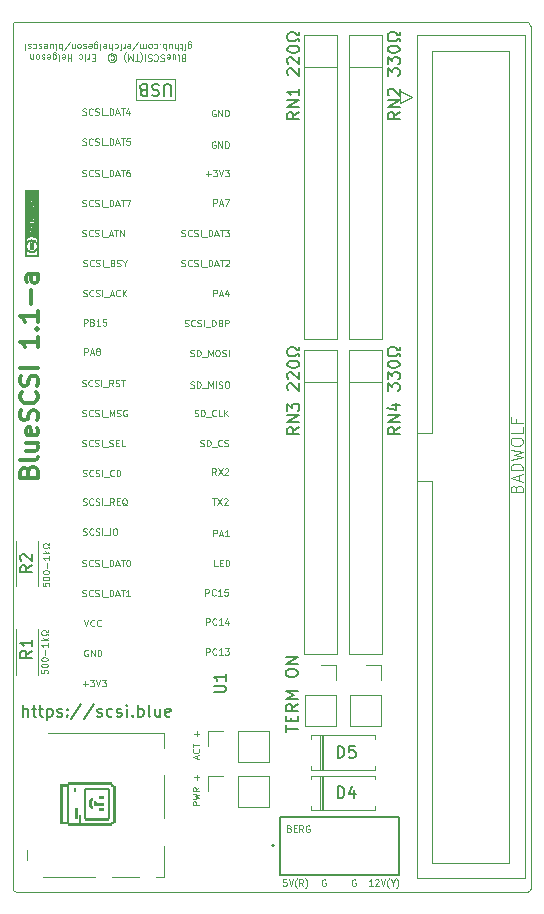
<source format=gto>
%TF.GenerationSoftware,KiCad,Pcbnew,(5.1.10-1-10_14)*%
%TF.CreationDate,2021-10-09T12:14:23-05:00*%
%TF.ProjectId,bluepill_scsi,626c7565-7069-46c6-9c5f-736373692e6b,rev?*%
%TF.SameCoordinates,Original*%
%TF.FileFunction,Legend,Top*%
%TF.FilePolarity,Positive*%
%FSLAX46Y46*%
G04 Gerber Fmt 4.6, Leading zero omitted, Abs format (unit mm)*
G04 Created by KiCad (PCBNEW (5.1.10-1-10_14)) date 2021-10-09 12:14:23*
%MOMM*%
%LPD*%
G01*
G04 APERTURE LIST*
%TA.AperFunction,Profile*%
%ADD10C,0.050000*%
%TD*%
%ADD11C,0.100000*%
%ADD12C,0.150000*%
%ADD13C,0.120000*%
%ADD14C,0.300000*%
%ADD15C,0.010000*%
%ADD16C,0.200000*%
%ADD17C,0.127000*%
%ADD18O,2.350000X1.827200*%
%ADD19C,1.800000*%
%ADD20O,1.800000X1.800000*%
%ADD21O,1.700000X1.700000*%
%ADD22C,1.350000*%
%ADD23O,1.900000X1.900000*%
%ADD24C,5.500000*%
%ADD25C,0.900000*%
%ADD26C,1.500000*%
%ADD27O,1.500000X1.500000*%
G04 APERTURE END LIST*
D10*
X125095000Y-169291000D02*
G75*
G02*
X124841000Y-169545000I-254000J0D01*
G01*
X81534000Y-169545000D02*
G75*
G02*
X81280000Y-169291000I0J254000D01*
G01*
X81280000Y-96139000D02*
G75*
G02*
X81534000Y-95885000I254000J0D01*
G01*
X124714000Y-95885000D02*
G75*
G02*
X125095000Y-96266000I0J-381000D01*
G01*
D11*
X98227833Y-139440809D02*
X98227833Y-138890809D01*
X98437357Y-138890809D01*
X98489738Y-138917000D01*
X98515928Y-138943190D01*
X98542119Y-138995571D01*
X98542119Y-139074142D01*
X98515928Y-139126523D01*
X98489738Y-139152714D01*
X98437357Y-139178904D01*
X98227833Y-139178904D01*
X98751642Y-139283666D02*
X99013547Y-139283666D01*
X98699261Y-139440809D02*
X98882595Y-138890809D01*
X99065928Y-139440809D01*
X99537357Y-139440809D02*
X99223071Y-139440809D01*
X99380214Y-139440809D02*
X99380214Y-138890809D01*
X99327833Y-138969380D01*
X99275452Y-139021761D01*
X99223071Y-139047952D01*
X98227833Y-111437309D02*
X98227833Y-110887309D01*
X98437357Y-110887309D01*
X98489738Y-110913500D01*
X98515928Y-110939690D01*
X98542119Y-110992071D01*
X98542119Y-111070642D01*
X98515928Y-111123023D01*
X98489738Y-111149214D01*
X98437357Y-111175404D01*
X98227833Y-111175404D01*
X98751642Y-111280166D02*
X99013547Y-111280166D01*
X98699261Y-111437309D02*
X98882595Y-110887309D01*
X99065928Y-111437309D01*
X99196880Y-110887309D02*
X99563547Y-110887309D01*
X99327833Y-111437309D01*
X98227833Y-119120809D02*
X98227833Y-118570809D01*
X98437357Y-118570809D01*
X98489738Y-118597000D01*
X98515928Y-118623190D01*
X98542119Y-118675571D01*
X98542119Y-118754142D01*
X98515928Y-118806523D01*
X98489738Y-118832714D01*
X98437357Y-118858904D01*
X98227833Y-118858904D01*
X98751642Y-118963666D02*
X99013547Y-118963666D01*
X98699261Y-119120809D02*
X98882595Y-118570809D01*
X99065928Y-119120809D01*
X99484976Y-118754142D02*
X99484976Y-119120809D01*
X99354023Y-118544619D02*
X99223071Y-118937476D01*
X99563547Y-118937476D01*
X87305833Y-124073809D02*
X87305833Y-123523809D01*
X87515357Y-123523809D01*
X87567738Y-123550000D01*
X87593928Y-123576190D01*
X87620119Y-123628571D01*
X87620119Y-123707142D01*
X87593928Y-123759523D01*
X87567738Y-123785714D01*
X87515357Y-123811904D01*
X87305833Y-123811904D01*
X87829642Y-123916666D02*
X88091547Y-123916666D01*
X87777261Y-124073809D02*
X87960595Y-123523809D01*
X88143928Y-124073809D01*
X88405833Y-123759523D02*
X88353452Y-123733333D01*
X88327261Y-123707142D01*
X88301071Y-123654761D01*
X88301071Y-123628571D01*
X88327261Y-123576190D01*
X88353452Y-123550000D01*
X88405833Y-123523809D01*
X88510595Y-123523809D01*
X88562976Y-123550000D01*
X88589166Y-123576190D01*
X88615357Y-123628571D01*
X88615357Y-123654761D01*
X88589166Y-123707142D01*
X88562976Y-123733333D01*
X88510595Y-123759523D01*
X88405833Y-123759523D01*
X88353452Y-123785714D01*
X88327261Y-123811904D01*
X88301071Y-123864285D01*
X88301071Y-123969047D01*
X88327261Y-124021428D01*
X88353452Y-124047619D01*
X88405833Y-124073809D01*
X88510595Y-124073809D01*
X88562976Y-124047619D01*
X88589166Y-124021428D01*
X88615357Y-123969047D01*
X88615357Y-123864285D01*
X88589166Y-123811904D01*
X88562976Y-123785714D01*
X88510595Y-123759523D01*
X87258642Y-121597309D02*
X87258642Y-121047309D01*
X87468166Y-121047309D01*
X87520547Y-121073500D01*
X87546738Y-121099690D01*
X87572928Y-121152071D01*
X87572928Y-121230642D01*
X87546738Y-121283023D01*
X87520547Y-121309214D01*
X87468166Y-121335404D01*
X87258642Y-121335404D01*
X87991976Y-121309214D02*
X88070547Y-121335404D01*
X88096738Y-121361595D01*
X88122928Y-121413976D01*
X88122928Y-121492547D01*
X88096738Y-121544928D01*
X88070547Y-121571119D01*
X88018166Y-121597309D01*
X87808642Y-121597309D01*
X87808642Y-121047309D01*
X87991976Y-121047309D01*
X88044357Y-121073500D01*
X88070547Y-121099690D01*
X88096738Y-121152071D01*
X88096738Y-121204452D01*
X88070547Y-121256833D01*
X88044357Y-121283023D01*
X87991976Y-121309214D01*
X87808642Y-121309214D01*
X88646738Y-121597309D02*
X88332452Y-121597309D01*
X88489595Y-121597309D02*
X88489595Y-121047309D01*
X88437214Y-121125880D01*
X88384833Y-121178261D01*
X88332452Y-121204452D01*
X89144357Y-121047309D02*
X88882452Y-121047309D01*
X88856261Y-121309214D01*
X88882452Y-121283023D01*
X88934833Y-121256833D01*
X89065785Y-121256833D01*
X89118166Y-121283023D01*
X89144357Y-121309214D01*
X89170547Y-121361595D01*
X89170547Y-121492547D01*
X89144357Y-121544928D01*
X89118166Y-121571119D01*
X89065785Y-121597309D01*
X88934833Y-121597309D01*
X88882452Y-121571119D01*
X88856261Y-121544928D01*
X97545642Y-144457309D02*
X97545642Y-143907309D01*
X97755166Y-143907309D01*
X97807547Y-143933500D01*
X97833738Y-143959690D01*
X97859928Y-144012071D01*
X97859928Y-144090642D01*
X97833738Y-144143023D01*
X97807547Y-144169214D01*
X97755166Y-144195404D01*
X97545642Y-144195404D01*
X98409928Y-144404928D02*
X98383738Y-144431119D01*
X98305166Y-144457309D01*
X98252785Y-144457309D01*
X98174214Y-144431119D01*
X98121833Y-144378738D01*
X98095642Y-144326357D01*
X98069452Y-144221595D01*
X98069452Y-144143023D01*
X98095642Y-144038261D01*
X98121833Y-143985880D01*
X98174214Y-143933500D01*
X98252785Y-143907309D01*
X98305166Y-143907309D01*
X98383738Y-143933500D01*
X98409928Y-143959690D01*
X98933738Y-144457309D02*
X98619452Y-144457309D01*
X98776595Y-144457309D02*
X98776595Y-143907309D01*
X98724214Y-143985880D01*
X98671833Y-144038261D01*
X98619452Y-144064452D01*
X99431357Y-143907309D02*
X99169452Y-143907309D01*
X99143261Y-144169214D01*
X99169452Y-144143023D01*
X99221833Y-144116833D01*
X99352785Y-144116833D01*
X99405166Y-144143023D01*
X99431357Y-144169214D01*
X99457547Y-144221595D01*
X99457547Y-144352547D01*
X99431357Y-144404928D01*
X99405166Y-144431119D01*
X99352785Y-144457309D01*
X99221833Y-144457309D01*
X99169452Y-144431119D01*
X99143261Y-144404928D01*
X97609142Y-146933809D02*
X97609142Y-146383809D01*
X97818666Y-146383809D01*
X97871047Y-146410000D01*
X97897238Y-146436190D01*
X97923428Y-146488571D01*
X97923428Y-146567142D01*
X97897238Y-146619523D01*
X97871047Y-146645714D01*
X97818666Y-146671904D01*
X97609142Y-146671904D01*
X98473428Y-146881428D02*
X98447238Y-146907619D01*
X98368666Y-146933809D01*
X98316285Y-146933809D01*
X98237714Y-146907619D01*
X98185333Y-146855238D01*
X98159142Y-146802857D01*
X98132952Y-146698095D01*
X98132952Y-146619523D01*
X98159142Y-146514761D01*
X98185333Y-146462380D01*
X98237714Y-146410000D01*
X98316285Y-146383809D01*
X98368666Y-146383809D01*
X98447238Y-146410000D01*
X98473428Y-146436190D01*
X98997238Y-146933809D02*
X98682952Y-146933809D01*
X98840095Y-146933809D02*
X98840095Y-146383809D01*
X98787714Y-146462380D01*
X98735333Y-146514761D01*
X98682952Y-146540952D01*
X99468666Y-146567142D02*
X99468666Y-146933809D01*
X99337714Y-146357619D02*
X99206761Y-146750476D01*
X99547238Y-146750476D01*
X97609142Y-149473809D02*
X97609142Y-148923809D01*
X97818666Y-148923809D01*
X97871047Y-148950000D01*
X97897238Y-148976190D01*
X97923428Y-149028571D01*
X97923428Y-149107142D01*
X97897238Y-149159523D01*
X97871047Y-149185714D01*
X97818666Y-149211904D01*
X97609142Y-149211904D01*
X98473428Y-149421428D02*
X98447238Y-149447619D01*
X98368666Y-149473809D01*
X98316285Y-149473809D01*
X98237714Y-149447619D01*
X98185333Y-149395238D01*
X98159142Y-149342857D01*
X98132952Y-149238095D01*
X98132952Y-149159523D01*
X98159142Y-149054761D01*
X98185333Y-149002380D01*
X98237714Y-148950000D01*
X98316285Y-148923809D01*
X98368666Y-148923809D01*
X98447238Y-148950000D01*
X98473428Y-148976190D01*
X98997238Y-149473809D02*
X98682952Y-149473809D01*
X98840095Y-149473809D02*
X98840095Y-148923809D01*
X98787714Y-149002380D01*
X98735333Y-149054761D01*
X98682952Y-149080952D01*
X99180571Y-148923809D02*
X99521047Y-148923809D01*
X99337714Y-149133333D01*
X99416285Y-149133333D01*
X99468666Y-149159523D01*
X99494857Y-149185714D01*
X99521047Y-149238095D01*
X99521047Y-149369047D01*
X99494857Y-149421428D01*
X99468666Y-149447619D01*
X99416285Y-149473809D01*
X99259142Y-149473809D01*
X99206761Y-149447619D01*
X99180571Y-149421428D01*
X98452428Y-134233809D02*
X98269095Y-133971904D01*
X98138142Y-134233809D02*
X98138142Y-133683809D01*
X98347666Y-133683809D01*
X98400047Y-133710000D01*
X98426238Y-133736190D01*
X98452428Y-133788571D01*
X98452428Y-133867142D01*
X98426238Y-133919523D01*
X98400047Y-133945714D01*
X98347666Y-133971904D01*
X98138142Y-133971904D01*
X98635761Y-133683809D02*
X99002428Y-134233809D01*
X99002428Y-133683809D02*
X98635761Y-134233809D01*
X99185761Y-133736190D02*
X99211952Y-133710000D01*
X99264333Y-133683809D01*
X99395285Y-133683809D01*
X99447666Y-133710000D01*
X99473857Y-133736190D01*
X99500047Y-133788571D01*
X99500047Y-133840952D01*
X99473857Y-133919523D01*
X99159571Y-134233809D01*
X99500047Y-134233809D01*
X98125047Y-136223809D02*
X98439333Y-136223809D01*
X98282190Y-136773809D02*
X98282190Y-136223809D01*
X98570285Y-136223809D02*
X98936952Y-136773809D01*
X98936952Y-136223809D02*
X98570285Y-136773809D01*
X99120285Y-136276190D02*
X99146476Y-136250000D01*
X99198857Y-136223809D01*
X99329809Y-136223809D01*
X99382190Y-136250000D01*
X99408380Y-136276190D01*
X99434571Y-136328571D01*
X99434571Y-136380952D01*
X99408380Y-136459523D01*
X99094095Y-136773809D01*
X99434571Y-136773809D01*
X83772809Y-143391142D02*
X83772809Y-143653047D01*
X84034714Y-143679238D01*
X84008523Y-143653047D01*
X83982333Y-143600666D01*
X83982333Y-143469714D01*
X84008523Y-143417333D01*
X84034714Y-143391142D01*
X84087095Y-143364952D01*
X84218047Y-143364952D01*
X84270428Y-143391142D01*
X84296619Y-143417333D01*
X84322809Y-143469714D01*
X84322809Y-143600666D01*
X84296619Y-143653047D01*
X84270428Y-143679238D01*
X83772809Y-143024476D02*
X83772809Y-142972095D01*
X83799000Y-142919714D01*
X83825190Y-142893523D01*
X83877571Y-142867333D01*
X83982333Y-142841142D01*
X84113285Y-142841142D01*
X84218047Y-142867333D01*
X84270428Y-142893523D01*
X84296619Y-142919714D01*
X84322809Y-142972095D01*
X84322809Y-143024476D01*
X84296619Y-143076857D01*
X84270428Y-143103047D01*
X84218047Y-143129238D01*
X84113285Y-143155428D01*
X83982333Y-143155428D01*
X83877571Y-143129238D01*
X83825190Y-143103047D01*
X83799000Y-143076857D01*
X83772809Y-143024476D01*
X83772809Y-142500666D02*
X83772809Y-142448285D01*
X83799000Y-142395904D01*
X83825190Y-142369714D01*
X83877571Y-142343523D01*
X83982333Y-142317333D01*
X84113285Y-142317333D01*
X84218047Y-142343523D01*
X84270428Y-142369714D01*
X84296619Y-142395904D01*
X84322809Y-142448285D01*
X84322809Y-142500666D01*
X84296619Y-142553047D01*
X84270428Y-142579238D01*
X84218047Y-142605428D01*
X84113285Y-142631619D01*
X83982333Y-142631619D01*
X83877571Y-142605428D01*
X83825190Y-142579238D01*
X83799000Y-142553047D01*
X83772809Y-142500666D01*
X84113285Y-142081619D02*
X84113285Y-141662571D01*
X84322809Y-141112571D02*
X84322809Y-141426857D01*
X84322809Y-141269714D02*
X83772809Y-141269714D01*
X83851380Y-141322095D01*
X83903761Y-141374476D01*
X83929952Y-141426857D01*
X84322809Y-140876857D02*
X83772809Y-140876857D01*
X84113285Y-140824476D02*
X84322809Y-140667333D01*
X83956142Y-140667333D02*
X84165666Y-140876857D01*
X84322809Y-140457809D02*
X84322809Y-140326857D01*
X84218047Y-140326857D01*
X84191857Y-140379238D01*
X84139476Y-140431619D01*
X84060904Y-140457809D01*
X83929952Y-140457809D01*
X83851380Y-140431619D01*
X83799000Y-140379238D01*
X83772809Y-140300666D01*
X83772809Y-140195904D01*
X83799000Y-140117333D01*
X83851380Y-140064952D01*
X83929952Y-140038761D01*
X84060904Y-140038761D01*
X84139476Y-140064952D01*
X84191857Y-140117333D01*
X84218047Y-140169714D01*
X84322809Y-140169714D01*
X84322809Y-140038761D01*
X83645809Y-150757142D02*
X83645809Y-151019047D01*
X83907714Y-151045238D01*
X83881523Y-151019047D01*
X83855333Y-150966666D01*
X83855333Y-150835714D01*
X83881523Y-150783333D01*
X83907714Y-150757142D01*
X83960095Y-150730952D01*
X84091047Y-150730952D01*
X84143428Y-150757142D01*
X84169619Y-150783333D01*
X84195809Y-150835714D01*
X84195809Y-150966666D01*
X84169619Y-151019047D01*
X84143428Y-151045238D01*
X83645809Y-150390476D02*
X83645809Y-150338095D01*
X83672000Y-150285714D01*
X83698190Y-150259523D01*
X83750571Y-150233333D01*
X83855333Y-150207142D01*
X83986285Y-150207142D01*
X84091047Y-150233333D01*
X84143428Y-150259523D01*
X84169619Y-150285714D01*
X84195809Y-150338095D01*
X84195809Y-150390476D01*
X84169619Y-150442857D01*
X84143428Y-150469047D01*
X84091047Y-150495238D01*
X83986285Y-150521428D01*
X83855333Y-150521428D01*
X83750571Y-150495238D01*
X83698190Y-150469047D01*
X83672000Y-150442857D01*
X83645809Y-150390476D01*
X83645809Y-149866666D02*
X83645809Y-149814285D01*
X83672000Y-149761904D01*
X83698190Y-149735714D01*
X83750571Y-149709523D01*
X83855333Y-149683333D01*
X83986285Y-149683333D01*
X84091047Y-149709523D01*
X84143428Y-149735714D01*
X84169619Y-149761904D01*
X84195809Y-149814285D01*
X84195809Y-149866666D01*
X84169619Y-149919047D01*
X84143428Y-149945238D01*
X84091047Y-149971428D01*
X83986285Y-149997619D01*
X83855333Y-149997619D01*
X83750571Y-149971428D01*
X83698190Y-149945238D01*
X83672000Y-149919047D01*
X83645809Y-149866666D01*
X83986285Y-149447619D02*
X83986285Y-149028571D01*
X84195809Y-148478571D02*
X84195809Y-148792857D01*
X84195809Y-148635714D02*
X83645809Y-148635714D01*
X83724380Y-148688095D01*
X83776761Y-148740476D01*
X83802952Y-148792857D01*
X84195809Y-148242857D02*
X83645809Y-148242857D01*
X83986285Y-148190476D02*
X84195809Y-148033333D01*
X83829142Y-148033333D02*
X84038666Y-148242857D01*
X84195809Y-147823809D02*
X84195809Y-147692857D01*
X84091047Y-147692857D01*
X84064857Y-147745238D01*
X84012476Y-147797619D01*
X83933904Y-147823809D01*
X83802952Y-147823809D01*
X83724380Y-147797619D01*
X83672000Y-147745238D01*
X83645809Y-147666666D01*
X83645809Y-147561904D01*
X83672000Y-147483333D01*
X83724380Y-147430952D01*
X83802952Y-147404761D01*
X83933904Y-147404761D01*
X84012476Y-147430952D01*
X84064857Y-147483333D01*
X84091047Y-147535714D01*
X84195809Y-147535714D01*
X84195809Y-147404761D01*
X104650476Y-164171714D02*
X104729047Y-164197904D01*
X104755238Y-164224095D01*
X104781428Y-164276476D01*
X104781428Y-164355047D01*
X104755238Y-164407428D01*
X104729047Y-164433619D01*
X104676666Y-164459809D01*
X104467142Y-164459809D01*
X104467142Y-163909809D01*
X104650476Y-163909809D01*
X104702857Y-163936000D01*
X104729047Y-163962190D01*
X104755238Y-164014571D01*
X104755238Y-164066952D01*
X104729047Y-164119333D01*
X104702857Y-164145523D01*
X104650476Y-164171714D01*
X104467142Y-164171714D01*
X105017142Y-164171714D02*
X105200476Y-164171714D01*
X105279047Y-164459809D02*
X105017142Y-164459809D01*
X105017142Y-163909809D01*
X105279047Y-163909809D01*
X105829047Y-164459809D02*
X105645714Y-164197904D01*
X105514761Y-164459809D02*
X105514761Y-163909809D01*
X105724285Y-163909809D01*
X105776666Y-163936000D01*
X105802857Y-163962190D01*
X105829047Y-164014571D01*
X105829047Y-164093142D01*
X105802857Y-164145523D01*
X105776666Y-164171714D01*
X105724285Y-164197904D01*
X105514761Y-164197904D01*
X106352857Y-163936000D02*
X106300476Y-163909809D01*
X106221904Y-163909809D01*
X106143333Y-163936000D01*
X106090952Y-163988380D01*
X106064761Y-164040761D01*
X106038571Y-164145523D01*
X106038571Y-164224095D01*
X106064761Y-164328857D01*
X106090952Y-164381238D01*
X106143333Y-164433619D01*
X106221904Y-164459809D01*
X106274285Y-164459809D01*
X106352857Y-164433619D01*
X106379047Y-164407428D01*
X106379047Y-164224095D01*
X106274285Y-164224095D01*
X96865666Y-158264476D02*
X96865666Y-158002571D01*
X97022809Y-158316857D02*
X96472809Y-158133523D01*
X97022809Y-157950190D01*
X96970428Y-157452571D02*
X96996619Y-157478761D01*
X97022809Y-157557333D01*
X97022809Y-157609714D01*
X96996619Y-157688285D01*
X96944238Y-157740666D01*
X96891857Y-157766857D01*
X96787095Y-157793047D01*
X96708523Y-157793047D01*
X96603761Y-157766857D01*
X96551380Y-157740666D01*
X96499000Y-157688285D01*
X96472809Y-157609714D01*
X96472809Y-157557333D01*
X96499000Y-157478761D01*
X96525190Y-157452571D01*
X96472809Y-157295428D02*
X96472809Y-156981142D01*
X97022809Y-157138285D02*
X96472809Y-157138285D01*
X96813285Y-156378761D02*
X96813285Y-155959714D01*
X97022809Y-156169238D02*
X96603761Y-156169238D01*
X97022809Y-162192333D02*
X96472809Y-162192333D01*
X96472809Y-161982809D01*
X96499000Y-161930428D01*
X96525190Y-161904238D01*
X96577571Y-161878047D01*
X96656142Y-161878047D01*
X96708523Y-161904238D01*
X96734714Y-161930428D01*
X96760904Y-161982809D01*
X96760904Y-162192333D01*
X96472809Y-161694714D02*
X97022809Y-161563761D01*
X96629952Y-161459000D01*
X97022809Y-161354238D01*
X96472809Y-161223285D01*
X97022809Y-160699476D02*
X96760904Y-160882809D01*
X97022809Y-161013761D02*
X96472809Y-161013761D01*
X96472809Y-160804238D01*
X96499000Y-160751857D01*
X96525190Y-160725666D01*
X96577571Y-160699476D01*
X96656142Y-160699476D01*
X96708523Y-160725666D01*
X96734714Y-160751857D01*
X96760904Y-160804238D01*
X96760904Y-161013761D01*
X96813285Y-160044714D02*
X96813285Y-159625666D01*
X97022809Y-159835190D02*
X96603761Y-159835190D01*
X87277666Y-146510809D02*
X87461000Y-147060809D01*
X87644333Y-146510809D01*
X88141952Y-147008428D02*
X88115761Y-147034619D01*
X88037190Y-147060809D01*
X87984809Y-147060809D01*
X87906238Y-147034619D01*
X87853857Y-146982238D01*
X87827666Y-146929857D01*
X87801476Y-146825095D01*
X87801476Y-146746523D01*
X87827666Y-146641761D01*
X87853857Y-146589380D01*
X87906238Y-146537000D01*
X87984809Y-146510809D01*
X88037190Y-146510809D01*
X88115761Y-146537000D01*
X88141952Y-146563190D01*
X88691952Y-147008428D02*
X88665761Y-147034619D01*
X88587190Y-147060809D01*
X88534809Y-147060809D01*
X88456238Y-147034619D01*
X88403857Y-146982238D01*
X88377666Y-146929857D01*
X88351476Y-146825095D01*
X88351476Y-146746523D01*
X88377666Y-146641761D01*
X88403857Y-146589380D01*
X88456238Y-146537000D01*
X88534809Y-146510809D01*
X88587190Y-146510809D01*
X88665761Y-146537000D01*
X88691952Y-146563190D01*
X87591952Y-149077000D02*
X87539571Y-149050809D01*
X87461000Y-149050809D01*
X87382428Y-149077000D01*
X87330047Y-149129380D01*
X87303857Y-149181761D01*
X87277666Y-149286523D01*
X87277666Y-149365095D01*
X87303857Y-149469857D01*
X87330047Y-149522238D01*
X87382428Y-149574619D01*
X87461000Y-149600809D01*
X87513380Y-149600809D01*
X87591952Y-149574619D01*
X87618142Y-149548428D01*
X87618142Y-149365095D01*
X87513380Y-149365095D01*
X87853857Y-149600809D02*
X87853857Y-149050809D01*
X88168142Y-149600809D01*
X88168142Y-149050809D01*
X88430047Y-149600809D02*
X88430047Y-149050809D01*
X88561000Y-149050809D01*
X88639571Y-149077000D01*
X88691952Y-149129380D01*
X88718142Y-149181761D01*
X88744333Y-149286523D01*
X88744333Y-149365095D01*
X88718142Y-149469857D01*
X88691952Y-149522238D01*
X88639571Y-149574619D01*
X88561000Y-149600809D01*
X88430047Y-149600809D01*
X87168952Y-151931285D02*
X87588000Y-151931285D01*
X87378476Y-152140809D02*
X87378476Y-151721761D01*
X87797523Y-151590809D02*
X88138000Y-151590809D01*
X87954666Y-151800333D01*
X88033238Y-151800333D01*
X88085619Y-151826523D01*
X88111809Y-151852714D01*
X88138000Y-151905095D01*
X88138000Y-152036047D01*
X88111809Y-152088428D01*
X88085619Y-152114619D01*
X88033238Y-152140809D01*
X87876095Y-152140809D01*
X87823714Y-152114619D01*
X87797523Y-152088428D01*
X88295142Y-151590809D02*
X88478476Y-152140809D01*
X88661809Y-151590809D01*
X88792761Y-151590809D02*
X89133238Y-151590809D01*
X88949904Y-151800333D01*
X89028476Y-151800333D01*
X89080857Y-151826523D01*
X89107047Y-151852714D01*
X89133238Y-151905095D01*
X89133238Y-152036047D01*
X89107047Y-152088428D01*
X89080857Y-152114619D01*
X89028476Y-152140809D01*
X88871333Y-152140809D01*
X88818952Y-152114619D01*
X88792761Y-152088428D01*
X98386952Y-103357000D02*
X98334571Y-103330809D01*
X98256000Y-103330809D01*
X98177428Y-103357000D01*
X98125047Y-103409380D01*
X98098857Y-103461761D01*
X98072666Y-103566523D01*
X98072666Y-103645095D01*
X98098857Y-103749857D01*
X98125047Y-103802238D01*
X98177428Y-103854619D01*
X98256000Y-103880809D01*
X98308380Y-103880809D01*
X98386952Y-103854619D01*
X98413142Y-103828428D01*
X98413142Y-103645095D01*
X98308380Y-103645095D01*
X98648857Y-103880809D02*
X98648857Y-103330809D01*
X98963142Y-103880809D01*
X98963142Y-103330809D01*
X99225047Y-103880809D02*
X99225047Y-103330809D01*
X99356000Y-103330809D01*
X99434571Y-103357000D01*
X99486952Y-103409380D01*
X99513142Y-103461761D01*
X99539333Y-103566523D01*
X99539333Y-103645095D01*
X99513142Y-103749857D01*
X99486952Y-103802238D01*
X99434571Y-103854619D01*
X99356000Y-103880809D01*
X99225047Y-103880809D01*
X98386952Y-106024000D02*
X98334571Y-105997809D01*
X98256000Y-105997809D01*
X98177428Y-106024000D01*
X98125047Y-106076380D01*
X98098857Y-106128761D01*
X98072666Y-106233523D01*
X98072666Y-106312095D01*
X98098857Y-106416857D01*
X98125047Y-106469238D01*
X98177428Y-106521619D01*
X98256000Y-106547809D01*
X98308380Y-106547809D01*
X98386952Y-106521619D01*
X98413142Y-106495428D01*
X98413142Y-106312095D01*
X98308380Y-106312095D01*
X98648857Y-106547809D02*
X98648857Y-105997809D01*
X98963142Y-106547809D01*
X98963142Y-105997809D01*
X99225047Y-106547809D02*
X99225047Y-105997809D01*
X99356000Y-105997809D01*
X99434571Y-106024000D01*
X99486952Y-106076380D01*
X99513142Y-106128761D01*
X99539333Y-106233523D01*
X99539333Y-106312095D01*
X99513142Y-106416857D01*
X99486952Y-106469238D01*
X99434571Y-106521619D01*
X99356000Y-106547809D01*
X99225047Y-106547809D01*
X97582952Y-108751285D02*
X98002000Y-108751285D01*
X97792476Y-108960809D02*
X97792476Y-108541761D01*
X98211523Y-108410809D02*
X98552000Y-108410809D01*
X98368666Y-108620333D01*
X98447238Y-108620333D01*
X98499619Y-108646523D01*
X98525809Y-108672714D01*
X98552000Y-108725095D01*
X98552000Y-108856047D01*
X98525809Y-108908428D01*
X98499619Y-108934619D01*
X98447238Y-108960809D01*
X98290095Y-108960809D01*
X98237714Y-108934619D01*
X98211523Y-108908428D01*
X98709142Y-108410809D02*
X98892476Y-108960809D01*
X99075809Y-108410809D01*
X99206761Y-108410809D02*
X99547238Y-108410809D01*
X99363904Y-108620333D01*
X99442476Y-108620333D01*
X99494857Y-108646523D01*
X99521047Y-108672714D01*
X99547238Y-108725095D01*
X99547238Y-108856047D01*
X99521047Y-108908428D01*
X99494857Y-108934619D01*
X99442476Y-108960809D01*
X99285333Y-108960809D01*
X99232952Y-108934619D01*
X99206761Y-108908428D01*
X95519333Y-114014619D02*
X95597904Y-114040809D01*
X95728857Y-114040809D01*
X95781238Y-114014619D01*
X95807428Y-113988428D01*
X95833619Y-113936047D01*
X95833619Y-113883666D01*
X95807428Y-113831285D01*
X95781238Y-113805095D01*
X95728857Y-113778904D01*
X95624095Y-113752714D01*
X95571714Y-113726523D01*
X95545523Y-113700333D01*
X95519333Y-113647952D01*
X95519333Y-113595571D01*
X95545523Y-113543190D01*
X95571714Y-113517000D01*
X95624095Y-113490809D01*
X95755047Y-113490809D01*
X95833619Y-113517000D01*
X96383619Y-113988428D02*
X96357428Y-114014619D01*
X96278857Y-114040809D01*
X96226476Y-114040809D01*
X96147904Y-114014619D01*
X96095523Y-113962238D01*
X96069333Y-113909857D01*
X96043142Y-113805095D01*
X96043142Y-113726523D01*
X96069333Y-113621761D01*
X96095523Y-113569380D01*
X96147904Y-113517000D01*
X96226476Y-113490809D01*
X96278857Y-113490809D01*
X96357428Y-113517000D01*
X96383619Y-113543190D01*
X96593142Y-114014619D02*
X96671714Y-114040809D01*
X96802666Y-114040809D01*
X96855047Y-114014619D01*
X96881238Y-113988428D01*
X96907428Y-113936047D01*
X96907428Y-113883666D01*
X96881238Y-113831285D01*
X96855047Y-113805095D01*
X96802666Y-113778904D01*
X96697904Y-113752714D01*
X96645523Y-113726523D01*
X96619333Y-113700333D01*
X96593142Y-113647952D01*
X96593142Y-113595571D01*
X96619333Y-113543190D01*
X96645523Y-113517000D01*
X96697904Y-113490809D01*
X96828857Y-113490809D01*
X96907428Y-113517000D01*
X97143142Y-114040809D02*
X97143142Y-113490809D01*
X97274095Y-114093190D02*
X97693142Y-114093190D01*
X97824095Y-114040809D02*
X97824095Y-113490809D01*
X97955047Y-113490809D01*
X98033619Y-113517000D01*
X98086000Y-113569380D01*
X98112190Y-113621761D01*
X98138380Y-113726523D01*
X98138380Y-113805095D01*
X98112190Y-113909857D01*
X98086000Y-113962238D01*
X98033619Y-114014619D01*
X97955047Y-114040809D01*
X97824095Y-114040809D01*
X98347904Y-113883666D02*
X98609809Y-113883666D01*
X98295523Y-114040809D02*
X98478857Y-113490809D01*
X98662190Y-114040809D01*
X98766952Y-113490809D02*
X99081238Y-113490809D01*
X98924095Y-114040809D02*
X98924095Y-113490809D01*
X99212190Y-113490809D02*
X99552666Y-113490809D01*
X99369333Y-113700333D01*
X99447904Y-113700333D01*
X99500285Y-113726523D01*
X99526476Y-113752714D01*
X99552666Y-113805095D01*
X99552666Y-113936047D01*
X99526476Y-113988428D01*
X99500285Y-114014619D01*
X99447904Y-114040809D01*
X99290761Y-114040809D01*
X99238380Y-114014619D01*
X99212190Y-113988428D01*
X95519333Y-116554619D02*
X95597904Y-116580809D01*
X95728857Y-116580809D01*
X95781238Y-116554619D01*
X95807428Y-116528428D01*
X95833619Y-116476047D01*
X95833619Y-116423666D01*
X95807428Y-116371285D01*
X95781238Y-116345095D01*
X95728857Y-116318904D01*
X95624095Y-116292714D01*
X95571714Y-116266523D01*
X95545523Y-116240333D01*
X95519333Y-116187952D01*
X95519333Y-116135571D01*
X95545523Y-116083190D01*
X95571714Y-116057000D01*
X95624095Y-116030809D01*
X95755047Y-116030809D01*
X95833619Y-116057000D01*
X96383619Y-116528428D02*
X96357428Y-116554619D01*
X96278857Y-116580809D01*
X96226476Y-116580809D01*
X96147904Y-116554619D01*
X96095523Y-116502238D01*
X96069333Y-116449857D01*
X96043142Y-116345095D01*
X96043142Y-116266523D01*
X96069333Y-116161761D01*
X96095523Y-116109380D01*
X96147904Y-116057000D01*
X96226476Y-116030809D01*
X96278857Y-116030809D01*
X96357428Y-116057000D01*
X96383619Y-116083190D01*
X96593142Y-116554619D02*
X96671714Y-116580809D01*
X96802666Y-116580809D01*
X96855047Y-116554619D01*
X96881238Y-116528428D01*
X96907428Y-116476047D01*
X96907428Y-116423666D01*
X96881238Y-116371285D01*
X96855047Y-116345095D01*
X96802666Y-116318904D01*
X96697904Y-116292714D01*
X96645523Y-116266523D01*
X96619333Y-116240333D01*
X96593142Y-116187952D01*
X96593142Y-116135571D01*
X96619333Y-116083190D01*
X96645523Y-116057000D01*
X96697904Y-116030809D01*
X96828857Y-116030809D01*
X96907428Y-116057000D01*
X97143142Y-116580809D02*
X97143142Y-116030809D01*
X97274095Y-116633190D02*
X97693142Y-116633190D01*
X97824095Y-116580809D02*
X97824095Y-116030809D01*
X97955047Y-116030809D01*
X98033619Y-116057000D01*
X98086000Y-116109380D01*
X98112190Y-116161761D01*
X98138380Y-116266523D01*
X98138380Y-116345095D01*
X98112190Y-116449857D01*
X98086000Y-116502238D01*
X98033619Y-116554619D01*
X97955047Y-116580809D01*
X97824095Y-116580809D01*
X98347904Y-116423666D02*
X98609809Y-116423666D01*
X98295523Y-116580809D02*
X98478857Y-116030809D01*
X98662190Y-116580809D01*
X98766952Y-116030809D02*
X99081238Y-116030809D01*
X98924095Y-116580809D02*
X98924095Y-116030809D01*
X99238380Y-116083190D02*
X99264571Y-116057000D01*
X99316952Y-116030809D01*
X99447904Y-116030809D01*
X99500285Y-116057000D01*
X99526476Y-116083190D01*
X99552666Y-116135571D01*
X99552666Y-116187952D01*
X99526476Y-116266523D01*
X99212190Y-116580809D01*
X99552666Y-116580809D01*
X95803476Y-121634619D02*
X95882047Y-121660809D01*
X96013000Y-121660809D01*
X96065380Y-121634619D01*
X96091571Y-121608428D01*
X96117761Y-121556047D01*
X96117761Y-121503666D01*
X96091571Y-121451285D01*
X96065380Y-121425095D01*
X96013000Y-121398904D01*
X95908238Y-121372714D01*
X95855857Y-121346523D01*
X95829666Y-121320333D01*
X95803476Y-121267952D01*
X95803476Y-121215571D01*
X95829666Y-121163190D01*
X95855857Y-121137000D01*
X95908238Y-121110809D01*
X96039190Y-121110809D01*
X96117761Y-121137000D01*
X96667761Y-121608428D02*
X96641571Y-121634619D01*
X96563000Y-121660809D01*
X96510619Y-121660809D01*
X96432047Y-121634619D01*
X96379666Y-121582238D01*
X96353476Y-121529857D01*
X96327285Y-121425095D01*
X96327285Y-121346523D01*
X96353476Y-121241761D01*
X96379666Y-121189380D01*
X96432047Y-121137000D01*
X96510619Y-121110809D01*
X96563000Y-121110809D01*
X96641571Y-121137000D01*
X96667761Y-121163190D01*
X96877285Y-121634619D02*
X96955857Y-121660809D01*
X97086809Y-121660809D01*
X97139190Y-121634619D01*
X97165380Y-121608428D01*
X97191571Y-121556047D01*
X97191571Y-121503666D01*
X97165380Y-121451285D01*
X97139190Y-121425095D01*
X97086809Y-121398904D01*
X96982047Y-121372714D01*
X96929666Y-121346523D01*
X96903476Y-121320333D01*
X96877285Y-121267952D01*
X96877285Y-121215571D01*
X96903476Y-121163190D01*
X96929666Y-121137000D01*
X96982047Y-121110809D01*
X97113000Y-121110809D01*
X97191571Y-121137000D01*
X97427285Y-121660809D02*
X97427285Y-121110809D01*
X97558238Y-121713190D02*
X97977285Y-121713190D01*
X98108238Y-121660809D02*
X98108238Y-121110809D01*
X98239190Y-121110809D01*
X98317761Y-121137000D01*
X98370142Y-121189380D01*
X98396333Y-121241761D01*
X98422523Y-121346523D01*
X98422523Y-121425095D01*
X98396333Y-121529857D01*
X98370142Y-121582238D01*
X98317761Y-121634619D01*
X98239190Y-121660809D01*
X98108238Y-121660809D01*
X98841571Y-121372714D02*
X98920142Y-121398904D01*
X98946333Y-121425095D01*
X98972523Y-121477476D01*
X98972523Y-121556047D01*
X98946333Y-121608428D01*
X98920142Y-121634619D01*
X98867761Y-121660809D01*
X98658238Y-121660809D01*
X98658238Y-121110809D01*
X98841571Y-121110809D01*
X98893952Y-121137000D01*
X98920142Y-121163190D01*
X98946333Y-121215571D01*
X98946333Y-121267952D01*
X98920142Y-121320333D01*
X98893952Y-121346523D01*
X98841571Y-121372714D01*
X98658238Y-121372714D01*
X99208238Y-121660809D02*
X99208238Y-121110809D01*
X99417761Y-121110809D01*
X99470142Y-121137000D01*
X99496333Y-121163190D01*
X99522523Y-121215571D01*
X99522523Y-121294142D01*
X99496333Y-121346523D01*
X99470142Y-121372714D01*
X99417761Y-121398904D01*
X99208238Y-121398904D01*
X96280095Y-124174619D02*
X96358666Y-124200809D01*
X96489619Y-124200809D01*
X96542000Y-124174619D01*
X96568190Y-124148428D01*
X96594380Y-124096047D01*
X96594380Y-124043666D01*
X96568190Y-123991285D01*
X96542000Y-123965095D01*
X96489619Y-123938904D01*
X96384857Y-123912714D01*
X96332476Y-123886523D01*
X96306285Y-123860333D01*
X96280095Y-123807952D01*
X96280095Y-123755571D01*
X96306285Y-123703190D01*
X96332476Y-123677000D01*
X96384857Y-123650809D01*
X96515809Y-123650809D01*
X96594380Y-123677000D01*
X96830095Y-124200809D02*
X96830095Y-123650809D01*
X96961047Y-123650809D01*
X97039619Y-123677000D01*
X97092000Y-123729380D01*
X97118190Y-123781761D01*
X97144380Y-123886523D01*
X97144380Y-123965095D01*
X97118190Y-124069857D01*
X97092000Y-124122238D01*
X97039619Y-124174619D01*
X96961047Y-124200809D01*
X96830095Y-124200809D01*
X97249142Y-124253190D02*
X97668190Y-124253190D01*
X97799142Y-124200809D02*
X97799142Y-123650809D01*
X97982476Y-124043666D01*
X98165809Y-123650809D01*
X98165809Y-124200809D01*
X98532476Y-123650809D02*
X98637238Y-123650809D01*
X98689619Y-123677000D01*
X98742000Y-123729380D01*
X98768190Y-123834142D01*
X98768190Y-124017476D01*
X98742000Y-124122238D01*
X98689619Y-124174619D01*
X98637238Y-124200809D01*
X98532476Y-124200809D01*
X98480095Y-124174619D01*
X98427714Y-124122238D01*
X98401523Y-124017476D01*
X98401523Y-123834142D01*
X98427714Y-123729380D01*
X98480095Y-123677000D01*
X98532476Y-123650809D01*
X98977714Y-124174619D02*
X99056285Y-124200809D01*
X99187238Y-124200809D01*
X99239619Y-124174619D01*
X99265809Y-124148428D01*
X99292000Y-124096047D01*
X99292000Y-124043666D01*
X99265809Y-123991285D01*
X99239619Y-123965095D01*
X99187238Y-123938904D01*
X99082476Y-123912714D01*
X99030095Y-123886523D01*
X99003904Y-123860333D01*
X98977714Y-123807952D01*
X98977714Y-123755571D01*
X99003904Y-123703190D01*
X99030095Y-123677000D01*
X99082476Y-123650809D01*
X99213428Y-123650809D01*
X99292000Y-123677000D01*
X99527714Y-124200809D02*
X99527714Y-123650809D01*
X96280095Y-126841619D02*
X96358666Y-126867809D01*
X96489619Y-126867809D01*
X96542000Y-126841619D01*
X96568190Y-126815428D01*
X96594380Y-126763047D01*
X96594380Y-126710666D01*
X96568190Y-126658285D01*
X96542000Y-126632095D01*
X96489619Y-126605904D01*
X96384857Y-126579714D01*
X96332476Y-126553523D01*
X96306285Y-126527333D01*
X96280095Y-126474952D01*
X96280095Y-126422571D01*
X96306285Y-126370190D01*
X96332476Y-126344000D01*
X96384857Y-126317809D01*
X96515809Y-126317809D01*
X96594380Y-126344000D01*
X96830095Y-126867809D02*
X96830095Y-126317809D01*
X96961047Y-126317809D01*
X97039619Y-126344000D01*
X97092000Y-126396380D01*
X97118190Y-126448761D01*
X97144380Y-126553523D01*
X97144380Y-126632095D01*
X97118190Y-126736857D01*
X97092000Y-126789238D01*
X97039619Y-126841619D01*
X96961047Y-126867809D01*
X96830095Y-126867809D01*
X97249142Y-126920190D02*
X97668190Y-126920190D01*
X97799142Y-126867809D02*
X97799142Y-126317809D01*
X97982476Y-126710666D01*
X98165809Y-126317809D01*
X98165809Y-126867809D01*
X98427714Y-126867809D02*
X98427714Y-126317809D01*
X98663428Y-126841619D02*
X98742000Y-126867809D01*
X98872952Y-126867809D01*
X98925333Y-126841619D01*
X98951523Y-126815428D01*
X98977714Y-126763047D01*
X98977714Y-126710666D01*
X98951523Y-126658285D01*
X98925333Y-126632095D01*
X98872952Y-126605904D01*
X98768190Y-126579714D01*
X98715809Y-126553523D01*
X98689619Y-126527333D01*
X98663428Y-126474952D01*
X98663428Y-126422571D01*
X98689619Y-126370190D01*
X98715809Y-126344000D01*
X98768190Y-126317809D01*
X98899142Y-126317809D01*
X98977714Y-126344000D01*
X99318190Y-126317809D02*
X99422952Y-126317809D01*
X99475333Y-126344000D01*
X99527714Y-126396380D01*
X99553904Y-126501142D01*
X99553904Y-126684476D01*
X99527714Y-126789238D01*
X99475333Y-126841619D01*
X99422952Y-126867809D01*
X99318190Y-126867809D01*
X99265809Y-126841619D01*
X99213428Y-126789238D01*
X99187238Y-126684476D01*
X99187238Y-126501142D01*
X99213428Y-126396380D01*
X99265809Y-126344000D01*
X99318190Y-126317809D01*
X96629714Y-129254619D02*
X96708285Y-129280809D01*
X96839238Y-129280809D01*
X96891619Y-129254619D01*
X96917809Y-129228428D01*
X96944000Y-129176047D01*
X96944000Y-129123666D01*
X96917809Y-129071285D01*
X96891619Y-129045095D01*
X96839238Y-129018904D01*
X96734476Y-128992714D01*
X96682095Y-128966523D01*
X96655904Y-128940333D01*
X96629714Y-128887952D01*
X96629714Y-128835571D01*
X96655904Y-128783190D01*
X96682095Y-128757000D01*
X96734476Y-128730809D01*
X96865428Y-128730809D01*
X96944000Y-128757000D01*
X97179714Y-129280809D02*
X97179714Y-128730809D01*
X97310666Y-128730809D01*
X97389238Y-128757000D01*
X97441619Y-128809380D01*
X97467809Y-128861761D01*
X97494000Y-128966523D01*
X97494000Y-129045095D01*
X97467809Y-129149857D01*
X97441619Y-129202238D01*
X97389238Y-129254619D01*
X97310666Y-129280809D01*
X97179714Y-129280809D01*
X97598761Y-129333190D02*
X98017809Y-129333190D01*
X98463047Y-129228428D02*
X98436857Y-129254619D01*
X98358285Y-129280809D01*
X98305904Y-129280809D01*
X98227333Y-129254619D01*
X98174952Y-129202238D01*
X98148761Y-129149857D01*
X98122571Y-129045095D01*
X98122571Y-128966523D01*
X98148761Y-128861761D01*
X98174952Y-128809380D01*
X98227333Y-128757000D01*
X98305904Y-128730809D01*
X98358285Y-128730809D01*
X98436857Y-128757000D01*
X98463047Y-128783190D01*
X98960666Y-129280809D02*
X98698761Y-129280809D01*
X98698761Y-128730809D01*
X99144000Y-129280809D02*
X99144000Y-128730809D01*
X99458285Y-129280809D02*
X99222571Y-128966523D01*
X99458285Y-128730809D02*
X99144000Y-129045095D01*
X97119428Y-131794619D02*
X97198000Y-131820809D01*
X97328952Y-131820809D01*
X97381333Y-131794619D01*
X97407523Y-131768428D01*
X97433714Y-131716047D01*
X97433714Y-131663666D01*
X97407523Y-131611285D01*
X97381333Y-131585095D01*
X97328952Y-131558904D01*
X97224190Y-131532714D01*
X97171809Y-131506523D01*
X97145619Y-131480333D01*
X97119428Y-131427952D01*
X97119428Y-131375571D01*
X97145619Y-131323190D01*
X97171809Y-131297000D01*
X97224190Y-131270809D01*
X97355142Y-131270809D01*
X97433714Y-131297000D01*
X97669428Y-131820809D02*
X97669428Y-131270809D01*
X97800380Y-131270809D01*
X97878952Y-131297000D01*
X97931333Y-131349380D01*
X97957523Y-131401761D01*
X97983714Y-131506523D01*
X97983714Y-131585095D01*
X97957523Y-131689857D01*
X97931333Y-131742238D01*
X97878952Y-131794619D01*
X97800380Y-131820809D01*
X97669428Y-131820809D01*
X98088476Y-131873190D02*
X98507523Y-131873190D01*
X98952761Y-131768428D02*
X98926571Y-131794619D01*
X98848000Y-131820809D01*
X98795619Y-131820809D01*
X98717047Y-131794619D01*
X98664666Y-131742238D01*
X98638476Y-131689857D01*
X98612285Y-131585095D01*
X98612285Y-131506523D01*
X98638476Y-131401761D01*
X98664666Y-131349380D01*
X98717047Y-131297000D01*
X98795619Y-131270809D01*
X98848000Y-131270809D01*
X98926571Y-131297000D01*
X98952761Y-131323190D01*
X99162285Y-131794619D02*
X99240857Y-131820809D01*
X99371809Y-131820809D01*
X99424190Y-131794619D01*
X99450380Y-131768428D01*
X99476571Y-131716047D01*
X99476571Y-131663666D01*
X99450380Y-131611285D01*
X99424190Y-131585095D01*
X99371809Y-131558904D01*
X99267047Y-131532714D01*
X99214666Y-131506523D01*
X99188476Y-131480333D01*
X99162285Y-131427952D01*
X99162285Y-131375571D01*
X99188476Y-131323190D01*
X99214666Y-131297000D01*
X99267047Y-131270809D01*
X99398000Y-131270809D01*
X99476571Y-131297000D01*
X98579428Y-141980809D02*
X98317523Y-141980809D01*
X98317523Y-141430809D01*
X98762761Y-141692714D02*
X98946095Y-141692714D01*
X99024666Y-141980809D02*
X98762761Y-141980809D01*
X98762761Y-141430809D01*
X99024666Y-141430809D01*
X99260380Y-141980809D02*
X99260380Y-141430809D01*
X99391333Y-141430809D01*
X99469904Y-141457000D01*
X99522285Y-141509380D01*
X99548476Y-141561761D01*
X99574666Y-141666523D01*
X99574666Y-141745095D01*
X99548476Y-141849857D01*
X99522285Y-141902238D01*
X99469904Y-141954619D01*
X99391333Y-141980809D01*
X99260380Y-141980809D01*
X87137333Y-144494619D02*
X87215904Y-144520809D01*
X87346857Y-144520809D01*
X87399238Y-144494619D01*
X87425428Y-144468428D01*
X87451619Y-144416047D01*
X87451619Y-144363666D01*
X87425428Y-144311285D01*
X87399238Y-144285095D01*
X87346857Y-144258904D01*
X87242095Y-144232714D01*
X87189714Y-144206523D01*
X87163523Y-144180333D01*
X87137333Y-144127952D01*
X87137333Y-144075571D01*
X87163523Y-144023190D01*
X87189714Y-143997000D01*
X87242095Y-143970809D01*
X87373047Y-143970809D01*
X87451619Y-143997000D01*
X88001619Y-144468428D02*
X87975428Y-144494619D01*
X87896857Y-144520809D01*
X87844476Y-144520809D01*
X87765904Y-144494619D01*
X87713523Y-144442238D01*
X87687333Y-144389857D01*
X87661142Y-144285095D01*
X87661142Y-144206523D01*
X87687333Y-144101761D01*
X87713523Y-144049380D01*
X87765904Y-143997000D01*
X87844476Y-143970809D01*
X87896857Y-143970809D01*
X87975428Y-143997000D01*
X88001619Y-144023190D01*
X88211142Y-144494619D02*
X88289714Y-144520809D01*
X88420666Y-144520809D01*
X88473047Y-144494619D01*
X88499238Y-144468428D01*
X88525428Y-144416047D01*
X88525428Y-144363666D01*
X88499238Y-144311285D01*
X88473047Y-144285095D01*
X88420666Y-144258904D01*
X88315904Y-144232714D01*
X88263523Y-144206523D01*
X88237333Y-144180333D01*
X88211142Y-144127952D01*
X88211142Y-144075571D01*
X88237333Y-144023190D01*
X88263523Y-143997000D01*
X88315904Y-143970809D01*
X88446857Y-143970809D01*
X88525428Y-143997000D01*
X88761142Y-144520809D02*
X88761142Y-143970809D01*
X88892095Y-144573190D02*
X89311142Y-144573190D01*
X89442095Y-144520809D02*
X89442095Y-143970809D01*
X89573047Y-143970809D01*
X89651619Y-143997000D01*
X89704000Y-144049380D01*
X89730190Y-144101761D01*
X89756380Y-144206523D01*
X89756380Y-144285095D01*
X89730190Y-144389857D01*
X89704000Y-144442238D01*
X89651619Y-144494619D01*
X89573047Y-144520809D01*
X89442095Y-144520809D01*
X89965904Y-144363666D02*
X90227809Y-144363666D01*
X89913523Y-144520809D02*
X90096857Y-143970809D01*
X90280190Y-144520809D01*
X90384952Y-143970809D02*
X90699238Y-143970809D01*
X90542095Y-144520809D02*
X90542095Y-143970809D01*
X91170666Y-144520809D02*
X90856380Y-144520809D01*
X91013523Y-144520809D02*
X91013523Y-143970809D01*
X90961142Y-144049380D01*
X90908761Y-144101761D01*
X90856380Y-144127952D01*
X87137333Y-141954619D02*
X87215904Y-141980809D01*
X87346857Y-141980809D01*
X87399238Y-141954619D01*
X87425428Y-141928428D01*
X87451619Y-141876047D01*
X87451619Y-141823666D01*
X87425428Y-141771285D01*
X87399238Y-141745095D01*
X87346857Y-141718904D01*
X87242095Y-141692714D01*
X87189714Y-141666523D01*
X87163523Y-141640333D01*
X87137333Y-141587952D01*
X87137333Y-141535571D01*
X87163523Y-141483190D01*
X87189714Y-141457000D01*
X87242095Y-141430809D01*
X87373047Y-141430809D01*
X87451619Y-141457000D01*
X88001619Y-141928428D02*
X87975428Y-141954619D01*
X87896857Y-141980809D01*
X87844476Y-141980809D01*
X87765904Y-141954619D01*
X87713523Y-141902238D01*
X87687333Y-141849857D01*
X87661142Y-141745095D01*
X87661142Y-141666523D01*
X87687333Y-141561761D01*
X87713523Y-141509380D01*
X87765904Y-141457000D01*
X87844476Y-141430809D01*
X87896857Y-141430809D01*
X87975428Y-141457000D01*
X88001619Y-141483190D01*
X88211142Y-141954619D02*
X88289714Y-141980809D01*
X88420666Y-141980809D01*
X88473047Y-141954619D01*
X88499238Y-141928428D01*
X88525428Y-141876047D01*
X88525428Y-141823666D01*
X88499238Y-141771285D01*
X88473047Y-141745095D01*
X88420666Y-141718904D01*
X88315904Y-141692714D01*
X88263523Y-141666523D01*
X88237333Y-141640333D01*
X88211142Y-141587952D01*
X88211142Y-141535571D01*
X88237333Y-141483190D01*
X88263523Y-141457000D01*
X88315904Y-141430809D01*
X88446857Y-141430809D01*
X88525428Y-141457000D01*
X88761142Y-141980809D02*
X88761142Y-141430809D01*
X88892095Y-142033190D02*
X89311142Y-142033190D01*
X89442095Y-141980809D02*
X89442095Y-141430809D01*
X89573047Y-141430809D01*
X89651619Y-141457000D01*
X89704000Y-141509380D01*
X89730190Y-141561761D01*
X89756380Y-141666523D01*
X89756380Y-141745095D01*
X89730190Y-141849857D01*
X89704000Y-141902238D01*
X89651619Y-141954619D01*
X89573047Y-141980809D01*
X89442095Y-141980809D01*
X89965904Y-141823666D02*
X90227809Y-141823666D01*
X89913523Y-141980809D02*
X90096857Y-141430809D01*
X90280190Y-141980809D01*
X90384952Y-141430809D02*
X90699238Y-141430809D01*
X90542095Y-141980809D02*
X90542095Y-141430809D01*
X90987333Y-141430809D02*
X91039714Y-141430809D01*
X91092095Y-141457000D01*
X91118285Y-141483190D01*
X91144476Y-141535571D01*
X91170666Y-141640333D01*
X91170666Y-141771285D01*
X91144476Y-141876047D01*
X91118285Y-141928428D01*
X91092095Y-141954619D01*
X91039714Y-141980809D01*
X90987333Y-141980809D01*
X90934952Y-141954619D01*
X90908761Y-141928428D01*
X90882571Y-141876047D01*
X90856380Y-141771285D01*
X90856380Y-141640333D01*
X90882571Y-141535571D01*
X90908761Y-141483190D01*
X90934952Y-141457000D01*
X90987333Y-141430809D01*
X87192428Y-139287619D02*
X87271000Y-139313809D01*
X87401952Y-139313809D01*
X87454333Y-139287619D01*
X87480523Y-139261428D01*
X87506714Y-139209047D01*
X87506714Y-139156666D01*
X87480523Y-139104285D01*
X87454333Y-139078095D01*
X87401952Y-139051904D01*
X87297190Y-139025714D01*
X87244809Y-138999523D01*
X87218619Y-138973333D01*
X87192428Y-138920952D01*
X87192428Y-138868571D01*
X87218619Y-138816190D01*
X87244809Y-138790000D01*
X87297190Y-138763809D01*
X87428142Y-138763809D01*
X87506714Y-138790000D01*
X88056714Y-139261428D02*
X88030523Y-139287619D01*
X87951952Y-139313809D01*
X87899571Y-139313809D01*
X87821000Y-139287619D01*
X87768619Y-139235238D01*
X87742428Y-139182857D01*
X87716238Y-139078095D01*
X87716238Y-138999523D01*
X87742428Y-138894761D01*
X87768619Y-138842380D01*
X87821000Y-138790000D01*
X87899571Y-138763809D01*
X87951952Y-138763809D01*
X88030523Y-138790000D01*
X88056714Y-138816190D01*
X88266238Y-139287619D02*
X88344809Y-139313809D01*
X88475761Y-139313809D01*
X88528142Y-139287619D01*
X88554333Y-139261428D01*
X88580523Y-139209047D01*
X88580523Y-139156666D01*
X88554333Y-139104285D01*
X88528142Y-139078095D01*
X88475761Y-139051904D01*
X88371000Y-139025714D01*
X88318619Y-138999523D01*
X88292428Y-138973333D01*
X88266238Y-138920952D01*
X88266238Y-138868571D01*
X88292428Y-138816190D01*
X88318619Y-138790000D01*
X88371000Y-138763809D01*
X88501952Y-138763809D01*
X88580523Y-138790000D01*
X88816238Y-139313809D02*
X88816238Y-138763809D01*
X88947190Y-139366190D02*
X89366238Y-139366190D01*
X89497190Y-139313809D02*
X89497190Y-138763809D01*
X89863857Y-138763809D02*
X89968619Y-138763809D01*
X90021000Y-138790000D01*
X90073380Y-138842380D01*
X90099571Y-138947142D01*
X90099571Y-139130476D01*
X90073380Y-139235238D01*
X90021000Y-139287619D01*
X89968619Y-139313809D01*
X89863857Y-139313809D01*
X89811476Y-139287619D01*
X89759095Y-139235238D01*
X89732904Y-139130476D01*
X89732904Y-138947142D01*
X89759095Y-138842380D01*
X89811476Y-138790000D01*
X89863857Y-138763809D01*
X87180571Y-136747619D02*
X87259142Y-136773809D01*
X87390095Y-136773809D01*
X87442476Y-136747619D01*
X87468666Y-136721428D01*
X87494857Y-136669047D01*
X87494857Y-136616666D01*
X87468666Y-136564285D01*
X87442476Y-136538095D01*
X87390095Y-136511904D01*
X87285333Y-136485714D01*
X87232952Y-136459523D01*
X87206761Y-136433333D01*
X87180571Y-136380952D01*
X87180571Y-136328571D01*
X87206761Y-136276190D01*
X87232952Y-136250000D01*
X87285333Y-136223809D01*
X87416285Y-136223809D01*
X87494857Y-136250000D01*
X88044857Y-136721428D02*
X88018666Y-136747619D01*
X87940095Y-136773809D01*
X87887714Y-136773809D01*
X87809142Y-136747619D01*
X87756761Y-136695238D01*
X87730571Y-136642857D01*
X87704380Y-136538095D01*
X87704380Y-136459523D01*
X87730571Y-136354761D01*
X87756761Y-136302380D01*
X87809142Y-136250000D01*
X87887714Y-136223809D01*
X87940095Y-136223809D01*
X88018666Y-136250000D01*
X88044857Y-136276190D01*
X88254380Y-136747619D02*
X88332952Y-136773809D01*
X88463904Y-136773809D01*
X88516285Y-136747619D01*
X88542476Y-136721428D01*
X88568666Y-136669047D01*
X88568666Y-136616666D01*
X88542476Y-136564285D01*
X88516285Y-136538095D01*
X88463904Y-136511904D01*
X88359142Y-136485714D01*
X88306761Y-136459523D01*
X88280571Y-136433333D01*
X88254380Y-136380952D01*
X88254380Y-136328571D01*
X88280571Y-136276190D01*
X88306761Y-136250000D01*
X88359142Y-136223809D01*
X88490095Y-136223809D01*
X88568666Y-136250000D01*
X88804380Y-136773809D02*
X88804380Y-136223809D01*
X88935333Y-136826190D02*
X89354380Y-136826190D01*
X89799619Y-136773809D02*
X89616285Y-136511904D01*
X89485333Y-136773809D02*
X89485333Y-136223809D01*
X89694857Y-136223809D01*
X89747238Y-136250000D01*
X89773428Y-136276190D01*
X89799619Y-136328571D01*
X89799619Y-136407142D01*
X89773428Y-136459523D01*
X89747238Y-136485714D01*
X89694857Y-136511904D01*
X89485333Y-136511904D01*
X90035333Y-136485714D02*
X90218666Y-136485714D01*
X90297238Y-136773809D02*
X90035333Y-136773809D01*
X90035333Y-136223809D01*
X90297238Y-136223809D01*
X90899619Y-136826190D02*
X90847238Y-136800000D01*
X90794857Y-136747619D01*
X90716285Y-136669047D01*
X90663904Y-136642857D01*
X90611523Y-136642857D01*
X90637714Y-136773809D02*
X90585333Y-136747619D01*
X90532952Y-136695238D01*
X90506761Y-136590476D01*
X90506761Y-136407142D01*
X90532952Y-136302380D01*
X90585333Y-136250000D01*
X90637714Y-136223809D01*
X90742476Y-136223809D01*
X90794857Y-136250000D01*
X90847238Y-136302380D01*
X90873428Y-136407142D01*
X90873428Y-136590476D01*
X90847238Y-136695238D01*
X90794857Y-136747619D01*
X90742476Y-136773809D01*
X90637714Y-136773809D01*
X87188476Y-134334619D02*
X87267047Y-134360809D01*
X87398000Y-134360809D01*
X87450380Y-134334619D01*
X87476571Y-134308428D01*
X87502761Y-134256047D01*
X87502761Y-134203666D01*
X87476571Y-134151285D01*
X87450380Y-134125095D01*
X87398000Y-134098904D01*
X87293238Y-134072714D01*
X87240857Y-134046523D01*
X87214666Y-134020333D01*
X87188476Y-133967952D01*
X87188476Y-133915571D01*
X87214666Y-133863190D01*
X87240857Y-133837000D01*
X87293238Y-133810809D01*
X87424190Y-133810809D01*
X87502761Y-133837000D01*
X88052761Y-134308428D02*
X88026571Y-134334619D01*
X87948000Y-134360809D01*
X87895619Y-134360809D01*
X87817047Y-134334619D01*
X87764666Y-134282238D01*
X87738476Y-134229857D01*
X87712285Y-134125095D01*
X87712285Y-134046523D01*
X87738476Y-133941761D01*
X87764666Y-133889380D01*
X87817047Y-133837000D01*
X87895619Y-133810809D01*
X87948000Y-133810809D01*
X88026571Y-133837000D01*
X88052761Y-133863190D01*
X88262285Y-134334619D02*
X88340857Y-134360809D01*
X88471809Y-134360809D01*
X88524190Y-134334619D01*
X88550380Y-134308428D01*
X88576571Y-134256047D01*
X88576571Y-134203666D01*
X88550380Y-134151285D01*
X88524190Y-134125095D01*
X88471809Y-134098904D01*
X88367047Y-134072714D01*
X88314666Y-134046523D01*
X88288476Y-134020333D01*
X88262285Y-133967952D01*
X88262285Y-133915571D01*
X88288476Y-133863190D01*
X88314666Y-133837000D01*
X88367047Y-133810809D01*
X88498000Y-133810809D01*
X88576571Y-133837000D01*
X88812285Y-134360809D02*
X88812285Y-133810809D01*
X88943238Y-134413190D02*
X89362285Y-134413190D01*
X89807523Y-134308428D02*
X89781333Y-134334619D01*
X89702761Y-134360809D01*
X89650380Y-134360809D01*
X89571809Y-134334619D01*
X89519428Y-134282238D01*
X89493238Y-134229857D01*
X89467047Y-134125095D01*
X89467047Y-134046523D01*
X89493238Y-133941761D01*
X89519428Y-133889380D01*
X89571809Y-133837000D01*
X89650380Y-133810809D01*
X89702761Y-133810809D01*
X89781333Y-133837000D01*
X89807523Y-133863190D01*
X90043238Y-134360809D02*
X90043238Y-133810809D01*
X90174190Y-133810809D01*
X90252761Y-133837000D01*
X90305142Y-133889380D01*
X90331333Y-133941761D01*
X90357523Y-134046523D01*
X90357523Y-134125095D01*
X90331333Y-134229857D01*
X90305142Y-134282238D01*
X90252761Y-134334619D01*
X90174190Y-134360809D01*
X90043238Y-134360809D01*
X87132142Y-131794619D02*
X87210714Y-131820809D01*
X87341666Y-131820809D01*
X87394047Y-131794619D01*
X87420238Y-131768428D01*
X87446428Y-131716047D01*
X87446428Y-131663666D01*
X87420238Y-131611285D01*
X87394047Y-131585095D01*
X87341666Y-131558904D01*
X87236904Y-131532714D01*
X87184523Y-131506523D01*
X87158333Y-131480333D01*
X87132142Y-131427952D01*
X87132142Y-131375571D01*
X87158333Y-131323190D01*
X87184523Y-131297000D01*
X87236904Y-131270809D01*
X87367857Y-131270809D01*
X87446428Y-131297000D01*
X87996428Y-131768428D02*
X87970238Y-131794619D01*
X87891666Y-131820809D01*
X87839285Y-131820809D01*
X87760714Y-131794619D01*
X87708333Y-131742238D01*
X87682142Y-131689857D01*
X87655952Y-131585095D01*
X87655952Y-131506523D01*
X87682142Y-131401761D01*
X87708333Y-131349380D01*
X87760714Y-131297000D01*
X87839285Y-131270809D01*
X87891666Y-131270809D01*
X87970238Y-131297000D01*
X87996428Y-131323190D01*
X88205952Y-131794619D02*
X88284523Y-131820809D01*
X88415476Y-131820809D01*
X88467857Y-131794619D01*
X88494047Y-131768428D01*
X88520238Y-131716047D01*
X88520238Y-131663666D01*
X88494047Y-131611285D01*
X88467857Y-131585095D01*
X88415476Y-131558904D01*
X88310714Y-131532714D01*
X88258333Y-131506523D01*
X88232142Y-131480333D01*
X88205952Y-131427952D01*
X88205952Y-131375571D01*
X88232142Y-131323190D01*
X88258333Y-131297000D01*
X88310714Y-131270809D01*
X88441666Y-131270809D01*
X88520238Y-131297000D01*
X88755952Y-131820809D02*
X88755952Y-131270809D01*
X88886904Y-131873190D02*
X89305952Y-131873190D01*
X89410714Y-131794619D02*
X89489285Y-131820809D01*
X89620238Y-131820809D01*
X89672619Y-131794619D01*
X89698809Y-131768428D01*
X89725000Y-131716047D01*
X89725000Y-131663666D01*
X89698809Y-131611285D01*
X89672619Y-131585095D01*
X89620238Y-131558904D01*
X89515476Y-131532714D01*
X89463095Y-131506523D01*
X89436904Y-131480333D01*
X89410714Y-131427952D01*
X89410714Y-131375571D01*
X89436904Y-131323190D01*
X89463095Y-131297000D01*
X89515476Y-131270809D01*
X89646428Y-131270809D01*
X89725000Y-131297000D01*
X89960714Y-131532714D02*
X90144047Y-131532714D01*
X90222619Y-131820809D02*
X89960714Y-131820809D01*
X89960714Y-131270809D01*
X90222619Y-131270809D01*
X90720238Y-131820809D02*
X90458333Y-131820809D01*
X90458333Y-131270809D01*
X87141285Y-129254619D02*
X87219857Y-129280809D01*
X87350809Y-129280809D01*
X87403190Y-129254619D01*
X87429380Y-129228428D01*
X87455571Y-129176047D01*
X87455571Y-129123666D01*
X87429380Y-129071285D01*
X87403190Y-129045095D01*
X87350809Y-129018904D01*
X87246047Y-128992714D01*
X87193666Y-128966523D01*
X87167476Y-128940333D01*
X87141285Y-128887952D01*
X87141285Y-128835571D01*
X87167476Y-128783190D01*
X87193666Y-128757000D01*
X87246047Y-128730809D01*
X87377000Y-128730809D01*
X87455571Y-128757000D01*
X88005571Y-129228428D02*
X87979380Y-129254619D01*
X87900809Y-129280809D01*
X87848428Y-129280809D01*
X87769857Y-129254619D01*
X87717476Y-129202238D01*
X87691285Y-129149857D01*
X87665095Y-129045095D01*
X87665095Y-128966523D01*
X87691285Y-128861761D01*
X87717476Y-128809380D01*
X87769857Y-128757000D01*
X87848428Y-128730809D01*
X87900809Y-128730809D01*
X87979380Y-128757000D01*
X88005571Y-128783190D01*
X88215095Y-129254619D02*
X88293666Y-129280809D01*
X88424619Y-129280809D01*
X88477000Y-129254619D01*
X88503190Y-129228428D01*
X88529380Y-129176047D01*
X88529380Y-129123666D01*
X88503190Y-129071285D01*
X88477000Y-129045095D01*
X88424619Y-129018904D01*
X88319857Y-128992714D01*
X88267476Y-128966523D01*
X88241285Y-128940333D01*
X88215095Y-128887952D01*
X88215095Y-128835571D01*
X88241285Y-128783190D01*
X88267476Y-128757000D01*
X88319857Y-128730809D01*
X88450809Y-128730809D01*
X88529380Y-128757000D01*
X88765095Y-129280809D02*
X88765095Y-128730809D01*
X88896047Y-129333190D02*
X89315095Y-129333190D01*
X89446047Y-129280809D02*
X89446047Y-128730809D01*
X89629380Y-129123666D01*
X89812714Y-128730809D01*
X89812714Y-129280809D01*
X90048428Y-129254619D02*
X90127000Y-129280809D01*
X90257952Y-129280809D01*
X90310333Y-129254619D01*
X90336523Y-129228428D01*
X90362714Y-129176047D01*
X90362714Y-129123666D01*
X90336523Y-129071285D01*
X90310333Y-129045095D01*
X90257952Y-129018904D01*
X90153190Y-128992714D01*
X90100809Y-128966523D01*
X90074619Y-128940333D01*
X90048428Y-128887952D01*
X90048428Y-128835571D01*
X90074619Y-128783190D01*
X90100809Y-128757000D01*
X90153190Y-128730809D01*
X90284142Y-128730809D01*
X90362714Y-128757000D01*
X90886523Y-128757000D02*
X90834142Y-128730809D01*
X90755571Y-128730809D01*
X90677000Y-128757000D01*
X90624619Y-128809380D01*
X90598428Y-128861761D01*
X90572238Y-128966523D01*
X90572238Y-129045095D01*
X90598428Y-129149857D01*
X90624619Y-129202238D01*
X90677000Y-129254619D01*
X90755571Y-129280809D01*
X90807952Y-129280809D01*
X90886523Y-129254619D01*
X90912714Y-129228428D01*
X90912714Y-129045095D01*
X90807952Y-129045095D01*
X87119047Y-126714619D02*
X87197619Y-126740809D01*
X87328571Y-126740809D01*
X87380952Y-126714619D01*
X87407142Y-126688428D01*
X87433333Y-126636047D01*
X87433333Y-126583666D01*
X87407142Y-126531285D01*
X87380952Y-126505095D01*
X87328571Y-126478904D01*
X87223809Y-126452714D01*
X87171428Y-126426523D01*
X87145238Y-126400333D01*
X87119047Y-126347952D01*
X87119047Y-126295571D01*
X87145238Y-126243190D01*
X87171428Y-126217000D01*
X87223809Y-126190809D01*
X87354761Y-126190809D01*
X87433333Y-126217000D01*
X87983333Y-126688428D02*
X87957142Y-126714619D01*
X87878571Y-126740809D01*
X87826190Y-126740809D01*
X87747619Y-126714619D01*
X87695238Y-126662238D01*
X87669047Y-126609857D01*
X87642857Y-126505095D01*
X87642857Y-126426523D01*
X87669047Y-126321761D01*
X87695238Y-126269380D01*
X87747619Y-126217000D01*
X87826190Y-126190809D01*
X87878571Y-126190809D01*
X87957142Y-126217000D01*
X87983333Y-126243190D01*
X88192857Y-126714619D02*
X88271428Y-126740809D01*
X88402380Y-126740809D01*
X88454761Y-126714619D01*
X88480952Y-126688428D01*
X88507142Y-126636047D01*
X88507142Y-126583666D01*
X88480952Y-126531285D01*
X88454761Y-126505095D01*
X88402380Y-126478904D01*
X88297619Y-126452714D01*
X88245238Y-126426523D01*
X88219047Y-126400333D01*
X88192857Y-126347952D01*
X88192857Y-126295571D01*
X88219047Y-126243190D01*
X88245238Y-126217000D01*
X88297619Y-126190809D01*
X88428571Y-126190809D01*
X88507142Y-126217000D01*
X88742857Y-126740809D02*
X88742857Y-126190809D01*
X88873809Y-126793190D02*
X89292857Y-126793190D01*
X89738095Y-126740809D02*
X89554761Y-126478904D01*
X89423809Y-126740809D02*
X89423809Y-126190809D01*
X89633333Y-126190809D01*
X89685714Y-126217000D01*
X89711904Y-126243190D01*
X89738095Y-126295571D01*
X89738095Y-126374142D01*
X89711904Y-126426523D01*
X89685714Y-126452714D01*
X89633333Y-126478904D01*
X89423809Y-126478904D01*
X89947619Y-126714619D02*
X90026190Y-126740809D01*
X90157142Y-126740809D01*
X90209523Y-126714619D01*
X90235714Y-126688428D01*
X90261904Y-126636047D01*
X90261904Y-126583666D01*
X90235714Y-126531285D01*
X90209523Y-126505095D01*
X90157142Y-126478904D01*
X90052380Y-126452714D01*
X90000000Y-126426523D01*
X89973809Y-126400333D01*
X89947619Y-126347952D01*
X89947619Y-126295571D01*
X89973809Y-126243190D01*
X90000000Y-126217000D01*
X90052380Y-126190809D01*
X90183333Y-126190809D01*
X90261904Y-126217000D01*
X90419047Y-126190809D02*
X90733333Y-126190809D01*
X90576190Y-126740809D02*
X90576190Y-126190809D01*
X87206761Y-119094619D02*
X87285333Y-119120809D01*
X87416285Y-119120809D01*
X87468666Y-119094619D01*
X87494857Y-119068428D01*
X87521047Y-119016047D01*
X87521047Y-118963666D01*
X87494857Y-118911285D01*
X87468666Y-118885095D01*
X87416285Y-118858904D01*
X87311523Y-118832714D01*
X87259142Y-118806523D01*
X87232952Y-118780333D01*
X87206761Y-118727952D01*
X87206761Y-118675571D01*
X87232952Y-118623190D01*
X87259142Y-118597000D01*
X87311523Y-118570809D01*
X87442476Y-118570809D01*
X87521047Y-118597000D01*
X88071047Y-119068428D02*
X88044857Y-119094619D01*
X87966285Y-119120809D01*
X87913904Y-119120809D01*
X87835333Y-119094619D01*
X87782952Y-119042238D01*
X87756761Y-118989857D01*
X87730571Y-118885095D01*
X87730571Y-118806523D01*
X87756761Y-118701761D01*
X87782952Y-118649380D01*
X87835333Y-118597000D01*
X87913904Y-118570809D01*
X87966285Y-118570809D01*
X88044857Y-118597000D01*
X88071047Y-118623190D01*
X88280571Y-119094619D02*
X88359142Y-119120809D01*
X88490095Y-119120809D01*
X88542476Y-119094619D01*
X88568666Y-119068428D01*
X88594857Y-119016047D01*
X88594857Y-118963666D01*
X88568666Y-118911285D01*
X88542476Y-118885095D01*
X88490095Y-118858904D01*
X88385333Y-118832714D01*
X88332952Y-118806523D01*
X88306761Y-118780333D01*
X88280571Y-118727952D01*
X88280571Y-118675571D01*
X88306761Y-118623190D01*
X88332952Y-118597000D01*
X88385333Y-118570809D01*
X88516285Y-118570809D01*
X88594857Y-118597000D01*
X88830571Y-119120809D02*
X88830571Y-118570809D01*
X88961523Y-119173190D02*
X89380571Y-119173190D01*
X89485333Y-118963666D02*
X89747238Y-118963666D01*
X89432952Y-119120809D02*
X89616285Y-118570809D01*
X89799619Y-119120809D01*
X90297238Y-119068428D02*
X90271047Y-119094619D01*
X90192476Y-119120809D01*
X90140095Y-119120809D01*
X90061523Y-119094619D01*
X90009142Y-119042238D01*
X89982952Y-118989857D01*
X89956761Y-118885095D01*
X89956761Y-118806523D01*
X89982952Y-118701761D01*
X90009142Y-118649380D01*
X90061523Y-118597000D01*
X90140095Y-118570809D01*
X90192476Y-118570809D01*
X90271047Y-118597000D01*
X90297238Y-118623190D01*
X90532952Y-119120809D02*
X90532952Y-118570809D01*
X90847238Y-119120809D02*
X90611523Y-118806523D01*
X90847238Y-118570809D02*
X90532952Y-118885095D01*
X87219857Y-116554619D02*
X87298428Y-116580809D01*
X87429380Y-116580809D01*
X87481761Y-116554619D01*
X87507952Y-116528428D01*
X87534142Y-116476047D01*
X87534142Y-116423666D01*
X87507952Y-116371285D01*
X87481761Y-116345095D01*
X87429380Y-116318904D01*
X87324619Y-116292714D01*
X87272238Y-116266523D01*
X87246047Y-116240333D01*
X87219857Y-116187952D01*
X87219857Y-116135571D01*
X87246047Y-116083190D01*
X87272238Y-116057000D01*
X87324619Y-116030809D01*
X87455571Y-116030809D01*
X87534142Y-116057000D01*
X88084142Y-116528428D02*
X88057952Y-116554619D01*
X87979380Y-116580809D01*
X87927000Y-116580809D01*
X87848428Y-116554619D01*
X87796047Y-116502238D01*
X87769857Y-116449857D01*
X87743666Y-116345095D01*
X87743666Y-116266523D01*
X87769857Y-116161761D01*
X87796047Y-116109380D01*
X87848428Y-116057000D01*
X87927000Y-116030809D01*
X87979380Y-116030809D01*
X88057952Y-116057000D01*
X88084142Y-116083190D01*
X88293666Y-116554619D02*
X88372238Y-116580809D01*
X88503190Y-116580809D01*
X88555571Y-116554619D01*
X88581761Y-116528428D01*
X88607952Y-116476047D01*
X88607952Y-116423666D01*
X88581761Y-116371285D01*
X88555571Y-116345095D01*
X88503190Y-116318904D01*
X88398428Y-116292714D01*
X88346047Y-116266523D01*
X88319857Y-116240333D01*
X88293666Y-116187952D01*
X88293666Y-116135571D01*
X88319857Y-116083190D01*
X88346047Y-116057000D01*
X88398428Y-116030809D01*
X88529380Y-116030809D01*
X88607952Y-116057000D01*
X88843666Y-116580809D02*
X88843666Y-116030809D01*
X88974619Y-116633190D02*
X89393666Y-116633190D01*
X89707952Y-116292714D02*
X89786523Y-116318904D01*
X89812714Y-116345095D01*
X89838904Y-116397476D01*
X89838904Y-116476047D01*
X89812714Y-116528428D01*
X89786523Y-116554619D01*
X89734142Y-116580809D01*
X89524619Y-116580809D01*
X89524619Y-116030809D01*
X89707952Y-116030809D01*
X89760333Y-116057000D01*
X89786523Y-116083190D01*
X89812714Y-116135571D01*
X89812714Y-116187952D01*
X89786523Y-116240333D01*
X89760333Y-116266523D01*
X89707952Y-116292714D01*
X89524619Y-116292714D01*
X90048428Y-116554619D02*
X90127000Y-116580809D01*
X90257952Y-116580809D01*
X90310333Y-116554619D01*
X90336523Y-116528428D01*
X90362714Y-116476047D01*
X90362714Y-116423666D01*
X90336523Y-116371285D01*
X90310333Y-116345095D01*
X90257952Y-116318904D01*
X90153190Y-116292714D01*
X90100809Y-116266523D01*
X90074619Y-116240333D01*
X90048428Y-116187952D01*
X90048428Y-116135571D01*
X90074619Y-116083190D01*
X90100809Y-116057000D01*
X90153190Y-116030809D01*
X90284142Y-116030809D01*
X90362714Y-116057000D01*
X90703190Y-116318904D02*
X90703190Y-116580809D01*
X90519857Y-116030809D02*
X90703190Y-116318904D01*
X90886523Y-116030809D01*
X87132142Y-114014619D02*
X87210714Y-114040809D01*
X87341666Y-114040809D01*
X87394047Y-114014619D01*
X87420238Y-113988428D01*
X87446428Y-113936047D01*
X87446428Y-113883666D01*
X87420238Y-113831285D01*
X87394047Y-113805095D01*
X87341666Y-113778904D01*
X87236904Y-113752714D01*
X87184523Y-113726523D01*
X87158333Y-113700333D01*
X87132142Y-113647952D01*
X87132142Y-113595571D01*
X87158333Y-113543190D01*
X87184523Y-113517000D01*
X87236904Y-113490809D01*
X87367857Y-113490809D01*
X87446428Y-113517000D01*
X87996428Y-113988428D02*
X87970238Y-114014619D01*
X87891666Y-114040809D01*
X87839285Y-114040809D01*
X87760714Y-114014619D01*
X87708333Y-113962238D01*
X87682142Y-113909857D01*
X87655952Y-113805095D01*
X87655952Y-113726523D01*
X87682142Y-113621761D01*
X87708333Y-113569380D01*
X87760714Y-113517000D01*
X87839285Y-113490809D01*
X87891666Y-113490809D01*
X87970238Y-113517000D01*
X87996428Y-113543190D01*
X88205952Y-114014619D02*
X88284523Y-114040809D01*
X88415476Y-114040809D01*
X88467857Y-114014619D01*
X88494047Y-113988428D01*
X88520238Y-113936047D01*
X88520238Y-113883666D01*
X88494047Y-113831285D01*
X88467857Y-113805095D01*
X88415476Y-113778904D01*
X88310714Y-113752714D01*
X88258333Y-113726523D01*
X88232142Y-113700333D01*
X88205952Y-113647952D01*
X88205952Y-113595571D01*
X88232142Y-113543190D01*
X88258333Y-113517000D01*
X88310714Y-113490809D01*
X88441666Y-113490809D01*
X88520238Y-113517000D01*
X88755952Y-114040809D02*
X88755952Y-113490809D01*
X88886904Y-114093190D02*
X89305952Y-114093190D01*
X89410714Y-113883666D02*
X89672619Y-113883666D01*
X89358333Y-114040809D02*
X89541666Y-113490809D01*
X89725000Y-114040809D01*
X89829761Y-113490809D02*
X90144047Y-113490809D01*
X89986904Y-114040809D02*
X89986904Y-113490809D01*
X90327380Y-114040809D02*
X90327380Y-113490809D01*
X90641666Y-114040809D01*
X90641666Y-113490809D01*
X87137333Y-111474619D02*
X87215904Y-111500809D01*
X87346857Y-111500809D01*
X87399238Y-111474619D01*
X87425428Y-111448428D01*
X87451619Y-111396047D01*
X87451619Y-111343666D01*
X87425428Y-111291285D01*
X87399238Y-111265095D01*
X87346857Y-111238904D01*
X87242095Y-111212714D01*
X87189714Y-111186523D01*
X87163523Y-111160333D01*
X87137333Y-111107952D01*
X87137333Y-111055571D01*
X87163523Y-111003190D01*
X87189714Y-110977000D01*
X87242095Y-110950809D01*
X87373047Y-110950809D01*
X87451619Y-110977000D01*
X88001619Y-111448428D02*
X87975428Y-111474619D01*
X87896857Y-111500809D01*
X87844476Y-111500809D01*
X87765904Y-111474619D01*
X87713523Y-111422238D01*
X87687333Y-111369857D01*
X87661142Y-111265095D01*
X87661142Y-111186523D01*
X87687333Y-111081761D01*
X87713523Y-111029380D01*
X87765904Y-110977000D01*
X87844476Y-110950809D01*
X87896857Y-110950809D01*
X87975428Y-110977000D01*
X88001619Y-111003190D01*
X88211142Y-111474619D02*
X88289714Y-111500809D01*
X88420666Y-111500809D01*
X88473047Y-111474619D01*
X88499238Y-111448428D01*
X88525428Y-111396047D01*
X88525428Y-111343666D01*
X88499238Y-111291285D01*
X88473047Y-111265095D01*
X88420666Y-111238904D01*
X88315904Y-111212714D01*
X88263523Y-111186523D01*
X88237333Y-111160333D01*
X88211142Y-111107952D01*
X88211142Y-111055571D01*
X88237333Y-111003190D01*
X88263523Y-110977000D01*
X88315904Y-110950809D01*
X88446857Y-110950809D01*
X88525428Y-110977000D01*
X88761142Y-111500809D02*
X88761142Y-110950809D01*
X88892095Y-111553190D02*
X89311142Y-111553190D01*
X89442095Y-111500809D02*
X89442095Y-110950809D01*
X89573047Y-110950809D01*
X89651619Y-110977000D01*
X89704000Y-111029380D01*
X89730190Y-111081761D01*
X89756380Y-111186523D01*
X89756380Y-111265095D01*
X89730190Y-111369857D01*
X89704000Y-111422238D01*
X89651619Y-111474619D01*
X89573047Y-111500809D01*
X89442095Y-111500809D01*
X89965904Y-111343666D02*
X90227809Y-111343666D01*
X89913523Y-111500809D02*
X90096857Y-110950809D01*
X90280190Y-111500809D01*
X90384952Y-110950809D02*
X90699238Y-110950809D01*
X90542095Y-111500809D02*
X90542095Y-110950809D01*
X90830190Y-110950809D02*
X91196857Y-110950809D01*
X90961142Y-111500809D01*
X87137333Y-108934619D02*
X87215904Y-108960809D01*
X87346857Y-108960809D01*
X87399238Y-108934619D01*
X87425428Y-108908428D01*
X87451619Y-108856047D01*
X87451619Y-108803666D01*
X87425428Y-108751285D01*
X87399238Y-108725095D01*
X87346857Y-108698904D01*
X87242095Y-108672714D01*
X87189714Y-108646523D01*
X87163523Y-108620333D01*
X87137333Y-108567952D01*
X87137333Y-108515571D01*
X87163523Y-108463190D01*
X87189714Y-108437000D01*
X87242095Y-108410809D01*
X87373047Y-108410809D01*
X87451619Y-108437000D01*
X88001619Y-108908428D02*
X87975428Y-108934619D01*
X87896857Y-108960809D01*
X87844476Y-108960809D01*
X87765904Y-108934619D01*
X87713523Y-108882238D01*
X87687333Y-108829857D01*
X87661142Y-108725095D01*
X87661142Y-108646523D01*
X87687333Y-108541761D01*
X87713523Y-108489380D01*
X87765904Y-108437000D01*
X87844476Y-108410809D01*
X87896857Y-108410809D01*
X87975428Y-108437000D01*
X88001619Y-108463190D01*
X88211142Y-108934619D02*
X88289714Y-108960809D01*
X88420666Y-108960809D01*
X88473047Y-108934619D01*
X88499238Y-108908428D01*
X88525428Y-108856047D01*
X88525428Y-108803666D01*
X88499238Y-108751285D01*
X88473047Y-108725095D01*
X88420666Y-108698904D01*
X88315904Y-108672714D01*
X88263523Y-108646523D01*
X88237333Y-108620333D01*
X88211142Y-108567952D01*
X88211142Y-108515571D01*
X88237333Y-108463190D01*
X88263523Y-108437000D01*
X88315904Y-108410809D01*
X88446857Y-108410809D01*
X88525428Y-108437000D01*
X88761142Y-108960809D02*
X88761142Y-108410809D01*
X88892095Y-109013190D02*
X89311142Y-109013190D01*
X89442095Y-108960809D02*
X89442095Y-108410809D01*
X89573047Y-108410809D01*
X89651619Y-108437000D01*
X89704000Y-108489380D01*
X89730190Y-108541761D01*
X89756380Y-108646523D01*
X89756380Y-108725095D01*
X89730190Y-108829857D01*
X89704000Y-108882238D01*
X89651619Y-108934619D01*
X89573047Y-108960809D01*
X89442095Y-108960809D01*
X89965904Y-108803666D02*
X90227809Y-108803666D01*
X89913523Y-108960809D02*
X90096857Y-108410809D01*
X90280190Y-108960809D01*
X90384952Y-108410809D02*
X90699238Y-108410809D01*
X90542095Y-108960809D02*
X90542095Y-108410809D01*
X91118285Y-108410809D02*
X91013523Y-108410809D01*
X90961142Y-108437000D01*
X90934952Y-108463190D01*
X90882571Y-108541761D01*
X90856380Y-108646523D01*
X90856380Y-108856047D01*
X90882571Y-108908428D01*
X90908761Y-108934619D01*
X90961142Y-108960809D01*
X91065904Y-108960809D01*
X91118285Y-108934619D01*
X91144476Y-108908428D01*
X91170666Y-108856047D01*
X91170666Y-108725095D01*
X91144476Y-108672714D01*
X91118285Y-108646523D01*
X91065904Y-108620333D01*
X90961142Y-108620333D01*
X90908761Y-108646523D01*
X90882571Y-108672714D01*
X90856380Y-108725095D01*
X87137333Y-106267619D02*
X87215904Y-106293809D01*
X87346857Y-106293809D01*
X87399238Y-106267619D01*
X87425428Y-106241428D01*
X87451619Y-106189047D01*
X87451619Y-106136666D01*
X87425428Y-106084285D01*
X87399238Y-106058095D01*
X87346857Y-106031904D01*
X87242095Y-106005714D01*
X87189714Y-105979523D01*
X87163523Y-105953333D01*
X87137333Y-105900952D01*
X87137333Y-105848571D01*
X87163523Y-105796190D01*
X87189714Y-105770000D01*
X87242095Y-105743809D01*
X87373047Y-105743809D01*
X87451619Y-105770000D01*
X88001619Y-106241428D02*
X87975428Y-106267619D01*
X87896857Y-106293809D01*
X87844476Y-106293809D01*
X87765904Y-106267619D01*
X87713523Y-106215238D01*
X87687333Y-106162857D01*
X87661142Y-106058095D01*
X87661142Y-105979523D01*
X87687333Y-105874761D01*
X87713523Y-105822380D01*
X87765904Y-105770000D01*
X87844476Y-105743809D01*
X87896857Y-105743809D01*
X87975428Y-105770000D01*
X88001619Y-105796190D01*
X88211142Y-106267619D02*
X88289714Y-106293809D01*
X88420666Y-106293809D01*
X88473047Y-106267619D01*
X88499238Y-106241428D01*
X88525428Y-106189047D01*
X88525428Y-106136666D01*
X88499238Y-106084285D01*
X88473047Y-106058095D01*
X88420666Y-106031904D01*
X88315904Y-106005714D01*
X88263523Y-105979523D01*
X88237333Y-105953333D01*
X88211142Y-105900952D01*
X88211142Y-105848571D01*
X88237333Y-105796190D01*
X88263523Y-105770000D01*
X88315904Y-105743809D01*
X88446857Y-105743809D01*
X88525428Y-105770000D01*
X88761142Y-106293809D02*
X88761142Y-105743809D01*
X88892095Y-106346190D02*
X89311142Y-106346190D01*
X89442095Y-106293809D02*
X89442095Y-105743809D01*
X89573047Y-105743809D01*
X89651619Y-105770000D01*
X89704000Y-105822380D01*
X89730190Y-105874761D01*
X89756380Y-105979523D01*
X89756380Y-106058095D01*
X89730190Y-106162857D01*
X89704000Y-106215238D01*
X89651619Y-106267619D01*
X89573047Y-106293809D01*
X89442095Y-106293809D01*
X89965904Y-106136666D02*
X90227809Y-106136666D01*
X89913523Y-106293809D02*
X90096857Y-105743809D01*
X90280190Y-106293809D01*
X90384952Y-105743809D02*
X90699238Y-105743809D01*
X90542095Y-106293809D02*
X90542095Y-105743809D01*
X91144476Y-105743809D02*
X90882571Y-105743809D01*
X90856380Y-106005714D01*
X90882571Y-105979523D01*
X90934952Y-105953333D01*
X91065904Y-105953333D01*
X91118285Y-105979523D01*
X91144476Y-106005714D01*
X91170666Y-106058095D01*
X91170666Y-106189047D01*
X91144476Y-106241428D01*
X91118285Y-106267619D01*
X91065904Y-106293809D01*
X90934952Y-106293809D01*
X90882571Y-106267619D01*
X90856380Y-106241428D01*
X87137333Y-103727619D02*
X87215904Y-103753809D01*
X87346857Y-103753809D01*
X87399238Y-103727619D01*
X87425428Y-103701428D01*
X87451619Y-103649047D01*
X87451619Y-103596666D01*
X87425428Y-103544285D01*
X87399238Y-103518095D01*
X87346857Y-103491904D01*
X87242095Y-103465714D01*
X87189714Y-103439523D01*
X87163523Y-103413333D01*
X87137333Y-103360952D01*
X87137333Y-103308571D01*
X87163523Y-103256190D01*
X87189714Y-103230000D01*
X87242095Y-103203809D01*
X87373047Y-103203809D01*
X87451619Y-103230000D01*
X88001619Y-103701428D02*
X87975428Y-103727619D01*
X87896857Y-103753809D01*
X87844476Y-103753809D01*
X87765904Y-103727619D01*
X87713523Y-103675238D01*
X87687333Y-103622857D01*
X87661142Y-103518095D01*
X87661142Y-103439523D01*
X87687333Y-103334761D01*
X87713523Y-103282380D01*
X87765904Y-103230000D01*
X87844476Y-103203809D01*
X87896857Y-103203809D01*
X87975428Y-103230000D01*
X88001619Y-103256190D01*
X88211142Y-103727619D02*
X88289714Y-103753809D01*
X88420666Y-103753809D01*
X88473047Y-103727619D01*
X88499238Y-103701428D01*
X88525428Y-103649047D01*
X88525428Y-103596666D01*
X88499238Y-103544285D01*
X88473047Y-103518095D01*
X88420666Y-103491904D01*
X88315904Y-103465714D01*
X88263523Y-103439523D01*
X88237333Y-103413333D01*
X88211142Y-103360952D01*
X88211142Y-103308571D01*
X88237333Y-103256190D01*
X88263523Y-103230000D01*
X88315904Y-103203809D01*
X88446857Y-103203809D01*
X88525428Y-103230000D01*
X88761142Y-103753809D02*
X88761142Y-103203809D01*
X88892095Y-103806190D02*
X89311142Y-103806190D01*
X89442095Y-103753809D02*
X89442095Y-103203809D01*
X89573047Y-103203809D01*
X89651619Y-103230000D01*
X89704000Y-103282380D01*
X89730190Y-103334761D01*
X89756380Y-103439523D01*
X89756380Y-103518095D01*
X89730190Y-103622857D01*
X89704000Y-103675238D01*
X89651619Y-103727619D01*
X89573047Y-103753809D01*
X89442095Y-103753809D01*
X89965904Y-103596666D02*
X90227809Y-103596666D01*
X89913523Y-103753809D02*
X90096857Y-103203809D01*
X90280190Y-103753809D01*
X90384952Y-103203809D02*
X90699238Y-103203809D01*
X90542095Y-103753809D02*
X90542095Y-103203809D01*
X91118285Y-103387142D02*
X91118285Y-103753809D01*
X90987333Y-103177619D02*
X90856380Y-103570476D01*
X91196857Y-103570476D01*
D12*
X86939428Y-163829952D02*
X86939428Y-163068047D01*
D11*
X95658380Y-98926785D02*
X95579809Y-98900595D01*
X95553619Y-98874404D01*
X95527428Y-98822023D01*
X95527428Y-98743452D01*
X95553619Y-98691071D01*
X95579809Y-98664880D01*
X95632190Y-98638690D01*
X95841714Y-98638690D01*
X95841714Y-99188690D01*
X95658380Y-99188690D01*
X95606000Y-99162500D01*
X95579809Y-99136309D01*
X95553619Y-99083928D01*
X95553619Y-99031547D01*
X95579809Y-98979166D01*
X95606000Y-98952976D01*
X95658380Y-98926785D01*
X95841714Y-98926785D01*
X95213142Y-98638690D02*
X95265523Y-98664880D01*
X95291714Y-98717261D01*
X95291714Y-99188690D01*
X94767904Y-99005357D02*
X94767904Y-98638690D01*
X95003619Y-99005357D02*
X95003619Y-98717261D01*
X94977428Y-98664880D01*
X94925047Y-98638690D01*
X94846476Y-98638690D01*
X94794095Y-98664880D01*
X94767904Y-98691071D01*
X94296476Y-98664880D02*
X94348857Y-98638690D01*
X94453619Y-98638690D01*
X94506000Y-98664880D01*
X94532190Y-98717261D01*
X94532190Y-98926785D01*
X94506000Y-98979166D01*
X94453619Y-99005357D01*
X94348857Y-99005357D01*
X94296476Y-98979166D01*
X94270285Y-98926785D01*
X94270285Y-98874404D01*
X94532190Y-98822023D01*
X94060761Y-98664880D02*
X93982190Y-98638690D01*
X93851238Y-98638690D01*
X93798857Y-98664880D01*
X93772666Y-98691071D01*
X93746476Y-98743452D01*
X93746476Y-98795833D01*
X93772666Y-98848214D01*
X93798857Y-98874404D01*
X93851238Y-98900595D01*
X93956000Y-98926785D01*
X94008380Y-98952976D01*
X94034571Y-98979166D01*
X94060761Y-99031547D01*
X94060761Y-99083928D01*
X94034571Y-99136309D01*
X94008380Y-99162500D01*
X93956000Y-99188690D01*
X93825047Y-99188690D01*
X93746476Y-99162500D01*
X93196476Y-98691071D02*
X93222666Y-98664880D01*
X93301238Y-98638690D01*
X93353619Y-98638690D01*
X93432190Y-98664880D01*
X93484571Y-98717261D01*
X93510761Y-98769642D01*
X93536952Y-98874404D01*
X93536952Y-98952976D01*
X93510761Y-99057738D01*
X93484571Y-99110119D01*
X93432190Y-99162500D01*
X93353619Y-99188690D01*
X93301238Y-99188690D01*
X93222666Y-99162500D01*
X93196476Y-99136309D01*
X92986952Y-98664880D02*
X92908380Y-98638690D01*
X92777428Y-98638690D01*
X92725047Y-98664880D01*
X92698857Y-98691071D01*
X92672666Y-98743452D01*
X92672666Y-98795833D01*
X92698857Y-98848214D01*
X92725047Y-98874404D01*
X92777428Y-98900595D01*
X92882190Y-98926785D01*
X92934571Y-98952976D01*
X92960761Y-98979166D01*
X92986952Y-99031547D01*
X92986952Y-99083928D01*
X92960761Y-99136309D01*
X92934571Y-99162500D01*
X92882190Y-99188690D01*
X92751238Y-99188690D01*
X92672666Y-99162500D01*
X92436952Y-98638690D02*
X92436952Y-99188690D01*
X92017904Y-98429166D02*
X92044095Y-98455357D01*
X92096476Y-98533928D01*
X92122666Y-98586309D01*
X92148857Y-98664880D01*
X92175047Y-98795833D01*
X92175047Y-98900595D01*
X92148857Y-99031547D01*
X92122666Y-99110119D01*
X92096476Y-99162500D01*
X92044095Y-99241071D01*
X92017904Y-99267261D01*
X91886952Y-99188690D02*
X91572666Y-99188690D01*
X91729809Y-98638690D02*
X91729809Y-99188690D01*
X91389333Y-98638690D02*
X91389333Y-99188690D01*
X91206000Y-98795833D01*
X91022666Y-99188690D01*
X91022666Y-98638690D01*
X90813142Y-98429166D02*
X90786952Y-98455357D01*
X90734571Y-98533928D01*
X90708380Y-98586309D01*
X90682190Y-98664880D01*
X90656000Y-98795833D01*
X90656000Y-98900595D01*
X90682190Y-99031547D01*
X90708380Y-99110119D01*
X90734571Y-99162500D01*
X90786952Y-99241071D01*
X90813142Y-99267261D01*
X89529809Y-99057738D02*
X89582190Y-99083928D01*
X89686952Y-99083928D01*
X89739333Y-99057738D01*
X89791714Y-99005357D01*
X89817904Y-98952976D01*
X89817904Y-98848214D01*
X89791714Y-98795833D01*
X89739333Y-98743452D01*
X89686952Y-98717261D01*
X89582190Y-98717261D01*
X89529809Y-98743452D01*
X89634571Y-99267261D02*
X89765523Y-99241071D01*
X89896476Y-99162500D01*
X89975047Y-99031547D01*
X90001238Y-98900595D01*
X89975047Y-98769642D01*
X89896476Y-98638690D01*
X89765523Y-98560119D01*
X89634571Y-98533928D01*
X89503619Y-98560119D01*
X89372666Y-98638690D01*
X89294095Y-98769642D01*
X89267904Y-98900595D01*
X89294095Y-99031547D01*
X89372666Y-99162500D01*
X89503619Y-99241071D01*
X89634571Y-99267261D01*
X88194095Y-98926785D02*
X88010761Y-98926785D01*
X87932190Y-98638690D02*
X88194095Y-98638690D01*
X88194095Y-99188690D01*
X87932190Y-99188690D01*
X87696476Y-98638690D02*
X87696476Y-99005357D01*
X87696476Y-98900595D02*
X87670285Y-98952976D01*
X87644095Y-98979166D01*
X87591714Y-99005357D01*
X87539333Y-99005357D01*
X87356000Y-98638690D02*
X87356000Y-99005357D01*
X87356000Y-99188690D02*
X87382190Y-99162500D01*
X87356000Y-99136309D01*
X87329809Y-99162500D01*
X87356000Y-99188690D01*
X87356000Y-99136309D01*
X86858380Y-98664880D02*
X86910761Y-98638690D01*
X87015523Y-98638690D01*
X87067904Y-98664880D01*
X87094095Y-98691071D01*
X87120285Y-98743452D01*
X87120285Y-98900595D01*
X87094095Y-98952976D01*
X87067904Y-98979166D01*
X87015523Y-99005357D01*
X86910761Y-99005357D01*
X86858380Y-98979166D01*
X86203619Y-98638690D02*
X86203619Y-99188690D01*
X86203619Y-98926785D02*
X85889333Y-98926785D01*
X85889333Y-98638690D02*
X85889333Y-99188690D01*
X85417904Y-98664880D02*
X85470285Y-98638690D01*
X85575047Y-98638690D01*
X85627428Y-98664880D01*
X85653619Y-98717261D01*
X85653619Y-98926785D01*
X85627428Y-98979166D01*
X85575047Y-99005357D01*
X85470285Y-99005357D01*
X85417904Y-98979166D01*
X85391714Y-98926785D01*
X85391714Y-98874404D01*
X85653619Y-98822023D01*
X85077428Y-98638690D02*
X85129809Y-98664880D01*
X85156000Y-98717261D01*
X85156000Y-99188690D01*
X84632190Y-99005357D02*
X84632190Y-98560119D01*
X84658380Y-98507738D01*
X84684571Y-98481547D01*
X84736952Y-98455357D01*
X84815523Y-98455357D01*
X84867904Y-98481547D01*
X84632190Y-98664880D02*
X84684571Y-98638690D01*
X84789333Y-98638690D01*
X84841714Y-98664880D01*
X84867904Y-98691071D01*
X84894095Y-98743452D01*
X84894095Y-98900595D01*
X84867904Y-98952976D01*
X84841714Y-98979166D01*
X84789333Y-99005357D01*
X84684571Y-99005357D01*
X84632190Y-98979166D01*
X84160761Y-98664880D02*
X84213142Y-98638690D01*
X84317904Y-98638690D01*
X84370285Y-98664880D01*
X84396476Y-98717261D01*
X84396476Y-98926785D01*
X84370285Y-98979166D01*
X84317904Y-99005357D01*
X84213142Y-99005357D01*
X84160761Y-98979166D01*
X84134571Y-98926785D01*
X84134571Y-98874404D01*
X84396476Y-98822023D01*
X83925047Y-98664880D02*
X83872666Y-98638690D01*
X83767904Y-98638690D01*
X83715523Y-98664880D01*
X83689333Y-98717261D01*
X83689333Y-98743452D01*
X83715523Y-98795833D01*
X83767904Y-98822023D01*
X83846476Y-98822023D01*
X83898857Y-98848214D01*
X83925047Y-98900595D01*
X83925047Y-98926785D01*
X83898857Y-98979166D01*
X83846476Y-99005357D01*
X83767904Y-99005357D01*
X83715523Y-98979166D01*
X83375047Y-98638690D02*
X83427428Y-98664880D01*
X83453619Y-98691071D01*
X83479809Y-98743452D01*
X83479809Y-98900595D01*
X83453619Y-98952976D01*
X83427428Y-98979166D01*
X83375047Y-99005357D01*
X83296476Y-99005357D01*
X83244095Y-98979166D01*
X83217904Y-98952976D01*
X83191714Y-98900595D01*
X83191714Y-98743452D01*
X83217904Y-98691071D01*
X83244095Y-98664880D01*
X83296476Y-98638690D01*
X83375047Y-98638690D01*
X82956000Y-99005357D02*
X82956000Y-98638690D01*
X82956000Y-98952976D02*
X82929809Y-98979166D01*
X82877428Y-99005357D01*
X82798857Y-99005357D01*
X82746476Y-98979166D01*
X82720285Y-98926785D01*
X82720285Y-98638690D01*
X96051238Y-98080357D02*
X96051238Y-97635119D01*
X96077428Y-97582738D01*
X96103619Y-97556547D01*
X96156000Y-97530357D01*
X96234571Y-97530357D01*
X96286952Y-97556547D01*
X96051238Y-97739880D02*
X96103619Y-97713690D01*
X96208380Y-97713690D01*
X96260761Y-97739880D01*
X96286952Y-97766071D01*
X96313142Y-97818452D01*
X96313142Y-97975595D01*
X96286952Y-98027976D01*
X96260761Y-98054166D01*
X96208380Y-98080357D01*
X96103619Y-98080357D01*
X96051238Y-98054166D01*
X95789333Y-97713690D02*
X95789333Y-98080357D01*
X95789333Y-98263690D02*
X95815523Y-98237500D01*
X95789333Y-98211309D01*
X95763142Y-98237500D01*
X95789333Y-98263690D01*
X95789333Y-98211309D01*
X95606000Y-98080357D02*
X95396476Y-98080357D01*
X95527428Y-98263690D02*
X95527428Y-97792261D01*
X95501238Y-97739880D01*
X95448857Y-97713690D01*
X95396476Y-97713690D01*
X95213142Y-97713690D02*
X95213142Y-98263690D01*
X94977428Y-97713690D02*
X94977428Y-98001785D01*
X95003619Y-98054166D01*
X95056000Y-98080357D01*
X95134571Y-98080357D01*
X95186952Y-98054166D01*
X95213142Y-98027976D01*
X94479809Y-98080357D02*
X94479809Y-97713690D01*
X94715523Y-98080357D02*
X94715523Y-97792261D01*
X94689333Y-97739880D01*
X94636952Y-97713690D01*
X94558380Y-97713690D01*
X94506000Y-97739880D01*
X94479809Y-97766071D01*
X94217904Y-97713690D02*
X94217904Y-98263690D01*
X94217904Y-98054166D02*
X94165523Y-98080357D01*
X94060761Y-98080357D01*
X94008380Y-98054166D01*
X93982190Y-98027976D01*
X93956000Y-97975595D01*
X93956000Y-97818452D01*
X93982190Y-97766071D01*
X94008380Y-97739880D01*
X94060761Y-97713690D01*
X94165523Y-97713690D01*
X94217904Y-97739880D01*
X93720285Y-97766071D02*
X93694095Y-97739880D01*
X93720285Y-97713690D01*
X93746476Y-97739880D01*
X93720285Y-97766071D01*
X93720285Y-97713690D01*
X93222666Y-97739880D02*
X93275047Y-97713690D01*
X93379809Y-97713690D01*
X93432190Y-97739880D01*
X93458380Y-97766071D01*
X93484571Y-97818452D01*
X93484571Y-97975595D01*
X93458380Y-98027976D01*
X93432190Y-98054166D01*
X93379809Y-98080357D01*
X93275047Y-98080357D01*
X93222666Y-98054166D01*
X92908380Y-97713690D02*
X92960761Y-97739880D01*
X92986952Y-97766071D01*
X93013142Y-97818452D01*
X93013142Y-97975595D01*
X92986952Y-98027976D01*
X92960761Y-98054166D01*
X92908380Y-98080357D01*
X92829809Y-98080357D01*
X92777428Y-98054166D01*
X92751238Y-98027976D01*
X92725047Y-97975595D01*
X92725047Y-97818452D01*
X92751238Y-97766071D01*
X92777428Y-97739880D01*
X92829809Y-97713690D01*
X92908380Y-97713690D01*
X92489333Y-97713690D02*
X92489333Y-98080357D01*
X92489333Y-98027976D02*
X92463142Y-98054166D01*
X92410761Y-98080357D01*
X92332190Y-98080357D01*
X92279809Y-98054166D01*
X92253619Y-98001785D01*
X92253619Y-97713690D01*
X92253619Y-98001785D02*
X92227428Y-98054166D01*
X92175047Y-98080357D01*
X92096476Y-98080357D01*
X92044095Y-98054166D01*
X92017904Y-98001785D01*
X92017904Y-97713690D01*
X91363142Y-98289880D02*
X91834571Y-97582738D01*
X90970285Y-97739880D02*
X91022666Y-97713690D01*
X91127428Y-97713690D01*
X91179809Y-97739880D01*
X91206000Y-97792261D01*
X91206000Y-98001785D01*
X91179809Y-98054166D01*
X91127428Y-98080357D01*
X91022666Y-98080357D01*
X90970285Y-98054166D01*
X90944095Y-98001785D01*
X90944095Y-97949404D01*
X91206000Y-97897023D01*
X90708380Y-97713690D02*
X90708380Y-98080357D01*
X90708380Y-97975595D02*
X90682190Y-98027976D01*
X90656000Y-98054166D01*
X90603619Y-98080357D01*
X90551238Y-98080357D01*
X90367904Y-97713690D02*
X90367904Y-98080357D01*
X90367904Y-98263690D02*
X90394095Y-98237500D01*
X90367904Y-98211309D01*
X90341714Y-98237500D01*
X90367904Y-98263690D01*
X90367904Y-98211309D01*
X89870285Y-97739880D02*
X89922666Y-97713690D01*
X90027428Y-97713690D01*
X90079809Y-97739880D01*
X90106000Y-97766071D01*
X90132190Y-97818452D01*
X90132190Y-97975595D01*
X90106000Y-98027976D01*
X90079809Y-98054166D01*
X90027428Y-98080357D01*
X89922666Y-98080357D01*
X89870285Y-98054166D01*
X89634571Y-97713690D02*
X89634571Y-98263690D01*
X89398857Y-97713690D02*
X89398857Y-98001785D01*
X89425047Y-98054166D01*
X89477428Y-98080357D01*
X89556000Y-98080357D01*
X89608380Y-98054166D01*
X89634571Y-98027976D01*
X88927428Y-97739880D02*
X88979809Y-97713690D01*
X89084571Y-97713690D01*
X89136952Y-97739880D01*
X89163142Y-97792261D01*
X89163142Y-98001785D01*
X89136952Y-98054166D01*
X89084571Y-98080357D01*
X88979809Y-98080357D01*
X88927428Y-98054166D01*
X88901238Y-98001785D01*
X88901238Y-97949404D01*
X89163142Y-97897023D01*
X88586952Y-97713690D02*
X88639333Y-97739880D01*
X88665523Y-97792261D01*
X88665523Y-98263690D01*
X88141714Y-98080357D02*
X88141714Y-97635119D01*
X88167904Y-97582738D01*
X88194095Y-97556547D01*
X88246476Y-97530357D01*
X88325047Y-97530357D01*
X88377428Y-97556547D01*
X88141714Y-97739880D02*
X88194095Y-97713690D01*
X88298857Y-97713690D01*
X88351238Y-97739880D01*
X88377428Y-97766071D01*
X88403619Y-97818452D01*
X88403619Y-97975595D01*
X88377428Y-98027976D01*
X88351238Y-98054166D01*
X88298857Y-98080357D01*
X88194095Y-98080357D01*
X88141714Y-98054166D01*
X87670285Y-97739880D02*
X87722666Y-97713690D01*
X87827428Y-97713690D01*
X87879809Y-97739880D01*
X87906000Y-97792261D01*
X87906000Y-98001785D01*
X87879809Y-98054166D01*
X87827428Y-98080357D01*
X87722666Y-98080357D01*
X87670285Y-98054166D01*
X87644095Y-98001785D01*
X87644095Y-97949404D01*
X87906000Y-97897023D01*
X87434571Y-97739880D02*
X87382190Y-97713690D01*
X87277428Y-97713690D01*
X87225047Y-97739880D01*
X87198857Y-97792261D01*
X87198857Y-97818452D01*
X87225047Y-97870833D01*
X87277428Y-97897023D01*
X87356000Y-97897023D01*
X87408380Y-97923214D01*
X87434571Y-97975595D01*
X87434571Y-98001785D01*
X87408380Y-98054166D01*
X87356000Y-98080357D01*
X87277428Y-98080357D01*
X87225047Y-98054166D01*
X86884571Y-97713690D02*
X86936952Y-97739880D01*
X86963142Y-97766071D01*
X86989333Y-97818452D01*
X86989333Y-97975595D01*
X86963142Y-98027976D01*
X86936952Y-98054166D01*
X86884571Y-98080357D01*
X86806000Y-98080357D01*
X86753619Y-98054166D01*
X86727428Y-98027976D01*
X86701238Y-97975595D01*
X86701238Y-97818452D01*
X86727428Y-97766071D01*
X86753619Y-97739880D01*
X86806000Y-97713690D01*
X86884571Y-97713690D01*
X86465523Y-98080357D02*
X86465523Y-97713690D01*
X86465523Y-98027976D02*
X86439333Y-98054166D01*
X86386952Y-98080357D01*
X86308380Y-98080357D01*
X86256000Y-98054166D01*
X86229809Y-98001785D01*
X86229809Y-97713690D01*
X85575047Y-98289880D02*
X86046476Y-97582738D01*
X85391714Y-97713690D02*
X85391714Y-98263690D01*
X85391714Y-98054166D02*
X85339333Y-98080357D01*
X85234571Y-98080357D01*
X85182190Y-98054166D01*
X85156000Y-98027976D01*
X85129809Y-97975595D01*
X85129809Y-97818452D01*
X85156000Y-97766071D01*
X85182190Y-97739880D01*
X85234571Y-97713690D01*
X85339333Y-97713690D01*
X85391714Y-97739880D01*
X84815523Y-97713690D02*
X84867904Y-97739880D01*
X84894095Y-97792261D01*
X84894095Y-98263690D01*
X84370285Y-98080357D02*
X84370285Y-97713690D01*
X84606000Y-98080357D02*
X84606000Y-97792261D01*
X84579809Y-97739880D01*
X84527428Y-97713690D01*
X84448857Y-97713690D01*
X84396476Y-97739880D01*
X84370285Y-97766071D01*
X83898857Y-97739880D02*
X83951238Y-97713690D01*
X84056000Y-97713690D01*
X84108380Y-97739880D01*
X84134571Y-97792261D01*
X84134571Y-98001785D01*
X84108380Y-98054166D01*
X84056000Y-98080357D01*
X83951238Y-98080357D01*
X83898857Y-98054166D01*
X83872666Y-98001785D01*
X83872666Y-97949404D01*
X84134571Y-97897023D01*
X83663142Y-97739880D02*
X83610761Y-97713690D01*
X83506000Y-97713690D01*
X83453619Y-97739880D01*
X83427428Y-97792261D01*
X83427428Y-97818452D01*
X83453619Y-97870833D01*
X83506000Y-97897023D01*
X83584571Y-97897023D01*
X83636952Y-97923214D01*
X83663142Y-97975595D01*
X83663142Y-98001785D01*
X83636952Y-98054166D01*
X83584571Y-98080357D01*
X83506000Y-98080357D01*
X83453619Y-98054166D01*
X82956000Y-97739880D02*
X83008380Y-97713690D01*
X83113142Y-97713690D01*
X83165523Y-97739880D01*
X83191714Y-97766071D01*
X83217904Y-97818452D01*
X83217904Y-97975595D01*
X83191714Y-98027976D01*
X83165523Y-98054166D01*
X83113142Y-98080357D01*
X83008380Y-98080357D01*
X82956000Y-98054166D01*
X82746476Y-97739880D02*
X82694095Y-97713690D01*
X82589333Y-97713690D01*
X82536952Y-97739880D01*
X82510761Y-97792261D01*
X82510761Y-97818452D01*
X82536952Y-97870833D01*
X82589333Y-97897023D01*
X82667904Y-97897023D01*
X82720285Y-97923214D01*
X82746476Y-97975595D01*
X82746476Y-98001785D01*
X82720285Y-98054166D01*
X82667904Y-98080357D01*
X82589333Y-98080357D01*
X82536952Y-98054166D01*
X82275047Y-97713690D02*
X82275047Y-98080357D01*
X82275047Y-98263690D02*
X82301238Y-98237500D01*
X82275047Y-98211309D01*
X82248857Y-98237500D01*
X82275047Y-98263690D01*
X82275047Y-98211309D01*
D13*
X94996000Y-100711000D02*
X94996000Y-102489000D01*
X97282000Y-100711000D02*
X97409000Y-100711000D01*
X91757500Y-100711000D02*
X94996000Y-100711000D01*
X91694000Y-102489000D02*
X94996000Y-102489000D01*
X91694000Y-100711000D02*
X91694000Y-102489000D01*
D12*
X82090404Y-154693880D02*
X82090404Y-153693880D01*
X82518976Y-154693880D02*
X82518976Y-154170071D01*
X82471357Y-154074833D01*
X82376119Y-154027214D01*
X82233261Y-154027214D01*
X82138023Y-154074833D01*
X82090404Y-154122452D01*
X82852309Y-154027214D02*
X83233261Y-154027214D01*
X82995166Y-153693880D02*
X82995166Y-154551023D01*
X83042785Y-154646261D01*
X83138023Y-154693880D01*
X83233261Y-154693880D01*
X83423738Y-154027214D02*
X83804690Y-154027214D01*
X83566595Y-153693880D02*
X83566595Y-154551023D01*
X83614214Y-154646261D01*
X83709452Y-154693880D01*
X83804690Y-154693880D01*
X84138023Y-154027214D02*
X84138023Y-155027214D01*
X84138023Y-154074833D02*
X84233261Y-154027214D01*
X84423738Y-154027214D01*
X84518976Y-154074833D01*
X84566595Y-154122452D01*
X84614214Y-154217690D01*
X84614214Y-154503404D01*
X84566595Y-154598642D01*
X84518976Y-154646261D01*
X84423738Y-154693880D01*
X84233261Y-154693880D01*
X84138023Y-154646261D01*
X84995166Y-154646261D02*
X85090404Y-154693880D01*
X85280880Y-154693880D01*
X85376119Y-154646261D01*
X85423738Y-154551023D01*
X85423738Y-154503404D01*
X85376119Y-154408166D01*
X85280880Y-154360547D01*
X85138023Y-154360547D01*
X85042785Y-154312928D01*
X84995166Y-154217690D01*
X84995166Y-154170071D01*
X85042785Y-154074833D01*
X85138023Y-154027214D01*
X85280880Y-154027214D01*
X85376119Y-154074833D01*
X85852309Y-154598642D02*
X85899928Y-154646261D01*
X85852309Y-154693880D01*
X85804690Y-154646261D01*
X85852309Y-154598642D01*
X85852309Y-154693880D01*
X85852309Y-154074833D02*
X85899928Y-154122452D01*
X85852309Y-154170071D01*
X85804690Y-154122452D01*
X85852309Y-154074833D01*
X85852309Y-154170071D01*
X87042785Y-153646261D02*
X86185642Y-154931976D01*
X88090404Y-153646261D02*
X87233261Y-154931976D01*
X88376119Y-154646261D02*
X88471357Y-154693880D01*
X88661833Y-154693880D01*
X88757071Y-154646261D01*
X88804690Y-154551023D01*
X88804690Y-154503404D01*
X88757071Y-154408166D01*
X88661833Y-154360547D01*
X88518976Y-154360547D01*
X88423738Y-154312928D01*
X88376119Y-154217690D01*
X88376119Y-154170071D01*
X88423738Y-154074833D01*
X88518976Y-154027214D01*
X88661833Y-154027214D01*
X88757071Y-154074833D01*
X89661833Y-154646261D02*
X89566595Y-154693880D01*
X89376119Y-154693880D01*
X89280880Y-154646261D01*
X89233261Y-154598642D01*
X89185642Y-154503404D01*
X89185642Y-154217690D01*
X89233261Y-154122452D01*
X89280880Y-154074833D01*
X89376119Y-154027214D01*
X89566595Y-154027214D01*
X89661833Y-154074833D01*
X90042785Y-154646261D02*
X90138023Y-154693880D01*
X90328500Y-154693880D01*
X90423738Y-154646261D01*
X90471357Y-154551023D01*
X90471357Y-154503404D01*
X90423738Y-154408166D01*
X90328500Y-154360547D01*
X90185642Y-154360547D01*
X90090404Y-154312928D01*
X90042785Y-154217690D01*
X90042785Y-154170071D01*
X90090404Y-154074833D01*
X90185642Y-154027214D01*
X90328500Y-154027214D01*
X90423738Y-154074833D01*
X90899928Y-154693880D02*
X90899928Y-154027214D01*
X90899928Y-153693880D02*
X90852309Y-153741500D01*
X90899928Y-153789119D01*
X90947547Y-153741500D01*
X90899928Y-153693880D01*
X90899928Y-153789119D01*
X91376119Y-154598642D02*
X91423738Y-154646261D01*
X91376119Y-154693880D01*
X91328500Y-154646261D01*
X91376119Y-154598642D01*
X91376119Y-154693880D01*
X91852309Y-154693880D02*
X91852309Y-153693880D01*
X91852309Y-154074833D02*
X91947547Y-154027214D01*
X92138023Y-154027214D01*
X92233261Y-154074833D01*
X92280880Y-154122452D01*
X92328500Y-154217690D01*
X92328500Y-154503404D01*
X92280880Y-154598642D01*
X92233261Y-154646261D01*
X92138023Y-154693880D01*
X91947547Y-154693880D01*
X91852309Y-154646261D01*
X92899928Y-154693880D02*
X92804690Y-154646261D01*
X92757071Y-154551023D01*
X92757071Y-153693880D01*
X93709452Y-154027214D02*
X93709452Y-154693880D01*
X93280880Y-154027214D02*
X93280880Y-154551023D01*
X93328500Y-154646261D01*
X93423738Y-154693880D01*
X93566595Y-154693880D01*
X93661833Y-154646261D01*
X93709452Y-154598642D01*
X94566595Y-154646261D02*
X94471357Y-154693880D01*
X94280880Y-154693880D01*
X94185642Y-154646261D01*
X94138023Y-154551023D01*
X94138023Y-154170071D01*
X94185642Y-154074833D01*
X94280880Y-154027214D01*
X94471357Y-154027214D01*
X94566595Y-154074833D01*
X94614214Y-154170071D01*
X94614214Y-154265309D01*
X94138023Y-154360547D01*
D11*
X111706142Y-169031809D02*
X111391857Y-169031809D01*
X111549000Y-169031809D02*
X111549000Y-168481809D01*
X111496619Y-168560380D01*
X111444238Y-168612761D01*
X111391857Y-168638952D01*
X111915666Y-168534190D02*
X111941857Y-168508000D01*
X111994238Y-168481809D01*
X112125190Y-168481809D01*
X112177571Y-168508000D01*
X112203761Y-168534190D01*
X112229952Y-168586571D01*
X112229952Y-168638952D01*
X112203761Y-168717523D01*
X111889476Y-169031809D01*
X112229952Y-169031809D01*
X112387095Y-168481809D02*
X112570428Y-169031809D01*
X112753761Y-168481809D01*
X113094238Y-169241333D02*
X113068047Y-169215142D01*
X113015666Y-169136571D01*
X112989476Y-169084190D01*
X112963285Y-169005619D01*
X112937095Y-168874666D01*
X112937095Y-168769904D01*
X112963285Y-168638952D01*
X112989476Y-168560380D01*
X113015666Y-168508000D01*
X113068047Y-168429428D01*
X113094238Y-168403238D01*
X113408523Y-168769904D02*
X113408523Y-169031809D01*
X113225190Y-168481809D02*
X113408523Y-168769904D01*
X113591857Y-168481809D01*
X113722809Y-169241333D02*
X113749000Y-169215142D01*
X113801380Y-169136571D01*
X113827571Y-169084190D01*
X113853761Y-169005619D01*
X113879952Y-168874666D01*
X113879952Y-168769904D01*
X113853761Y-168638952D01*
X113827571Y-168560380D01*
X113801380Y-168508000D01*
X113749000Y-168429428D01*
X113722809Y-168403238D01*
X110253047Y-168508000D02*
X110200666Y-168481809D01*
X110122095Y-168481809D01*
X110043523Y-168508000D01*
X109991142Y-168560380D01*
X109964952Y-168612761D01*
X109938761Y-168717523D01*
X109938761Y-168796095D01*
X109964952Y-168900857D01*
X109991142Y-168953238D01*
X110043523Y-169005619D01*
X110122095Y-169031809D01*
X110174476Y-169031809D01*
X110253047Y-169005619D01*
X110279238Y-168979428D01*
X110279238Y-168796095D01*
X110174476Y-168796095D01*
X107713047Y-168508000D02*
X107660666Y-168481809D01*
X107582095Y-168481809D01*
X107503523Y-168508000D01*
X107451142Y-168560380D01*
X107424952Y-168612761D01*
X107398761Y-168717523D01*
X107398761Y-168796095D01*
X107424952Y-168900857D01*
X107451142Y-168953238D01*
X107503523Y-169005619D01*
X107582095Y-169031809D01*
X107634476Y-169031809D01*
X107713047Y-169005619D01*
X107739238Y-168979428D01*
X107739238Y-168796095D01*
X107634476Y-168796095D01*
X104409571Y-168481809D02*
X104147666Y-168481809D01*
X104121476Y-168743714D01*
X104147666Y-168717523D01*
X104200047Y-168691333D01*
X104331000Y-168691333D01*
X104383380Y-168717523D01*
X104409571Y-168743714D01*
X104435761Y-168796095D01*
X104435761Y-168927047D01*
X104409571Y-168979428D01*
X104383380Y-169005619D01*
X104331000Y-169031809D01*
X104200047Y-169031809D01*
X104147666Y-169005619D01*
X104121476Y-168979428D01*
X104592904Y-168481809D02*
X104776238Y-169031809D01*
X104959571Y-168481809D01*
X105300047Y-169241333D02*
X105273857Y-169215142D01*
X105221476Y-169136571D01*
X105195285Y-169084190D01*
X105169095Y-169005619D01*
X105142904Y-168874666D01*
X105142904Y-168769904D01*
X105169095Y-168638952D01*
X105195285Y-168560380D01*
X105221476Y-168508000D01*
X105273857Y-168429428D01*
X105300047Y-168403238D01*
X105823857Y-169031809D02*
X105640523Y-168769904D01*
X105509571Y-169031809D02*
X105509571Y-168481809D01*
X105719095Y-168481809D01*
X105771476Y-168508000D01*
X105797666Y-168534190D01*
X105823857Y-168586571D01*
X105823857Y-168665142D01*
X105797666Y-168717523D01*
X105771476Y-168743714D01*
X105719095Y-168769904D01*
X105509571Y-168769904D01*
X106007190Y-169241333D02*
X106033380Y-169215142D01*
X106085761Y-169136571D01*
X106111952Y-169084190D01*
X106138142Y-169005619D01*
X106164333Y-168874666D01*
X106164333Y-168769904D01*
X106138142Y-168638952D01*
X106111952Y-168560380D01*
X106085761Y-168508000D01*
X106033380Y-168429428D01*
X106007190Y-168403238D01*
X123880571Y-135373714D02*
X123928190Y-135230857D01*
X123975809Y-135183238D01*
X124071047Y-135135619D01*
X124213904Y-135135619D01*
X124309142Y-135183238D01*
X124356761Y-135230857D01*
X124404380Y-135326095D01*
X124404380Y-135707047D01*
X123404380Y-135707047D01*
X123404380Y-135373714D01*
X123452000Y-135278476D01*
X123499619Y-135230857D01*
X123594857Y-135183238D01*
X123690095Y-135183238D01*
X123785333Y-135230857D01*
X123832952Y-135278476D01*
X123880571Y-135373714D01*
X123880571Y-135707047D01*
X124118666Y-134754666D02*
X124118666Y-134278476D01*
X124404380Y-134849904D02*
X123404380Y-134516571D01*
X124404380Y-134183238D01*
X124404380Y-133849904D02*
X123404380Y-133849904D01*
X123404380Y-133611809D01*
X123452000Y-133468952D01*
X123547238Y-133373714D01*
X123642476Y-133326095D01*
X123832952Y-133278476D01*
X123975809Y-133278476D01*
X124166285Y-133326095D01*
X124261523Y-133373714D01*
X124356761Y-133468952D01*
X124404380Y-133611809D01*
X124404380Y-133849904D01*
X123404380Y-132945142D02*
X124404380Y-132707047D01*
X123690095Y-132516571D01*
X124404380Y-132326095D01*
X123404380Y-132088000D01*
X123404380Y-131516571D02*
X123404380Y-131326095D01*
X123452000Y-131230857D01*
X123547238Y-131135619D01*
X123737714Y-131088000D01*
X124071047Y-131088000D01*
X124261523Y-131135619D01*
X124356761Y-131230857D01*
X124404380Y-131326095D01*
X124404380Y-131516571D01*
X124356761Y-131611809D01*
X124261523Y-131707047D01*
X124071047Y-131754666D01*
X123737714Y-131754666D01*
X123547238Y-131707047D01*
X123452000Y-131611809D01*
X123404380Y-131516571D01*
X124404380Y-130183238D02*
X124404380Y-130659428D01*
X123404380Y-130659428D01*
X123880571Y-129516571D02*
X123880571Y-129849904D01*
X124404380Y-129849904D02*
X123404380Y-129849904D01*
X123404380Y-129373714D01*
D12*
X94606904Y-102147619D02*
X94606904Y-101338095D01*
X94559285Y-101242857D01*
X94511666Y-101195238D01*
X94416428Y-101147619D01*
X94225952Y-101147619D01*
X94130714Y-101195238D01*
X94083095Y-101242857D01*
X94035476Y-101338095D01*
X94035476Y-102147619D01*
X93606904Y-101195238D02*
X93464047Y-101147619D01*
X93225952Y-101147619D01*
X93130714Y-101195238D01*
X93083095Y-101242857D01*
X93035476Y-101338095D01*
X93035476Y-101433333D01*
X93083095Y-101528571D01*
X93130714Y-101576190D01*
X93225952Y-101623809D01*
X93416428Y-101671428D01*
X93511666Y-101719047D01*
X93559285Y-101766666D01*
X93606904Y-101861904D01*
X93606904Y-101957142D01*
X93559285Y-102052380D01*
X93511666Y-102100000D01*
X93416428Y-102147619D01*
X93178333Y-102147619D01*
X93035476Y-102100000D01*
X92273571Y-101671428D02*
X92130714Y-101623809D01*
X92083095Y-101576190D01*
X92035476Y-101480952D01*
X92035476Y-101338095D01*
X92083095Y-101242857D01*
X92130714Y-101195238D01*
X92225952Y-101147619D01*
X92606904Y-101147619D01*
X92606904Y-102147619D01*
X92273571Y-102147619D01*
X92178333Y-102100000D01*
X92130714Y-102052380D01*
X92083095Y-101957142D01*
X92083095Y-101861904D01*
X92130714Y-101766666D01*
X92178333Y-101719047D01*
X92273571Y-101671428D01*
X92606904Y-101671428D01*
X113990380Y-103528428D02*
X113514190Y-103861761D01*
X113990380Y-104099857D02*
X112990380Y-104099857D01*
X112990380Y-103718904D01*
X113038000Y-103623666D01*
X113085619Y-103576047D01*
X113180857Y-103528428D01*
X113323714Y-103528428D01*
X113418952Y-103576047D01*
X113466571Y-103623666D01*
X113514190Y-103718904D01*
X113514190Y-104099857D01*
X113990380Y-103099857D02*
X112990380Y-103099857D01*
X113990380Y-102528428D01*
X112990380Y-102528428D01*
X113085619Y-102099857D02*
X113038000Y-102052238D01*
X112990380Y-101957000D01*
X112990380Y-101718904D01*
X113038000Y-101623666D01*
X113085619Y-101576047D01*
X113180857Y-101528428D01*
X113276095Y-101528428D01*
X113418952Y-101576047D01*
X113990380Y-102147476D01*
X113990380Y-101528428D01*
X112990380Y-100433190D02*
X112990380Y-99814142D01*
X113371333Y-100147476D01*
X113371333Y-100004619D01*
X113418952Y-99909380D01*
X113466571Y-99861761D01*
X113561809Y-99814142D01*
X113799904Y-99814142D01*
X113895142Y-99861761D01*
X113942761Y-99909380D01*
X113990380Y-100004619D01*
X113990380Y-100290333D01*
X113942761Y-100385571D01*
X113895142Y-100433190D01*
X112990380Y-99480809D02*
X112990380Y-98861761D01*
X113371333Y-99195095D01*
X113371333Y-99052238D01*
X113418952Y-98957000D01*
X113466571Y-98909380D01*
X113561809Y-98861761D01*
X113799904Y-98861761D01*
X113895142Y-98909380D01*
X113942761Y-98957000D01*
X113990380Y-99052238D01*
X113990380Y-99337952D01*
X113942761Y-99433190D01*
X113895142Y-99480809D01*
X112990380Y-98242714D02*
X112990380Y-98147476D01*
X113038000Y-98052238D01*
X113085619Y-98004619D01*
X113180857Y-97957000D01*
X113371333Y-97909380D01*
X113609428Y-97909380D01*
X113799904Y-97957000D01*
X113895142Y-98004619D01*
X113942761Y-98052238D01*
X113990380Y-98147476D01*
X113990380Y-98242714D01*
X113942761Y-98337952D01*
X113895142Y-98385571D01*
X113799904Y-98433190D01*
X113609428Y-98480809D01*
X113371333Y-98480809D01*
X113180857Y-98433190D01*
X113085619Y-98385571D01*
X113038000Y-98337952D01*
X112990380Y-98242714D01*
X113990380Y-97528428D02*
X113990380Y-97290333D01*
X113799904Y-97290333D01*
X113752285Y-97385571D01*
X113657047Y-97480809D01*
X113514190Y-97528428D01*
X113276095Y-97528428D01*
X113133238Y-97480809D01*
X113038000Y-97385571D01*
X112990380Y-97242714D01*
X112990380Y-97052238D01*
X113038000Y-96909380D01*
X113133238Y-96814142D01*
X113276095Y-96766523D01*
X113514190Y-96766523D01*
X113657047Y-96814142D01*
X113752285Y-96909380D01*
X113799904Y-97004619D01*
X113990380Y-97004619D01*
X113990380Y-96766523D01*
X105481380Y-103528428D02*
X105005190Y-103861761D01*
X105481380Y-104099857D02*
X104481380Y-104099857D01*
X104481380Y-103718904D01*
X104529000Y-103623666D01*
X104576619Y-103576047D01*
X104671857Y-103528428D01*
X104814714Y-103528428D01*
X104909952Y-103576047D01*
X104957571Y-103623666D01*
X105005190Y-103718904D01*
X105005190Y-104099857D01*
X105481380Y-103099857D02*
X104481380Y-103099857D01*
X105481380Y-102528428D01*
X104481380Y-102528428D01*
X105481380Y-101528428D02*
X105481380Y-102099857D01*
X105481380Y-101814142D02*
X104481380Y-101814142D01*
X104624238Y-101909380D01*
X104719476Y-102004619D01*
X104767095Y-102099857D01*
X104576619Y-100385571D02*
X104529000Y-100337952D01*
X104481380Y-100242714D01*
X104481380Y-100004619D01*
X104529000Y-99909380D01*
X104576619Y-99861761D01*
X104671857Y-99814142D01*
X104767095Y-99814142D01*
X104909952Y-99861761D01*
X105481380Y-100433190D01*
X105481380Y-99814142D01*
X104576619Y-99433190D02*
X104529000Y-99385571D01*
X104481380Y-99290333D01*
X104481380Y-99052238D01*
X104529000Y-98957000D01*
X104576619Y-98909380D01*
X104671857Y-98861761D01*
X104767095Y-98861761D01*
X104909952Y-98909380D01*
X105481380Y-99480809D01*
X105481380Y-98861761D01*
X104481380Y-98242714D02*
X104481380Y-98147476D01*
X104529000Y-98052238D01*
X104576619Y-98004619D01*
X104671857Y-97957000D01*
X104862333Y-97909380D01*
X105100428Y-97909380D01*
X105290904Y-97957000D01*
X105386142Y-98004619D01*
X105433761Y-98052238D01*
X105481380Y-98147476D01*
X105481380Y-98242714D01*
X105433761Y-98337952D01*
X105386142Y-98385571D01*
X105290904Y-98433190D01*
X105100428Y-98480809D01*
X104862333Y-98480809D01*
X104671857Y-98433190D01*
X104576619Y-98385571D01*
X104529000Y-98337952D01*
X104481380Y-98242714D01*
X105481380Y-97528428D02*
X105481380Y-97290333D01*
X105290904Y-97290333D01*
X105243285Y-97385571D01*
X105148047Y-97480809D01*
X105005190Y-97528428D01*
X104767095Y-97528428D01*
X104624238Y-97480809D01*
X104529000Y-97385571D01*
X104481380Y-97242714D01*
X104481380Y-97052238D01*
X104529000Y-96909380D01*
X104624238Y-96814142D01*
X104767095Y-96766523D01*
X105005190Y-96766523D01*
X105148047Y-96814142D01*
X105243285Y-96909380D01*
X105290904Y-97004619D01*
X105481380Y-97004619D01*
X105481380Y-96766523D01*
D10*
X81915000Y-169545000D02*
X81534000Y-169545000D01*
X81280000Y-168275000D02*
X81280000Y-169291000D01*
X124841000Y-169545000D02*
X81915000Y-169545000D01*
X125095000Y-168275000D02*
X125095000Y-169291000D01*
D12*
X113990380Y-130198428D02*
X113514190Y-130531761D01*
X113990380Y-130769857D02*
X112990380Y-130769857D01*
X112990380Y-130388904D01*
X113038000Y-130293666D01*
X113085619Y-130246047D01*
X113180857Y-130198428D01*
X113323714Y-130198428D01*
X113418952Y-130246047D01*
X113466571Y-130293666D01*
X113514190Y-130388904D01*
X113514190Y-130769857D01*
X113990380Y-129769857D02*
X112990380Y-129769857D01*
X113990380Y-129198428D01*
X112990380Y-129198428D01*
X113323714Y-128293666D02*
X113990380Y-128293666D01*
X112942761Y-128531761D02*
X113657047Y-128769857D01*
X113657047Y-128150809D01*
X112990380Y-127103190D02*
X112990380Y-126484142D01*
X113371333Y-126817476D01*
X113371333Y-126674619D01*
X113418952Y-126579380D01*
X113466571Y-126531761D01*
X113561809Y-126484142D01*
X113799904Y-126484142D01*
X113895142Y-126531761D01*
X113942761Y-126579380D01*
X113990380Y-126674619D01*
X113990380Y-126960333D01*
X113942761Y-127055571D01*
X113895142Y-127103190D01*
X112990380Y-126150809D02*
X112990380Y-125531761D01*
X113371333Y-125865095D01*
X113371333Y-125722238D01*
X113418952Y-125627000D01*
X113466571Y-125579380D01*
X113561809Y-125531761D01*
X113799904Y-125531761D01*
X113895142Y-125579380D01*
X113942761Y-125627000D01*
X113990380Y-125722238D01*
X113990380Y-126007952D01*
X113942761Y-126103190D01*
X113895142Y-126150809D01*
X112990380Y-124912714D02*
X112990380Y-124817476D01*
X113038000Y-124722238D01*
X113085619Y-124674619D01*
X113180857Y-124627000D01*
X113371333Y-124579380D01*
X113609428Y-124579380D01*
X113799904Y-124627000D01*
X113895142Y-124674619D01*
X113942761Y-124722238D01*
X113990380Y-124817476D01*
X113990380Y-124912714D01*
X113942761Y-125007952D01*
X113895142Y-125055571D01*
X113799904Y-125103190D01*
X113609428Y-125150809D01*
X113371333Y-125150809D01*
X113180857Y-125103190D01*
X113085619Y-125055571D01*
X113038000Y-125007952D01*
X112990380Y-124912714D01*
X113990380Y-124198428D02*
X113990380Y-123960333D01*
X113799904Y-123960333D01*
X113752285Y-124055571D01*
X113657047Y-124150809D01*
X113514190Y-124198428D01*
X113276095Y-124198428D01*
X113133238Y-124150809D01*
X113038000Y-124055571D01*
X112990380Y-123912714D01*
X112990380Y-123722238D01*
X113038000Y-123579380D01*
X113133238Y-123484142D01*
X113276095Y-123436523D01*
X113514190Y-123436523D01*
X113657047Y-123484142D01*
X113752285Y-123579380D01*
X113799904Y-123674619D01*
X113990380Y-123674619D01*
X113990380Y-123436523D01*
X105481380Y-130198428D02*
X105005190Y-130531761D01*
X105481380Y-130769857D02*
X104481380Y-130769857D01*
X104481380Y-130388904D01*
X104529000Y-130293666D01*
X104576619Y-130246047D01*
X104671857Y-130198428D01*
X104814714Y-130198428D01*
X104909952Y-130246047D01*
X104957571Y-130293666D01*
X105005190Y-130388904D01*
X105005190Y-130769857D01*
X105481380Y-129769857D02*
X104481380Y-129769857D01*
X105481380Y-129198428D01*
X104481380Y-129198428D01*
X104481380Y-128817476D02*
X104481380Y-128198428D01*
X104862333Y-128531761D01*
X104862333Y-128388904D01*
X104909952Y-128293666D01*
X104957571Y-128246047D01*
X105052809Y-128198428D01*
X105290904Y-128198428D01*
X105386142Y-128246047D01*
X105433761Y-128293666D01*
X105481380Y-128388904D01*
X105481380Y-128674619D01*
X105433761Y-128769857D01*
X105386142Y-128817476D01*
X104576619Y-127055571D02*
X104529000Y-127007952D01*
X104481380Y-126912714D01*
X104481380Y-126674619D01*
X104529000Y-126579380D01*
X104576619Y-126531761D01*
X104671857Y-126484142D01*
X104767095Y-126484142D01*
X104909952Y-126531761D01*
X105481380Y-127103190D01*
X105481380Y-126484142D01*
X104576619Y-126103190D02*
X104529000Y-126055571D01*
X104481380Y-125960333D01*
X104481380Y-125722238D01*
X104529000Y-125627000D01*
X104576619Y-125579380D01*
X104671857Y-125531761D01*
X104767095Y-125531761D01*
X104909952Y-125579380D01*
X105481380Y-126150809D01*
X105481380Y-125531761D01*
X104481380Y-124912714D02*
X104481380Y-124817476D01*
X104529000Y-124722238D01*
X104576619Y-124674619D01*
X104671857Y-124627000D01*
X104862333Y-124579380D01*
X105100428Y-124579380D01*
X105290904Y-124627000D01*
X105386142Y-124674619D01*
X105433761Y-124722238D01*
X105481380Y-124817476D01*
X105481380Y-124912714D01*
X105433761Y-125007952D01*
X105386142Y-125055571D01*
X105290904Y-125103190D01*
X105100428Y-125150809D01*
X104862333Y-125150809D01*
X104671857Y-125103190D01*
X104576619Y-125055571D01*
X104529000Y-125007952D01*
X104481380Y-124912714D01*
X105481380Y-124198428D02*
X105481380Y-123960333D01*
X105290904Y-123960333D01*
X105243285Y-124055571D01*
X105148047Y-124150809D01*
X105005190Y-124198428D01*
X104767095Y-124198428D01*
X104624238Y-124150809D01*
X104529000Y-124055571D01*
X104481380Y-123912714D01*
X104481380Y-123722238D01*
X104529000Y-123579380D01*
X104624238Y-123484142D01*
X104767095Y-123436523D01*
X105005190Y-123436523D01*
X105148047Y-123484142D01*
X105243285Y-123579380D01*
X105290904Y-123674619D01*
X105481380Y-123674619D01*
X105481380Y-123436523D01*
X104354380Y-156019095D02*
X104354380Y-155447666D01*
X105354380Y-155733380D02*
X104354380Y-155733380D01*
X104830571Y-155114333D02*
X104830571Y-154781000D01*
X105354380Y-154638142D02*
X105354380Y-155114333D01*
X104354380Y-155114333D01*
X104354380Y-154638142D01*
X105354380Y-153638142D02*
X104878190Y-153971476D01*
X105354380Y-154209571D02*
X104354380Y-154209571D01*
X104354380Y-153828619D01*
X104402000Y-153733380D01*
X104449619Y-153685761D01*
X104544857Y-153638142D01*
X104687714Y-153638142D01*
X104782952Y-153685761D01*
X104830571Y-153733380D01*
X104878190Y-153828619D01*
X104878190Y-154209571D01*
X105354380Y-153209571D02*
X104354380Y-153209571D01*
X105068666Y-152876238D01*
X104354380Y-152542904D01*
X105354380Y-152542904D01*
X104354380Y-151114333D02*
X104354380Y-150923857D01*
X104402000Y-150828619D01*
X104497238Y-150733380D01*
X104687714Y-150685761D01*
X105021047Y-150685761D01*
X105211523Y-150733380D01*
X105306761Y-150828619D01*
X105354380Y-150923857D01*
X105354380Y-151114333D01*
X105306761Y-151209571D01*
X105211523Y-151304809D01*
X105021047Y-151352428D01*
X104687714Y-151352428D01*
X104497238Y-151304809D01*
X104402000Y-151209571D01*
X104354380Y-151114333D01*
X105354380Y-150257190D02*
X104354380Y-150257190D01*
X105354380Y-149685761D01*
X104354380Y-149685761D01*
D10*
X124714000Y-95885000D02*
X81534000Y-95885000D01*
X125095000Y-168275000D02*
X125095000Y-96266000D01*
X81280000Y-168275000D02*
X81280000Y-96139000D01*
D14*
X82569857Y-133964142D02*
X82641285Y-133749857D01*
X82712714Y-133678428D01*
X82855571Y-133607000D01*
X83069857Y-133607000D01*
X83212714Y-133678428D01*
X83284142Y-133749857D01*
X83355571Y-133892714D01*
X83355571Y-134464142D01*
X81855571Y-134464142D01*
X81855571Y-133964142D01*
X81927000Y-133821285D01*
X81998428Y-133749857D01*
X82141285Y-133678428D01*
X82284142Y-133678428D01*
X82427000Y-133749857D01*
X82498428Y-133821285D01*
X82569857Y-133964142D01*
X82569857Y-134464142D01*
X83355571Y-132749857D02*
X83284142Y-132892714D01*
X83141285Y-132964142D01*
X81855571Y-132964142D01*
X82355571Y-131535571D02*
X83355571Y-131535571D01*
X82355571Y-132178428D02*
X83141285Y-132178428D01*
X83284142Y-132107000D01*
X83355571Y-131964142D01*
X83355571Y-131749857D01*
X83284142Y-131607000D01*
X83212714Y-131535571D01*
X83284142Y-130249857D02*
X83355571Y-130392714D01*
X83355571Y-130678428D01*
X83284142Y-130821285D01*
X83141285Y-130892714D01*
X82569857Y-130892714D01*
X82427000Y-130821285D01*
X82355571Y-130678428D01*
X82355571Y-130392714D01*
X82427000Y-130249857D01*
X82569857Y-130178428D01*
X82712714Y-130178428D01*
X82855571Y-130892714D01*
X83284142Y-129607000D02*
X83355571Y-129392714D01*
X83355571Y-129035571D01*
X83284142Y-128892714D01*
X83212714Y-128821285D01*
X83069857Y-128749857D01*
X82927000Y-128749857D01*
X82784142Y-128821285D01*
X82712714Y-128892714D01*
X82641285Y-129035571D01*
X82569857Y-129321285D01*
X82498428Y-129464142D01*
X82427000Y-129535571D01*
X82284142Y-129607000D01*
X82141285Y-129607000D01*
X81998428Y-129535571D01*
X81927000Y-129464142D01*
X81855571Y-129321285D01*
X81855571Y-128964142D01*
X81927000Y-128749857D01*
X83212714Y-127249857D02*
X83284142Y-127321285D01*
X83355571Y-127535571D01*
X83355571Y-127678428D01*
X83284142Y-127892714D01*
X83141285Y-128035571D01*
X82998428Y-128107000D01*
X82712714Y-128178428D01*
X82498428Y-128178428D01*
X82212714Y-128107000D01*
X82069857Y-128035571D01*
X81927000Y-127892714D01*
X81855571Y-127678428D01*
X81855571Y-127535571D01*
X81927000Y-127321285D01*
X81998428Y-127249857D01*
X83284142Y-126678428D02*
X83355571Y-126464142D01*
X83355571Y-126107000D01*
X83284142Y-125964142D01*
X83212714Y-125892714D01*
X83069857Y-125821285D01*
X82927000Y-125821285D01*
X82784142Y-125892714D01*
X82712714Y-125964142D01*
X82641285Y-126107000D01*
X82569857Y-126392714D01*
X82498428Y-126535571D01*
X82427000Y-126607000D01*
X82284142Y-126678428D01*
X82141285Y-126678428D01*
X81998428Y-126607000D01*
X81927000Y-126535571D01*
X81855571Y-126392714D01*
X81855571Y-126035571D01*
X81927000Y-125821285D01*
X83355571Y-125178428D02*
X81855571Y-125178428D01*
X83355571Y-122535571D02*
X83355571Y-123392714D01*
X83355571Y-122964142D02*
X81855571Y-122964142D01*
X82069857Y-123107000D01*
X82212714Y-123249857D01*
X82284142Y-123392714D01*
X83212714Y-121892714D02*
X83284142Y-121821285D01*
X83355571Y-121892714D01*
X83284142Y-121964142D01*
X83212714Y-121892714D01*
X83355571Y-121892714D01*
X83355571Y-120392714D02*
X83355571Y-121249857D01*
X83355571Y-120821285D02*
X81855571Y-120821285D01*
X82069857Y-120964142D01*
X82212714Y-121107000D01*
X82284142Y-121249857D01*
X82784142Y-119749857D02*
X82784142Y-118607000D01*
X83355571Y-117249857D02*
X82569857Y-117249857D01*
X82427000Y-117321285D01*
X82355571Y-117464142D01*
X82355571Y-117749857D01*
X82427000Y-117892714D01*
X83284142Y-117249857D02*
X83355571Y-117392714D01*
X83355571Y-117749857D01*
X83284142Y-117892714D01*
X83141285Y-117964142D01*
X82998428Y-117964142D01*
X82855571Y-117892714D01*
X82784142Y-117749857D01*
X82784142Y-117392714D01*
X82712714Y-117249857D01*
D15*
%TO.C,G\u002A\u002A\u002A*%
G36*
X89771682Y-163593318D02*
G01*
X89717383Y-163597180D01*
X89695112Y-163616767D01*
X89690864Y-163662591D01*
X89685142Y-163711657D01*
X89658153Y-163729741D01*
X89621591Y-163731864D01*
X89575049Y-163736369D01*
X89555960Y-163759221D01*
X89552318Y-163812682D01*
X89552318Y-163893500D01*
X85950136Y-163893500D01*
X85950136Y-163731864D01*
X85234318Y-163731864D01*
X85234318Y-160429864D01*
X85811591Y-160429864D01*
X85811591Y-160568409D01*
X85372864Y-160568409D01*
X85372864Y-163593318D01*
X85811591Y-163593318D01*
X85811591Y-160568409D01*
X85811591Y-160429864D01*
X85950136Y-160429864D01*
X85950136Y-160268227D01*
X89552318Y-160268227D01*
X89552318Y-160349046D01*
X89552318Y-160429864D01*
X85950136Y-160429864D01*
X85950136Y-163731864D01*
X89552318Y-163731864D01*
X89552318Y-163662591D01*
X89558040Y-163613525D01*
X89585029Y-163595440D01*
X89621591Y-163593318D01*
X89690864Y-163593318D01*
X89690864Y-160568409D01*
X89621591Y-160568409D01*
X89572525Y-160562688D01*
X89554440Y-160535698D01*
X89552318Y-160499136D01*
X89552318Y-160429864D01*
X89552318Y-160349046D01*
X89556180Y-160403344D01*
X89575767Y-160425615D01*
X89621591Y-160429864D01*
X89670657Y-160435585D01*
X89688741Y-160462575D01*
X89690864Y-160499136D01*
X89695369Y-160545678D01*
X89718221Y-160564768D01*
X89771682Y-160568409D01*
X89852500Y-160568409D01*
X89852500Y-163593318D01*
X89771682Y-163593318D01*
G37*
X89771682Y-163593318D02*
X89717383Y-163597180D01*
X89695112Y-163616767D01*
X89690864Y-163662591D01*
X89685142Y-163711657D01*
X89658153Y-163729741D01*
X89621591Y-163731864D01*
X89575049Y-163736369D01*
X89555960Y-163759221D01*
X89552318Y-163812682D01*
X89552318Y-163893500D01*
X85950136Y-163893500D01*
X85950136Y-163731864D01*
X85234318Y-163731864D01*
X85234318Y-160429864D01*
X85811591Y-160429864D01*
X85811591Y-160568409D01*
X85372864Y-160568409D01*
X85372864Y-163593318D01*
X85811591Y-163593318D01*
X85811591Y-160568409D01*
X85811591Y-160429864D01*
X85950136Y-160429864D01*
X85950136Y-160268227D01*
X89552318Y-160268227D01*
X89552318Y-160349046D01*
X89552318Y-160429864D01*
X85950136Y-160429864D01*
X85950136Y-163731864D01*
X89552318Y-163731864D01*
X89552318Y-163662591D01*
X89558040Y-163613525D01*
X89585029Y-163595440D01*
X89621591Y-163593318D01*
X89690864Y-163593318D01*
X89690864Y-160568409D01*
X89621591Y-160568409D01*
X89572525Y-160562688D01*
X89554440Y-160535698D01*
X89552318Y-160499136D01*
X89552318Y-160429864D01*
X89552318Y-160349046D01*
X89556180Y-160403344D01*
X89575767Y-160425615D01*
X89621591Y-160429864D01*
X89670657Y-160435585D01*
X89688741Y-160462575D01*
X89690864Y-160499136D01*
X89695369Y-160545678D01*
X89718221Y-160564768D01*
X89771682Y-160568409D01*
X89852500Y-160568409D01*
X89852500Y-163593318D01*
X89771682Y-163593318D01*
G36*
X86388864Y-161007136D02*
G01*
X86388864Y-160706955D01*
X86527409Y-160706955D01*
X86527409Y-161007136D01*
X86388864Y-161007136D01*
G37*
X86388864Y-161007136D02*
X86388864Y-160706955D01*
X86527409Y-160706955D01*
X86527409Y-161007136D01*
X86388864Y-161007136D01*
G36*
X86527409Y-163316227D02*
G01*
X86527409Y-162438773D01*
X86665954Y-162438773D01*
X86665954Y-163316227D01*
X86527409Y-163316227D01*
G37*
X86527409Y-163316227D02*
X86527409Y-162438773D01*
X86665954Y-162438773D01*
X86665954Y-163316227D01*
X86527409Y-163316227D01*
G36*
X89344500Y-163316227D02*
G01*
X89295434Y-163321949D01*
X89277349Y-163348938D01*
X89275227Y-163385500D01*
X89275227Y-163454773D01*
X87381773Y-163454773D01*
X87381773Y-163385500D01*
X87376051Y-163336434D01*
X87349062Y-163318350D01*
X87312500Y-163316227D01*
X87243227Y-163316227D01*
X87243227Y-160845500D01*
X87312500Y-160845500D01*
X87361566Y-160839778D01*
X87379650Y-160812789D01*
X87381773Y-160776227D01*
X87381773Y-160706955D01*
X89275227Y-160706955D01*
X89275227Y-160776227D01*
X89275227Y-160845500D01*
X87381773Y-160845500D01*
X87381773Y-163316227D01*
X89275227Y-163316227D01*
X89275227Y-160845500D01*
X89275227Y-160776227D01*
X89280949Y-160825293D01*
X89307938Y-160843378D01*
X89344500Y-160845500D01*
X89413773Y-160845500D01*
X89413773Y-163316227D01*
X89344500Y-163316227D01*
G37*
X89344500Y-163316227D02*
X89295434Y-163321949D01*
X89277349Y-163348938D01*
X89275227Y-163385500D01*
X89275227Y-163454773D01*
X87381773Y-163454773D01*
X87381773Y-163385500D01*
X87376051Y-163336434D01*
X87349062Y-163318350D01*
X87312500Y-163316227D01*
X87243227Y-163316227D01*
X87243227Y-160845500D01*
X87312500Y-160845500D01*
X87361566Y-160839778D01*
X87379650Y-160812789D01*
X87381773Y-160776227D01*
X87381773Y-160706955D01*
X89275227Y-160706955D01*
X89275227Y-160776227D01*
X89275227Y-160845500D01*
X87381773Y-160845500D01*
X87381773Y-163316227D01*
X89275227Y-163316227D01*
X89275227Y-160845500D01*
X89275227Y-160776227D01*
X89280949Y-160825293D01*
X89307938Y-160843378D01*
X89344500Y-160845500D01*
X89413773Y-160845500D01*
X89413773Y-163316227D01*
X89344500Y-163316227D01*
G36*
X87953324Y-162418566D02*
G01*
X87926335Y-162436651D01*
X87889773Y-162438773D01*
X87840707Y-162433051D01*
X87822622Y-162406062D01*
X87820500Y-162369500D01*
X87814778Y-162320434D01*
X87787789Y-162302350D01*
X87751227Y-162300227D01*
X87681954Y-162300227D01*
X87681954Y-161722955D01*
X87751227Y-161722955D01*
X87800293Y-161717233D01*
X87818378Y-161690244D01*
X87820500Y-161653682D01*
X87826222Y-161604616D01*
X87853211Y-161586531D01*
X87889773Y-161584409D01*
X87938839Y-161590131D01*
X87956923Y-161617120D01*
X87959045Y-161653682D01*
X87953324Y-161702748D01*
X87926335Y-161720832D01*
X87889773Y-161722955D01*
X87820500Y-161722955D01*
X87820500Y-162300227D01*
X87889773Y-162300227D01*
X87938839Y-162305949D01*
X87956923Y-162332938D01*
X87959045Y-162369500D01*
X87953324Y-162418566D01*
G37*
X87953324Y-162418566D02*
X87926335Y-162436651D01*
X87889773Y-162438773D01*
X87840707Y-162433051D01*
X87822622Y-162406062D01*
X87820500Y-162369500D01*
X87814778Y-162320434D01*
X87787789Y-162302350D01*
X87751227Y-162300227D01*
X87681954Y-162300227D01*
X87681954Y-161722955D01*
X87751227Y-161722955D01*
X87800293Y-161717233D01*
X87818378Y-161690244D01*
X87820500Y-161653682D01*
X87826222Y-161604616D01*
X87853211Y-161586531D01*
X87889773Y-161584409D01*
X87938839Y-161590131D01*
X87956923Y-161617120D01*
X87959045Y-161653682D01*
X87953324Y-161702748D01*
X87926335Y-161720832D01*
X87889773Y-161722955D01*
X87820500Y-161722955D01*
X87820500Y-162300227D01*
X87889773Y-162300227D01*
X87938839Y-162305949D01*
X87956923Y-162332938D01*
X87959045Y-162369500D01*
X87953324Y-162418566D01*
G36*
X88120682Y-162161682D02*
G01*
X88120682Y-161861500D01*
X88189954Y-161861500D01*
X88239020Y-161867222D01*
X88257105Y-161894211D01*
X88259227Y-161930773D01*
X88259227Y-162000046D01*
X88836500Y-162000046D01*
X88836500Y-162161682D01*
X88120682Y-162161682D01*
G37*
X88120682Y-162161682D02*
X88120682Y-161861500D01*
X88189954Y-161861500D01*
X88239020Y-161867222D01*
X88257105Y-161894211D01*
X88259227Y-161930773D01*
X88259227Y-162000046D01*
X88836500Y-162000046D01*
X88836500Y-162161682D01*
X88120682Y-162161682D01*
G36*
X88536318Y-161584409D02*
G01*
X88536318Y-161422773D01*
X88836500Y-161422773D01*
X88836500Y-161584409D01*
X88536318Y-161584409D01*
G37*
X88536318Y-161584409D02*
X88536318Y-161422773D01*
X88836500Y-161422773D01*
X88836500Y-161584409D01*
X88536318Y-161584409D01*
G36*
X88536318Y-162577318D02*
G01*
X88536318Y-162438773D01*
X88836500Y-162438773D01*
X88836500Y-162577318D01*
X88536318Y-162577318D01*
G37*
X88536318Y-162577318D02*
X88536318Y-162438773D01*
X88836500Y-162438773D01*
X88836500Y-162577318D01*
X88536318Y-162577318D01*
G36*
X83340222Y-110080778D02*
G01*
X83340222Y-115725222D01*
X82352444Y-115725222D01*
X82352444Y-115654667D01*
X83269666Y-115654667D01*
X83269666Y-110151334D01*
X82352444Y-110151334D01*
X82352444Y-115654667D01*
X82352444Y-115725222D01*
X82281889Y-115725222D01*
X82281889Y-110080778D01*
X83340222Y-110080778D01*
G37*
X83340222Y-110080778D02*
X83340222Y-115725222D01*
X82352444Y-115725222D01*
X82352444Y-115654667D01*
X83269666Y-115654667D01*
X83269666Y-110151334D01*
X82352444Y-110151334D01*
X82352444Y-115654667D01*
X82352444Y-115725222D01*
X82281889Y-115725222D01*
X82281889Y-110080778D01*
X83340222Y-110080778D01*
G36*
X82462961Y-115077154D02*
G01*
X82532746Y-115164023D01*
X82615911Y-115226501D01*
X82711182Y-115263862D01*
X82810418Y-115275431D01*
X82914981Y-115261935D01*
X83010767Y-115222877D01*
X83094374Y-115160397D01*
X83162401Y-115076639D01*
X83182864Y-115040834D01*
X83211975Y-114984389D01*
X83212598Y-115082058D01*
X83212224Y-115134019D01*
X83207699Y-115167730D01*
X83195153Y-115193161D01*
X83170717Y-115220281D01*
X83151876Y-115238506D01*
X83085905Y-115294708D01*
X83021339Y-115332377D01*
X82950079Y-115354526D01*
X82864023Y-115364167D01*
X82811055Y-115365237D01*
X82742937Y-115364341D01*
X82694632Y-115360833D01*
X82657754Y-115353224D01*
X82623917Y-115340025D01*
X82599389Y-115327639D01*
X82547204Y-115295851D01*
X82495639Y-115258116D01*
X82475916Y-115241221D01*
X82446816Y-115212397D01*
X82430969Y-115187555D01*
X82424368Y-115156238D01*
X82423003Y-115107988D01*
X82423000Y-115103196D01*
X82423000Y-115014142D01*
X82462961Y-115077154D01*
G37*
X82462961Y-115077154D02*
X82532746Y-115164023D01*
X82615911Y-115226501D01*
X82711182Y-115263862D01*
X82810418Y-115275431D01*
X82914981Y-115261935D01*
X83010767Y-115222877D01*
X83094374Y-115160397D01*
X83162401Y-115076639D01*
X83182864Y-115040834D01*
X83211975Y-114984389D01*
X83212598Y-115082058D01*
X83212224Y-115134019D01*
X83207699Y-115167730D01*
X83195153Y-115193161D01*
X83170717Y-115220281D01*
X83151876Y-115238506D01*
X83085905Y-115294708D01*
X83021339Y-115332377D01*
X82950079Y-115354526D01*
X82864023Y-115364167D01*
X82811055Y-115365237D01*
X82742937Y-115364341D01*
X82694632Y-115360833D01*
X82657754Y-115353224D01*
X82623917Y-115340025D01*
X82599389Y-115327639D01*
X82547204Y-115295851D01*
X82495639Y-115258116D01*
X82475916Y-115241221D01*
X82446816Y-115212397D01*
X82430969Y-115187555D01*
X82424368Y-115156238D01*
X82423003Y-115107988D01*
X82423000Y-115103196D01*
X82423000Y-115014142D01*
X82462961Y-115077154D01*
G36*
X82424008Y-114514877D02*
G01*
X82428724Y-114482535D01*
X82441648Y-114458899D01*
X82466719Y-114434214D01*
X82481905Y-114421112D01*
X82557406Y-114364997D01*
X82632995Y-114328896D01*
X82718414Y-114309062D01*
X82789686Y-114302834D01*
X82900128Y-114306200D01*
X82994701Y-114328901D01*
X83079982Y-114373163D01*
X83141984Y-114422011D01*
X83213222Y-114486060D01*
X83213222Y-114672415D01*
X83173258Y-114609680D01*
X83121442Y-114542239D01*
X83058430Y-114481136D01*
X82993013Y-114434338D01*
X82963064Y-114419178D01*
X82891996Y-114400502D01*
X82808289Y-114395921D01*
X82723603Y-114405184D01*
X82654438Y-114425892D01*
X82587868Y-114464740D01*
X82522312Y-114520193D01*
X82468002Y-114582829D01*
X82446332Y-114617500D01*
X82424130Y-114659834D01*
X82423565Y-114565683D01*
X82424008Y-114514877D01*
G37*
X82424008Y-114514877D02*
X82428724Y-114482535D01*
X82441648Y-114458899D01*
X82466719Y-114434214D01*
X82481905Y-114421112D01*
X82557406Y-114364997D01*
X82632995Y-114328896D01*
X82718414Y-114309062D01*
X82789686Y-114302834D01*
X82900128Y-114306200D01*
X82994701Y-114328901D01*
X83079982Y-114373163D01*
X83141984Y-114422011D01*
X83213222Y-114486060D01*
X83213222Y-114672415D01*
X83173258Y-114609680D01*
X83121442Y-114542239D01*
X83058430Y-114481136D01*
X82993013Y-114434338D01*
X82963064Y-114419178D01*
X82891996Y-114400502D01*
X82808289Y-114395921D01*
X82723603Y-114405184D01*
X82654438Y-114425892D01*
X82587868Y-114464740D01*
X82522312Y-114520193D01*
X82468002Y-114582829D01*
X82446332Y-114617500D01*
X82424130Y-114659834D01*
X82423565Y-114565683D01*
X82424008Y-114514877D01*
G36*
X83213222Y-110221889D02*
G01*
X83213222Y-112190389D01*
X83213176Y-112423669D01*
X83213041Y-112649077D01*
X83212822Y-112865015D01*
X83212526Y-113069883D01*
X83212156Y-113262081D01*
X83211720Y-113440009D01*
X83211221Y-113602069D01*
X83210665Y-113746661D01*
X83210058Y-113872185D01*
X83209405Y-113977041D01*
X83208710Y-114059630D01*
X83207981Y-114118353D01*
X83207221Y-114151610D01*
X83206656Y-114158889D01*
X83192124Y-114151937D01*
X83161438Y-114133980D01*
X83132573Y-114116050D01*
X83015520Y-114056503D01*
X82896390Y-114025091D01*
X82775158Y-114021816D01*
X82651802Y-114046678D01*
X82620555Y-114059872D01*
X82620555Y-113848445D01*
X83015666Y-113848445D01*
X83015666Y-113735103D01*
X83012916Y-113668412D01*
X83005498Y-113610556D01*
X82995694Y-113573961D01*
X82964445Y-113526025D01*
X82923336Y-113500251D01*
X82878001Y-113498198D01*
X82834075Y-113521429D01*
X82827732Y-113527417D01*
X82804728Y-113548152D01*
X82789364Y-113549463D01*
X82771929Y-113534472D01*
X82733937Y-113512330D01*
X82692433Y-113517586D01*
X82655192Y-113544414D01*
X82638956Y-113562884D01*
X82628763Y-113583379D01*
X82628134Y-113586708D01*
X82628134Y-113495667D01*
X82642331Y-113488089D01*
X82673761Y-113467852D01*
X82716690Y-113438699D01*
X82736180Y-113425111D01*
X82787326Y-113390341D01*
X82824747Y-113369312D01*
X82857139Y-113358626D01*
X82893199Y-113354885D01*
X82916750Y-113354556D01*
X82962067Y-113353016D01*
X82995135Y-113349043D01*
X83006259Y-113345148D01*
X83012716Y-113325783D01*
X83015650Y-113291498D01*
X83015666Y-113288704D01*
X83015666Y-113241667D01*
X82934152Y-113241667D01*
X82894347Y-113240489D01*
X82862329Y-113234862D01*
X82853389Y-113231170D01*
X82853389Y-113142889D01*
X82872352Y-113141281D01*
X82882915Y-113132205D01*
X82887529Y-113109286D01*
X82888646Y-113066147D01*
X82888666Y-113051167D01*
X82888048Y-113001861D01*
X82884557Y-112974398D01*
X82875742Y-112962402D01*
X82859150Y-112959498D01*
X82853389Y-112959445D01*
X82834425Y-112961053D01*
X82823862Y-112970129D01*
X82819248Y-112993048D01*
X82818131Y-113036187D01*
X82818111Y-113051167D01*
X82818729Y-113100473D01*
X82822220Y-113127936D01*
X82831035Y-113139931D01*
X82847627Y-113142836D01*
X82853389Y-113142889D01*
X82853389Y-113231170D01*
X82830333Y-113221647D01*
X82790595Y-113197706D01*
X82740125Y-113163229D01*
X82627611Y-113084792D01*
X82623031Y-113138359D01*
X82623902Y-113173987D01*
X82636434Y-113203372D01*
X82665052Y-113232636D01*
X82714177Y-113267900D01*
X82718834Y-113270973D01*
X82752690Y-113293223D01*
X82686623Y-113338678D01*
X82648450Y-113366957D01*
X82628673Y-113389931D01*
X82621389Y-113416648D01*
X82620555Y-113439900D01*
X82620555Y-112874778D01*
X83015666Y-112874778D01*
X83015666Y-112777022D01*
X82879585Y-112772983D01*
X82743505Y-112768945D01*
X82879585Y-112693844D01*
X83015666Y-112618744D01*
X83015666Y-112493778D01*
X83015666Y-111350366D01*
X83015666Y-111293778D01*
X83012605Y-111254986D01*
X83000073Y-111234096D01*
X82980389Y-111223778D01*
X82960706Y-111213705D01*
X82950107Y-111197455D01*
X82945833Y-111167299D01*
X82945111Y-111125000D01*
X82946181Y-111076965D01*
X82951231Y-111049398D01*
X82963022Y-111034573D01*
X82980389Y-111026222D01*
X83005299Y-111010605D01*
X83014829Y-110983019D01*
X83015666Y-110963072D01*
X83012289Y-110930287D01*
X83003979Y-110913797D01*
X83002135Y-110913334D01*
X82984738Y-110918294D01*
X82946308Y-110931909D01*
X82891986Y-110952278D01*
X82826915Y-110977503D01*
X82804579Y-110986322D01*
X82620555Y-111059311D01*
X82620555Y-111192594D01*
X82751083Y-111244949D01*
X82816084Y-111270984D01*
X82879617Y-111296368D01*
X82931605Y-111317077D01*
X82948639Y-111323835D01*
X83015666Y-111350366D01*
X83015666Y-112493778D01*
X82809151Y-112493778D01*
X82809151Y-112411463D01*
X82884710Y-112399769D01*
X82946113Y-112366149D01*
X82989432Y-112312796D01*
X82990950Y-112309854D01*
X83006251Y-112262929D01*
X83014275Y-112204176D01*
X83014512Y-112144996D01*
X83006453Y-112096791D01*
X83001059Y-112083628D01*
X82975188Y-112061426D01*
X82950719Y-112056334D01*
X82925620Y-112059722D01*
X82922426Y-112075147D01*
X82926521Y-112088084D01*
X82933752Y-112122362D01*
X82937484Y-112168400D01*
X82937634Y-112181393D01*
X82927538Y-112238228D01*
X82897584Y-112275443D01*
X82853389Y-112291479D01*
X82853389Y-111971667D01*
X82872940Y-111969874D01*
X82883496Y-111960078D01*
X82887817Y-111935652D01*
X82888665Y-111889968D01*
X82888666Y-111887000D01*
X82887919Y-111840077D01*
X82883838Y-111814743D01*
X82873660Y-111804372D01*
X82854625Y-111802335D01*
X82853389Y-111802334D01*
X82833837Y-111804126D01*
X82823281Y-111813922D01*
X82818960Y-111838349D01*
X82818112Y-111884033D01*
X82818111Y-111887000D01*
X82818858Y-111933924D01*
X82822939Y-111959258D01*
X82833117Y-111969629D01*
X82852152Y-111971665D01*
X82853389Y-111971667D01*
X82853389Y-112291479D01*
X82846901Y-112293834D01*
X82812153Y-112296222D01*
X82752425Y-112287037D01*
X82739916Y-112277992D01*
X82739916Y-111722744D01*
X82788675Y-111709060D01*
X82814045Y-111687289D01*
X82826246Y-111663434D01*
X82840616Y-111622588D01*
X82849617Y-111590593D01*
X82866382Y-111539071D01*
X82884774Y-111512765D01*
X82894906Y-111508164D01*
X82923749Y-111513611D01*
X82940103Y-111540600D01*
X82943174Y-111584988D01*
X82932164Y-111642632D01*
X82924988Y-111664750D01*
X82906103Y-111717667D01*
X82952848Y-111717667D01*
X82978768Y-111715609D01*
X82995689Y-111706088D01*
X83005714Y-111684080D01*
X83010948Y-111644562D01*
X83013496Y-111582513D01*
X83013745Y-111572327D01*
X83010901Y-111513674D01*
X83000876Y-111464961D01*
X82995022Y-111450565D01*
X82969018Y-111414657D01*
X82933290Y-111397146D01*
X82887512Y-111393111D01*
X82842942Y-111403551D01*
X82807748Y-111436072D01*
X82780716Y-111492478D01*
X82760630Y-111574570D01*
X82759065Y-111583611D01*
X82741997Y-111608829D01*
X82720732Y-111616603D01*
X82703380Y-111617907D01*
X82693888Y-111611759D01*
X82690646Y-111592361D01*
X82692046Y-111553914D01*
X82694297Y-111521353D01*
X82701454Y-111421334D01*
X82662020Y-111421334D01*
X82639373Y-111423319D01*
X82626287Y-111433809D01*
X82618518Y-111459607D01*
X82612710Y-111500376D01*
X82609874Y-111586292D01*
X82625170Y-111651833D01*
X82658369Y-111696322D01*
X82684274Y-111711612D01*
X82739916Y-111722744D01*
X82739916Y-112277992D01*
X82713344Y-112258776D01*
X82693857Y-112210384D01*
X82691111Y-112174801D01*
X82694278Y-112129275D01*
X82702213Y-112092049D01*
X82705718Y-112083628D01*
X82712547Y-112064470D01*
X82700515Y-112057246D01*
X82678590Y-112056334D01*
X82649098Y-112060659D01*
X82631357Y-112078899D01*
X82620003Y-112107396D01*
X82606784Y-112184067D01*
X82616117Y-112256593D01*
X82645075Y-112320270D01*
X82690730Y-112370392D01*
X82750155Y-112402253D01*
X82809151Y-112411463D01*
X82809151Y-112493778D01*
X82620555Y-112493778D01*
X82620555Y-112606667D01*
X82744027Y-112607011D01*
X82867500Y-112607356D01*
X82744027Y-112678706D01*
X82620555Y-112750055D01*
X82620555Y-112874778D01*
X82620555Y-113439900D01*
X82622257Y-113475011D01*
X82626502Y-113494356D01*
X82628134Y-113495667D01*
X82628134Y-113586708D01*
X82623226Y-113612687D01*
X82620954Y-113657594D01*
X82620555Y-113713748D01*
X82620555Y-113848445D01*
X82620555Y-114059872D01*
X82526297Y-114099676D01*
X82473350Y-114130073D01*
X82423000Y-114161191D01*
X82423000Y-110221889D01*
X83213222Y-110221889D01*
G37*
X83213222Y-110221889D02*
X83213222Y-112190389D01*
X83213176Y-112423669D01*
X83213041Y-112649077D01*
X83212822Y-112865015D01*
X83212526Y-113069883D01*
X83212156Y-113262081D01*
X83211720Y-113440009D01*
X83211221Y-113602069D01*
X83210665Y-113746661D01*
X83210058Y-113872185D01*
X83209405Y-113977041D01*
X83208710Y-114059630D01*
X83207981Y-114118353D01*
X83207221Y-114151610D01*
X83206656Y-114158889D01*
X83192124Y-114151937D01*
X83161438Y-114133980D01*
X83132573Y-114116050D01*
X83015520Y-114056503D01*
X82896390Y-114025091D01*
X82775158Y-114021816D01*
X82651802Y-114046678D01*
X82620555Y-114059872D01*
X82620555Y-113848445D01*
X83015666Y-113848445D01*
X83015666Y-113735103D01*
X83012916Y-113668412D01*
X83005498Y-113610556D01*
X82995694Y-113573961D01*
X82964445Y-113526025D01*
X82923336Y-113500251D01*
X82878001Y-113498198D01*
X82834075Y-113521429D01*
X82827732Y-113527417D01*
X82804728Y-113548152D01*
X82789364Y-113549463D01*
X82771929Y-113534472D01*
X82733937Y-113512330D01*
X82692433Y-113517586D01*
X82655192Y-113544414D01*
X82638956Y-113562884D01*
X82628763Y-113583379D01*
X82628134Y-113586708D01*
X82628134Y-113495667D01*
X82642331Y-113488089D01*
X82673761Y-113467852D01*
X82716690Y-113438699D01*
X82736180Y-113425111D01*
X82787326Y-113390341D01*
X82824747Y-113369312D01*
X82857139Y-113358626D01*
X82893199Y-113354885D01*
X82916750Y-113354556D01*
X82962067Y-113353016D01*
X82995135Y-113349043D01*
X83006259Y-113345148D01*
X83012716Y-113325783D01*
X83015650Y-113291498D01*
X83015666Y-113288704D01*
X83015666Y-113241667D01*
X82934152Y-113241667D01*
X82894347Y-113240489D01*
X82862329Y-113234862D01*
X82853389Y-113231170D01*
X82853389Y-113142889D01*
X82872352Y-113141281D01*
X82882915Y-113132205D01*
X82887529Y-113109286D01*
X82888646Y-113066147D01*
X82888666Y-113051167D01*
X82888048Y-113001861D01*
X82884557Y-112974398D01*
X82875742Y-112962402D01*
X82859150Y-112959498D01*
X82853389Y-112959445D01*
X82834425Y-112961053D01*
X82823862Y-112970129D01*
X82819248Y-112993048D01*
X82818131Y-113036187D01*
X82818111Y-113051167D01*
X82818729Y-113100473D01*
X82822220Y-113127936D01*
X82831035Y-113139931D01*
X82847627Y-113142836D01*
X82853389Y-113142889D01*
X82853389Y-113231170D01*
X82830333Y-113221647D01*
X82790595Y-113197706D01*
X82740125Y-113163229D01*
X82627611Y-113084792D01*
X82623031Y-113138359D01*
X82623902Y-113173987D01*
X82636434Y-113203372D01*
X82665052Y-113232636D01*
X82714177Y-113267900D01*
X82718834Y-113270973D01*
X82752690Y-113293223D01*
X82686623Y-113338678D01*
X82648450Y-113366957D01*
X82628673Y-113389931D01*
X82621389Y-113416648D01*
X82620555Y-113439900D01*
X82620555Y-112874778D01*
X83015666Y-112874778D01*
X83015666Y-112777022D01*
X82879585Y-112772983D01*
X82743505Y-112768945D01*
X82879585Y-112693844D01*
X83015666Y-112618744D01*
X83015666Y-112493778D01*
X83015666Y-111350366D01*
X83015666Y-111293778D01*
X83012605Y-111254986D01*
X83000073Y-111234096D01*
X82980389Y-111223778D01*
X82960706Y-111213705D01*
X82950107Y-111197455D01*
X82945833Y-111167299D01*
X82945111Y-111125000D01*
X82946181Y-111076965D01*
X82951231Y-111049398D01*
X82963022Y-111034573D01*
X82980389Y-111026222D01*
X83005299Y-111010605D01*
X83014829Y-110983019D01*
X83015666Y-110963072D01*
X83012289Y-110930287D01*
X83003979Y-110913797D01*
X83002135Y-110913334D01*
X82984738Y-110918294D01*
X82946308Y-110931909D01*
X82891986Y-110952278D01*
X82826915Y-110977503D01*
X82804579Y-110986322D01*
X82620555Y-111059311D01*
X82620555Y-111192594D01*
X82751083Y-111244949D01*
X82816084Y-111270984D01*
X82879617Y-111296368D01*
X82931605Y-111317077D01*
X82948639Y-111323835D01*
X83015666Y-111350366D01*
X83015666Y-112493778D01*
X82809151Y-112493778D01*
X82809151Y-112411463D01*
X82884710Y-112399769D01*
X82946113Y-112366149D01*
X82989432Y-112312796D01*
X82990950Y-112309854D01*
X83006251Y-112262929D01*
X83014275Y-112204176D01*
X83014512Y-112144996D01*
X83006453Y-112096791D01*
X83001059Y-112083628D01*
X82975188Y-112061426D01*
X82950719Y-112056334D01*
X82925620Y-112059722D01*
X82922426Y-112075147D01*
X82926521Y-112088084D01*
X82933752Y-112122362D01*
X82937484Y-112168400D01*
X82937634Y-112181393D01*
X82927538Y-112238228D01*
X82897584Y-112275443D01*
X82853389Y-112291479D01*
X82853389Y-111971667D01*
X82872940Y-111969874D01*
X82883496Y-111960078D01*
X82887817Y-111935652D01*
X82888665Y-111889968D01*
X82888666Y-111887000D01*
X82887919Y-111840077D01*
X82883838Y-111814743D01*
X82873660Y-111804372D01*
X82854625Y-111802335D01*
X82853389Y-111802334D01*
X82833837Y-111804126D01*
X82823281Y-111813922D01*
X82818960Y-111838349D01*
X82818112Y-111884033D01*
X82818111Y-111887000D01*
X82818858Y-111933924D01*
X82822939Y-111959258D01*
X82833117Y-111969629D01*
X82852152Y-111971665D01*
X82853389Y-111971667D01*
X82853389Y-112291479D01*
X82846901Y-112293834D01*
X82812153Y-112296222D01*
X82752425Y-112287037D01*
X82739916Y-112277992D01*
X82739916Y-111722744D01*
X82788675Y-111709060D01*
X82814045Y-111687289D01*
X82826246Y-111663434D01*
X82840616Y-111622588D01*
X82849617Y-111590593D01*
X82866382Y-111539071D01*
X82884774Y-111512765D01*
X82894906Y-111508164D01*
X82923749Y-111513611D01*
X82940103Y-111540600D01*
X82943174Y-111584988D01*
X82932164Y-111642632D01*
X82924988Y-111664750D01*
X82906103Y-111717667D01*
X82952848Y-111717667D01*
X82978768Y-111715609D01*
X82995689Y-111706088D01*
X83005714Y-111684080D01*
X83010948Y-111644562D01*
X83013496Y-111582513D01*
X83013745Y-111572327D01*
X83010901Y-111513674D01*
X83000876Y-111464961D01*
X82995022Y-111450565D01*
X82969018Y-111414657D01*
X82933290Y-111397146D01*
X82887512Y-111393111D01*
X82842942Y-111403551D01*
X82807748Y-111436072D01*
X82780716Y-111492478D01*
X82760630Y-111574570D01*
X82759065Y-111583611D01*
X82741997Y-111608829D01*
X82720732Y-111616603D01*
X82703380Y-111617907D01*
X82693888Y-111611759D01*
X82690646Y-111592361D01*
X82692046Y-111553914D01*
X82694297Y-111521353D01*
X82701454Y-111421334D01*
X82662020Y-111421334D01*
X82639373Y-111423319D01*
X82626287Y-111433809D01*
X82618518Y-111459607D01*
X82612710Y-111500376D01*
X82609874Y-111586292D01*
X82625170Y-111651833D01*
X82658369Y-111696322D01*
X82684274Y-111711612D01*
X82739916Y-111722744D01*
X82739916Y-112277992D01*
X82713344Y-112258776D01*
X82693857Y-112210384D01*
X82691111Y-112174801D01*
X82694278Y-112129275D01*
X82702213Y-112092049D01*
X82705718Y-112083628D01*
X82712547Y-112064470D01*
X82700515Y-112057246D01*
X82678590Y-112056334D01*
X82649098Y-112060659D01*
X82631357Y-112078899D01*
X82620003Y-112107396D01*
X82606784Y-112184067D01*
X82616117Y-112256593D01*
X82645075Y-112320270D01*
X82690730Y-112370392D01*
X82750155Y-112402253D01*
X82809151Y-112411463D01*
X82809151Y-112493778D01*
X82620555Y-112493778D01*
X82620555Y-112606667D01*
X82744027Y-112607011D01*
X82867500Y-112607356D01*
X82744027Y-112678706D01*
X82620555Y-112750055D01*
X82620555Y-112874778D01*
X82620555Y-113439900D01*
X82622257Y-113475011D01*
X82626502Y-113494356D01*
X82628134Y-113495667D01*
X82628134Y-113586708D01*
X82623226Y-113612687D01*
X82620954Y-113657594D01*
X82620555Y-113713748D01*
X82620555Y-113848445D01*
X82620555Y-114059872D01*
X82526297Y-114099676D01*
X82473350Y-114130073D01*
X82423000Y-114161191D01*
X82423000Y-110221889D01*
X83213222Y-110221889D01*
G36*
X82668195Y-114939050D02*
G01*
X82681929Y-114894023D01*
X82700815Y-114861834D01*
X82720459Y-114850334D01*
X82735673Y-114861323D01*
X82748183Y-114879730D01*
X82756051Y-114908689D01*
X82741624Y-114933757D01*
X82722889Y-114970260D01*
X82728489Y-115005051D01*
X82754816Y-115032488D01*
X82798257Y-115046932D01*
X82814686Y-115047889D01*
X82860776Y-115037420D01*
X82891403Y-115010532D01*
X82902986Y-114974003D01*
X82891943Y-114934609D01*
X82881724Y-114921014D01*
X82868129Y-114898672D01*
X82876647Y-114876015D01*
X82879583Y-114871886D01*
X82902308Y-114854975D01*
X82925477Y-114866032D01*
X82949281Y-114905168D01*
X82953606Y-114915103D01*
X82969852Y-114965742D01*
X82969109Y-115009401D01*
X82952073Y-115059001D01*
X82918627Y-115104053D01*
X82869681Y-115131520D01*
X82812574Y-115140393D01*
X82754647Y-115129660D01*
X82703243Y-115098314D01*
X82698602Y-115093865D01*
X82675082Y-115063303D01*
X82664652Y-115026321D01*
X82662889Y-114989024D01*
X82668195Y-114939050D01*
G37*
X82668195Y-114939050D02*
X82681929Y-114894023D01*
X82700815Y-114861834D01*
X82720459Y-114850334D01*
X82735673Y-114861323D01*
X82748183Y-114879730D01*
X82756051Y-114908689D01*
X82741624Y-114933757D01*
X82722889Y-114970260D01*
X82728489Y-115005051D01*
X82754816Y-115032488D01*
X82798257Y-115046932D01*
X82814686Y-115047889D01*
X82860776Y-115037420D01*
X82891403Y-115010532D01*
X82902986Y-114974003D01*
X82891943Y-114934609D01*
X82881724Y-114921014D01*
X82868129Y-114898672D01*
X82876647Y-114876015D01*
X82879583Y-114871886D01*
X82902308Y-114854975D01*
X82925477Y-114866032D01*
X82949281Y-114905168D01*
X82953606Y-114915103D01*
X82969852Y-114965742D01*
X82969109Y-115009401D01*
X82952073Y-115059001D01*
X82918627Y-115104053D01*
X82869681Y-115131520D01*
X82812574Y-115140393D01*
X82754647Y-115129660D01*
X82703243Y-115098314D01*
X82698602Y-115093865D01*
X82675082Y-115063303D01*
X82664652Y-115026321D01*
X82662889Y-114989024D01*
X82668195Y-114939050D01*
G36*
X82668443Y-114619853D02*
G01*
X82682918Y-114575992D01*
X82703028Y-114547128D01*
X82719637Y-114539889D01*
X82735511Y-114550901D01*
X82748183Y-114569285D01*
X82756051Y-114598245D01*
X82741624Y-114623313D01*
X82721228Y-114660249D01*
X82728792Y-114694168D01*
X82750695Y-114715478D01*
X82795399Y-114734150D01*
X82842200Y-114734416D01*
X82879550Y-114716295D01*
X82880603Y-114715270D01*
X82899478Y-114680606D01*
X82899849Y-114641353D01*
X82881907Y-114610691D01*
X82868601Y-114588724D01*
X82875348Y-114566630D01*
X82893858Y-114543787D01*
X82913768Y-114546108D01*
X82938083Y-114574414D01*
X82945265Y-114585750D01*
X82969029Y-114643348D01*
X82967819Y-114702040D01*
X82952762Y-114746917D01*
X82926412Y-114788578D01*
X82888151Y-114812384D01*
X82831699Y-114821662D01*
X82810897Y-114822111D01*
X82763335Y-114818161D01*
X82728995Y-114802616D01*
X82704136Y-114780864D01*
X82677445Y-114748553D01*
X82665412Y-114714002D01*
X82662888Y-114671114D01*
X82668443Y-114619853D01*
G37*
X82668443Y-114619853D02*
X82682918Y-114575992D01*
X82703028Y-114547128D01*
X82719637Y-114539889D01*
X82735511Y-114550901D01*
X82748183Y-114569285D01*
X82756051Y-114598245D01*
X82741624Y-114623313D01*
X82721228Y-114660249D01*
X82728792Y-114694168D01*
X82750695Y-114715478D01*
X82795399Y-114734150D01*
X82842200Y-114734416D01*
X82879550Y-114716295D01*
X82880603Y-114715270D01*
X82899478Y-114680606D01*
X82899849Y-114641353D01*
X82881907Y-114610691D01*
X82868601Y-114588724D01*
X82875348Y-114566630D01*
X82893858Y-114543787D01*
X82913768Y-114546108D01*
X82938083Y-114574414D01*
X82945265Y-114585750D01*
X82969029Y-114643348D01*
X82967819Y-114702040D01*
X82952762Y-114746917D01*
X82926412Y-114788578D01*
X82888151Y-114812384D01*
X82831699Y-114821662D01*
X82810897Y-114822111D01*
X82763335Y-114818161D01*
X82728995Y-114802616D01*
X82704136Y-114780864D01*
X82677445Y-114748553D01*
X82665412Y-114714002D01*
X82662888Y-114671114D01*
X82668443Y-114619853D01*
G36*
X82849049Y-113675705D02*
G01*
X82855296Y-113634966D01*
X82868535Y-113615231D01*
X82880678Y-113610671D01*
X82911258Y-113617418D01*
X82934342Y-113645641D01*
X82944914Y-113688704D01*
X82945111Y-113695920D01*
X82942132Y-113722444D01*
X82927571Y-113733435D01*
X82894910Y-113735556D01*
X82844710Y-113735556D01*
X82849049Y-113675705D01*
G37*
X82849049Y-113675705D02*
X82855296Y-113634966D01*
X82868535Y-113615231D01*
X82880678Y-113610671D01*
X82911258Y-113617418D01*
X82934342Y-113645641D01*
X82944914Y-113688704D01*
X82945111Y-113695920D01*
X82942132Y-113722444D01*
X82927571Y-113733435D01*
X82894910Y-113735556D01*
X82844710Y-113735556D01*
X82849049Y-113675705D01*
G36*
X82693421Y-113687171D02*
G01*
X82693787Y-113682639D01*
X82700006Y-113646630D01*
X82713484Y-113631609D01*
X82726389Y-113629722D01*
X82746096Y-113635795D01*
X82756006Y-113658736D01*
X82758990Y-113682639D01*
X82760007Y-113717287D01*
X82751875Y-113732195D01*
X82729554Y-113735542D01*
X82726389Y-113735556D01*
X82702393Y-113732907D01*
X82693084Y-113719505D01*
X82693421Y-113687171D01*
G37*
X82693421Y-113687171D02*
X82693787Y-113682639D01*
X82700006Y-113646630D01*
X82713484Y-113631609D01*
X82726389Y-113629722D01*
X82746096Y-113635795D01*
X82756006Y-113658736D01*
X82758990Y-113682639D01*
X82760007Y-113717287D01*
X82751875Y-113732195D01*
X82729554Y-113735542D01*
X82726389Y-113735556D01*
X82702393Y-113732907D01*
X82693084Y-113719505D01*
X82693421Y-113687171D01*
G36*
X82745482Y-111117290D02*
G01*
X82776092Y-111102908D01*
X82796944Y-111094888D01*
X82860444Y-111072053D01*
X82860444Y-111179732D01*
X82796944Y-111158095D01*
X82759770Y-111143644D01*
X82736911Y-111131318D01*
X82733444Y-111127090D01*
X82745482Y-111117290D01*
G37*
X82745482Y-111117290D02*
X82776092Y-111102908D01*
X82796944Y-111094888D01*
X82860444Y-111072053D01*
X82860444Y-111179732D01*
X82796944Y-111158095D01*
X82759770Y-111143644D01*
X82736911Y-111131318D01*
X82733444Y-111127090D01*
X82745482Y-111117290D01*
D13*
%TO.C,J2*%
X115455000Y-97025000D02*
X124575000Y-97025000D01*
X124575000Y-97025000D02*
X124575000Y-168405000D01*
X124575000Y-168405000D02*
X115455000Y-168405000D01*
X115455000Y-168405000D02*
X115455000Y-97025000D01*
X115455000Y-130665000D02*
X116765000Y-130665000D01*
X116765000Y-130665000D02*
X116765000Y-98325000D01*
X116765000Y-98325000D02*
X123265000Y-98325000D01*
X123265000Y-98325000D02*
X123265000Y-167105000D01*
X123265000Y-167105000D02*
X116765000Y-167105000D01*
X116765000Y-167105000D02*
X116765000Y-134765000D01*
X116765000Y-134765000D02*
X116765000Y-134765000D01*
X116765000Y-134765000D02*
X115455000Y-134765000D01*
X115065000Y-102235000D02*
X114065000Y-101735000D01*
X114065000Y-101735000D02*
X114065000Y-102735000D01*
X114065000Y-102735000D02*
X115065000Y-102235000D01*
%TO.C,J5*%
X82404000Y-166815000D02*
X82404000Y-165955000D01*
X94044000Y-156115000D02*
X84224000Y-156115000D01*
X94044000Y-157345000D02*
X94044000Y-156115000D01*
X94044000Y-163315000D02*
X94044000Y-159645000D01*
X94044000Y-168295000D02*
X94044000Y-165615000D01*
X93324000Y-168295000D02*
X94044000Y-168295000D01*
X89624000Y-168295000D02*
X91924000Y-168295000D01*
X83774000Y-168295000D02*
X88224000Y-168295000D01*
%TO.C,JP1*%
X111125000Y-150308000D02*
X112455000Y-150308000D01*
X112455000Y-150308000D02*
X112455000Y-151638000D01*
X112455000Y-152908000D02*
X112455000Y-155508000D01*
X109795000Y-155508000D02*
X112455000Y-155508000D01*
X109795000Y-152908000D02*
X109795000Y-155508000D01*
X109795000Y-152908000D02*
X112455000Y-152908000D01*
%TO.C,JP2*%
X105985000Y-152908000D02*
X108645000Y-152908000D01*
X105985000Y-152908000D02*
X105985000Y-155508000D01*
X105985000Y-155508000D02*
X108645000Y-155508000D01*
X108645000Y-152908000D02*
X108645000Y-155508000D01*
X108645000Y-150308000D02*
X108645000Y-151638000D01*
X107315000Y-150308000D02*
X108645000Y-150308000D01*
%TO.C,RN1*%
X108715000Y-96985000D02*
X105915000Y-96985000D01*
X105915000Y-96985000D02*
X105915000Y-122725000D01*
X105915000Y-122725000D02*
X108715000Y-122725000D01*
X108715000Y-122725000D02*
X108715000Y-96985000D01*
X108715000Y-99695000D02*
X105915000Y-99695000D01*
%TO.C,RN2*%
X112525000Y-96985000D02*
X109725000Y-96985000D01*
X109725000Y-96985000D02*
X109725000Y-122725000D01*
X109725000Y-122725000D02*
X112525000Y-122725000D01*
X112525000Y-122725000D02*
X112525000Y-96985000D01*
X112525000Y-99695000D02*
X109725000Y-99695000D01*
%TO.C,RN3*%
X108715000Y-126365000D02*
X105915000Y-126365000D01*
X108715000Y-149395000D02*
X108715000Y-123655000D01*
X105915000Y-149395000D02*
X108715000Y-149395000D01*
X105915000Y-123655000D02*
X105915000Y-149395000D01*
X108715000Y-123655000D02*
X105915000Y-123655000D01*
%TO.C,RN4*%
X112525000Y-126365000D02*
X109725000Y-126365000D01*
X112525000Y-149395000D02*
X112525000Y-123655000D01*
X109725000Y-149395000D02*
X112525000Y-149395000D01*
X109725000Y-123655000D02*
X109725000Y-149395000D01*
X112525000Y-123655000D02*
X109725000Y-123655000D01*
D16*
%TO.C,J1*%
X103356000Y-165608000D02*
G75*
G03*
X103356000Y-165608000I-100000J0D01*
G01*
D17*
X113906000Y-168108000D02*
X103906000Y-168108000D01*
X113906000Y-163208000D02*
X103906000Y-163208000D01*
X113906000Y-163208000D02*
X113906000Y-168108000D01*
X103906000Y-168108000D02*
X103906000Y-163208000D01*
D13*
%TO.C,D4*%
X107280000Y-159693000D02*
X107280000Y-162633000D01*
X107520000Y-159693000D02*
X107520000Y-162633000D01*
X107400000Y-159693000D02*
X107400000Y-162633000D01*
X111940000Y-162633000D02*
X111940000Y-162303000D01*
X106500000Y-162633000D02*
X111940000Y-162633000D01*
X106500000Y-162303000D02*
X106500000Y-162633000D01*
X111940000Y-159693000D02*
X111940000Y-160023000D01*
X106500000Y-159693000D02*
X111940000Y-159693000D01*
X106500000Y-160023000D02*
X106500000Y-159693000D01*
%TO.C,D5*%
X106500000Y-156594000D02*
X106500000Y-156264000D01*
X106500000Y-156264000D02*
X111940000Y-156264000D01*
X111940000Y-156264000D02*
X111940000Y-156594000D01*
X106500000Y-158874000D02*
X106500000Y-159204000D01*
X106500000Y-159204000D02*
X111940000Y-159204000D01*
X111940000Y-159204000D02*
X111940000Y-158874000D01*
X107400000Y-156264000D02*
X107400000Y-159204000D01*
X107520000Y-156264000D02*
X107520000Y-159204000D01*
X107280000Y-156264000D02*
X107280000Y-159204000D01*
%TO.C,R2*%
X81503000Y-143652000D02*
X81503000Y-139812000D01*
X83343000Y-143652000D02*
X83343000Y-139812000D01*
%TO.C,R1*%
X83343000Y-151145000D02*
X83343000Y-147305000D01*
X81503000Y-151145000D02*
X81503000Y-147305000D01*
%TO.C,J3*%
X100330000Y-158556000D02*
X100330000Y-155896000D01*
X100330000Y-158556000D02*
X102930000Y-158556000D01*
X102930000Y-158556000D02*
X102930000Y-155896000D01*
X100330000Y-155896000D02*
X102930000Y-155896000D01*
X97730000Y-155896000D02*
X99060000Y-155896000D01*
X97730000Y-157226000D02*
X97730000Y-155896000D01*
%TO.C,J4*%
X97730000Y-161036000D02*
X97730000Y-159706000D01*
X97730000Y-159706000D02*
X99060000Y-159706000D01*
X100330000Y-159706000D02*
X102930000Y-159706000D01*
X102930000Y-162366000D02*
X102930000Y-159706000D01*
X100330000Y-162366000D02*
X102930000Y-162366000D01*
X100330000Y-162366000D02*
X100330000Y-159706000D01*
%TD*%
%TO.C,U1*%
D12*
X98258380Y-152653904D02*
X99067904Y-152653904D01*
X99163142Y-152606285D01*
X99210761Y-152558666D01*
X99258380Y-152463428D01*
X99258380Y-152272952D01*
X99210761Y-152177714D01*
X99163142Y-152130095D01*
X99067904Y-152082476D01*
X98258380Y-152082476D01*
X99258380Y-151082476D02*
X99258380Y-151653904D01*
X99258380Y-151368190D02*
X98258380Y-151368190D01*
X98401238Y-151463428D01*
X98496476Y-151558666D01*
X98544095Y-151653904D01*
%TO.C,D4*%
X108735904Y-161615380D02*
X108735904Y-160615380D01*
X108974000Y-160615380D01*
X109116857Y-160663000D01*
X109212095Y-160758238D01*
X109259714Y-160853476D01*
X109307333Y-161043952D01*
X109307333Y-161186809D01*
X109259714Y-161377285D01*
X109212095Y-161472523D01*
X109116857Y-161567761D01*
X108974000Y-161615380D01*
X108735904Y-161615380D01*
X110164476Y-160948714D02*
X110164476Y-161615380D01*
X109926380Y-160567761D02*
X109688285Y-161282047D01*
X110307333Y-161282047D01*
%TO.C,D5*%
X108735904Y-158186380D02*
X108735904Y-157186380D01*
X108974000Y-157186380D01*
X109116857Y-157234000D01*
X109212095Y-157329238D01*
X109259714Y-157424476D01*
X109307333Y-157614952D01*
X109307333Y-157757809D01*
X109259714Y-157948285D01*
X109212095Y-158043523D01*
X109116857Y-158138761D01*
X108974000Y-158186380D01*
X108735904Y-158186380D01*
X110212095Y-157186380D02*
X109735904Y-157186380D01*
X109688285Y-157662571D01*
X109735904Y-157614952D01*
X109831142Y-157567333D01*
X110069238Y-157567333D01*
X110164476Y-157614952D01*
X110212095Y-157662571D01*
X110259714Y-157757809D01*
X110259714Y-157995904D01*
X110212095Y-158091142D01*
X110164476Y-158138761D01*
X110069238Y-158186380D01*
X109831142Y-158186380D01*
X109735904Y-158138761D01*
X109688285Y-158091142D01*
%TO.C,R2*%
X82875380Y-141898666D02*
X82399190Y-142232000D01*
X82875380Y-142470095D02*
X81875380Y-142470095D01*
X81875380Y-142089142D01*
X81923000Y-141993904D01*
X81970619Y-141946285D01*
X82065857Y-141898666D01*
X82208714Y-141898666D01*
X82303952Y-141946285D01*
X82351571Y-141993904D01*
X82399190Y-142089142D01*
X82399190Y-142470095D01*
X81970619Y-141517714D02*
X81923000Y-141470095D01*
X81875380Y-141374857D01*
X81875380Y-141136761D01*
X81923000Y-141041523D01*
X81970619Y-140993904D01*
X82065857Y-140946285D01*
X82161095Y-140946285D01*
X82303952Y-140993904D01*
X82875380Y-141565333D01*
X82875380Y-140946285D01*
%TO.C,R1*%
X82875380Y-149137666D02*
X82399190Y-149471000D01*
X82875380Y-149709095D02*
X81875380Y-149709095D01*
X81875380Y-149328142D01*
X81923000Y-149232904D01*
X81970619Y-149185285D01*
X82065857Y-149137666D01*
X82208714Y-149137666D01*
X82303952Y-149185285D01*
X82351571Y-149232904D01*
X82399190Y-149328142D01*
X82399190Y-149709095D01*
X82875380Y-148185285D02*
X82875380Y-148756714D01*
X82875380Y-148471000D02*
X81875380Y-148471000D01*
X82018238Y-148566238D01*
X82113476Y-148661476D01*
X82161095Y-148756714D01*
%TD*%
%LPC*%
D18*
%TO.C,U1*%
X85725000Y-151866600D03*
X85725000Y-149275800D03*
X85725000Y-146735800D03*
X85725000Y-144195800D03*
X85725000Y-141655800D03*
X85725000Y-139115800D03*
X85725000Y-136575800D03*
X85725000Y-134035800D03*
X85725000Y-131495800D03*
X85725000Y-128955800D03*
X85725000Y-126415800D03*
X85725000Y-123875800D03*
X85725000Y-121335800D03*
X85725000Y-118795800D03*
X85725000Y-116255800D03*
X85725000Y-113715800D03*
X85725000Y-111175800D03*
X85725000Y-108635800D03*
X85725000Y-106095800D03*
X85725000Y-103555800D03*
X100965000Y-103555800D03*
X100965000Y-106095800D03*
X100965000Y-108635800D03*
X100965000Y-111175800D03*
X100965000Y-113715800D03*
X100965000Y-116255800D03*
X100965000Y-118795800D03*
X100965000Y-121335800D03*
X100965000Y-123875800D03*
X100965000Y-126415800D03*
X100965000Y-128955800D03*
X100965000Y-131495800D03*
X100965000Y-134035800D03*
X100965000Y-136575800D03*
X100965000Y-139115800D03*
X100965000Y-141655800D03*
X100965000Y-144195800D03*
X100965000Y-146735800D03*
X100965000Y-149275800D03*
G36*
G01*
X102090000Y-152729400D02*
X99840000Y-152729400D01*
G75*
G02*
X99790000Y-152679400I0J50000D01*
G01*
X99790000Y-150952200D01*
G75*
G02*
X99840000Y-150902200I50000J0D01*
G01*
X102090000Y-150902200D01*
G75*
G02*
X102140000Y-150952200I0J-50000D01*
G01*
X102140000Y-152679400D01*
G75*
G02*
X102090000Y-152729400I-50000J0D01*
G01*
G37*
%TD*%
D19*
%TO.C,J2*%
X121285000Y-163195000D03*
X121285000Y-160655000D03*
X121285000Y-158115000D03*
X121285000Y-155575000D03*
X121285000Y-153035000D03*
X121285000Y-150495000D03*
X121285000Y-147955000D03*
X121285000Y-145415000D03*
X121285000Y-142875000D03*
X121285000Y-140335000D03*
X121285000Y-137795000D03*
X121285000Y-135255000D03*
X121285000Y-132715000D03*
X121285000Y-130175000D03*
X121285000Y-127635000D03*
X121285000Y-125095000D03*
X121285000Y-122555000D03*
X121285000Y-120015000D03*
X121285000Y-117475000D03*
X121285000Y-114935000D03*
X121285000Y-112395000D03*
X121285000Y-109855000D03*
X121285000Y-107315000D03*
X121285000Y-104775000D03*
X121285000Y-102235000D03*
X118745000Y-163195000D03*
X118745000Y-160655000D03*
X118745000Y-158115000D03*
X118745000Y-155575000D03*
X118745000Y-153035000D03*
X118745000Y-150495000D03*
X118745000Y-147955000D03*
X118745000Y-145415000D03*
X118745000Y-142875000D03*
X118745000Y-140335000D03*
X118745000Y-137795000D03*
X118745000Y-135255000D03*
X118745000Y-132715000D03*
X118745000Y-130175000D03*
X118745000Y-127635000D03*
X118745000Y-125095000D03*
X118745000Y-122555000D03*
X118745000Y-120015000D03*
X118745000Y-117475000D03*
X118745000Y-114935000D03*
X118745000Y-112395000D03*
X118745000Y-109855000D03*
X118745000Y-107315000D03*
X118745000Y-104775000D03*
G36*
G01*
X117845000Y-102870295D02*
X117845000Y-101599705D01*
G75*
G02*
X118109705Y-101335000I264705J0D01*
G01*
X119380295Y-101335000D01*
G75*
G02*
X119645000Y-101599705I0J-264705D01*
G01*
X119645000Y-102870295D01*
G75*
G02*
X119380295Y-103135000I-264705J0D01*
G01*
X118109705Y-103135000D01*
G75*
G02*
X117845000Y-102870295I0J264705D01*
G01*
G37*
%TD*%
%TO.C,J5*%
G36*
G01*
X94274000Y-159495000D02*
X92924000Y-159495000D01*
G75*
G02*
X92874000Y-159445000I0J50000D01*
G01*
X92874000Y-157545000D01*
G75*
G02*
X92924000Y-157495000I50000J0D01*
G01*
X94274000Y-157495000D01*
G75*
G02*
X94324000Y-157545000I0J-50000D01*
G01*
X94324000Y-159445000D01*
G75*
G02*
X94274000Y-159495000I-50000J0D01*
G01*
G37*
G36*
G01*
X94274000Y-165465000D02*
X92924000Y-165465000D01*
G75*
G02*
X92874000Y-165415000I0J50000D01*
G01*
X92874000Y-163515000D01*
G75*
G02*
X92924000Y-163465000I50000J0D01*
G01*
X94274000Y-163465000D01*
G75*
G02*
X94324000Y-163515000I0J-50000D01*
G01*
X94324000Y-165415000D01*
G75*
G02*
X94274000Y-165465000I-50000J0D01*
G01*
G37*
G36*
G01*
X89424000Y-168615000D02*
X88424000Y-168615000D01*
G75*
G02*
X88374000Y-168565000I0J50000D01*
G01*
X88374000Y-167365000D01*
G75*
G02*
X88424000Y-167315000I50000J0D01*
G01*
X89424000Y-167315000D01*
G75*
G02*
X89474000Y-167365000I0J-50000D01*
G01*
X89474000Y-168565000D01*
G75*
G02*
X89424000Y-168615000I-50000J0D01*
G01*
G37*
G36*
G01*
X93124000Y-168615000D02*
X92124000Y-168615000D01*
G75*
G02*
X92074000Y-168565000I0J50000D01*
G01*
X92074000Y-167365000D01*
G75*
G02*
X92124000Y-167315000I50000J0D01*
G01*
X93124000Y-167315000D01*
G75*
G02*
X93174000Y-167365000I0J-50000D01*
G01*
X93174000Y-168565000D01*
G75*
G02*
X93124000Y-168615000I-50000J0D01*
G01*
G37*
G36*
G01*
X83574000Y-168615000D02*
X82224000Y-168615000D01*
G75*
G02*
X82174000Y-168565000I0J50000D01*
G01*
X82174000Y-167015000D01*
G75*
G02*
X82224000Y-166965000I50000J0D01*
G01*
X83574000Y-166965000D01*
G75*
G02*
X83624000Y-167015000I0J-50000D01*
G01*
X83624000Y-168565000D01*
G75*
G02*
X83574000Y-168615000I-50000J0D01*
G01*
G37*
G36*
G01*
X84024000Y-157105000D02*
X82224000Y-157105000D01*
G75*
G02*
X82174000Y-157055000I0J50000D01*
G01*
X82174000Y-155885000D01*
G75*
G02*
X82224000Y-155835000I50000J0D01*
G01*
X84024000Y-155835000D01*
G75*
G02*
X84074000Y-155885000I0J-50000D01*
G01*
X84074000Y-157055000D01*
G75*
G02*
X84024000Y-157105000I-50000J0D01*
G01*
G37*
G36*
G01*
X83324000Y-159205000D02*
X82224000Y-159205000D01*
G75*
G02*
X82174000Y-159155000I0J50000D01*
G01*
X82174000Y-158305000D01*
G75*
G02*
X82224000Y-158255000I50000J0D01*
G01*
X83324000Y-158255000D01*
G75*
G02*
X83374000Y-158305000I0J-50000D01*
G01*
X83374000Y-159155000D01*
G75*
G02*
X83324000Y-159205000I-50000J0D01*
G01*
G37*
G36*
G01*
X83324000Y-160305000D02*
X82224000Y-160305000D01*
G75*
G02*
X82174000Y-160255000I0J50000D01*
G01*
X82174000Y-159405000D01*
G75*
G02*
X82224000Y-159355000I50000J0D01*
G01*
X83324000Y-159355000D01*
G75*
G02*
X83374000Y-159405000I0J-50000D01*
G01*
X83374000Y-160255000D01*
G75*
G02*
X83324000Y-160305000I-50000J0D01*
G01*
G37*
G36*
G01*
X83324000Y-161405000D02*
X82224000Y-161405000D01*
G75*
G02*
X82174000Y-161355000I0J50000D01*
G01*
X82174000Y-160505000D01*
G75*
G02*
X82224000Y-160455000I50000J0D01*
G01*
X83324000Y-160455000D01*
G75*
G02*
X83374000Y-160505000I0J-50000D01*
G01*
X83374000Y-161355000D01*
G75*
G02*
X83324000Y-161405000I-50000J0D01*
G01*
G37*
G36*
G01*
X83324000Y-162505000D02*
X82224000Y-162505000D01*
G75*
G02*
X82174000Y-162455000I0J50000D01*
G01*
X82174000Y-161605000D01*
G75*
G02*
X82224000Y-161555000I50000J0D01*
G01*
X83324000Y-161555000D01*
G75*
G02*
X83374000Y-161605000I0J-50000D01*
G01*
X83374000Y-162455000D01*
G75*
G02*
X83324000Y-162505000I-50000J0D01*
G01*
G37*
G36*
G01*
X83324000Y-163605000D02*
X82224000Y-163605000D01*
G75*
G02*
X82174000Y-163555000I0J50000D01*
G01*
X82174000Y-162705000D01*
G75*
G02*
X82224000Y-162655000I50000J0D01*
G01*
X83324000Y-162655000D01*
G75*
G02*
X83374000Y-162705000I0J-50000D01*
G01*
X83374000Y-163555000D01*
G75*
G02*
X83324000Y-163605000I-50000J0D01*
G01*
G37*
G36*
G01*
X83324000Y-164705000D02*
X82224000Y-164705000D01*
G75*
G02*
X82174000Y-164655000I0J50000D01*
G01*
X82174000Y-163805000D01*
G75*
G02*
X82224000Y-163755000I50000J0D01*
G01*
X83324000Y-163755000D01*
G75*
G02*
X83374000Y-163805000I0J-50000D01*
G01*
X83374000Y-164655000D01*
G75*
G02*
X83324000Y-164705000I-50000J0D01*
G01*
G37*
G36*
G01*
X83324000Y-158105000D02*
X82224000Y-158105000D01*
G75*
G02*
X82174000Y-158055000I0J50000D01*
G01*
X82174000Y-157305000D01*
G75*
G02*
X82224000Y-157255000I50000J0D01*
G01*
X83324000Y-157255000D01*
G75*
G02*
X83374000Y-157305000I0J-50000D01*
G01*
X83374000Y-158055000D01*
G75*
G02*
X83324000Y-158105000I-50000J0D01*
G01*
G37*
G36*
G01*
X83324000Y-165805000D02*
X82224000Y-165805000D01*
G75*
G02*
X82174000Y-165755000I0J50000D01*
G01*
X82174000Y-164905000D01*
G75*
G02*
X82224000Y-164855000I50000J0D01*
G01*
X83324000Y-164855000D01*
G75*
G02*
X83374000Y-164905000I0J-50000D01*
G01*
X83374000Y-165755000D01*
G75*
G02*
X83324000Y-165805000I-50000J0D01*
G01*
G37*
%TD*%
%TO.C,JP1*%
G36*
G01*
X110225000Y-152488000D02*
X110225000Y-150788000D01*
G75*
G02*
X110275000Y-150738000I50000J0D01*
G01*
X111975000Y-150738000D01*
G75*
G02*
X112025000Y-150788000I0J-50000D01*
G01*
X112025000Y-152488000D01*
G75*
G02*
X111975000Y-152538000I-50000J0D01*
G01*
X110275000Y-152538000D01*
G75*
G02*
X110225000Y-152488000I0J50000D01*
G01*
G37*
D20*
X111125000Y-154178000D03*
%TD*%
%TO.C,JP2*%
X107315000Y-154178000D03*
G36*
G01*
X106415000Y-152488000D02*
X106415000Y-150788000D01*
G75*
G02*
X106465000Y-150738000I50000J0D01*
G01*
X108165000Y-150738000D01*
G75*
G02*
X108215000Y-150788000I0J-50000D01*
G01*
X108215000Y-152488000D01*
G75*
G02*
X108165000Y-152538000I-50000J0D01*
G01*
X106465000Y-152538000D01*
G75*
G02*
X106415000Y-152488000I0J50000D01*
G01*
G37*
%TD*%
%TO.C,RN1*%
G36*
G01*
X106515000Y-97575000D02*
X108115000Y-97575000D01*
G75*
G02*
X108165000Y-97625000I0J-50000D01*
G01*
X108165000Y-99225000D01*
G75*
G02*
X108115000Y-99275000I-50000J0D01*
G01*
X106515000Y-99275000D01*
G75*
G02*
X106465000Y-99225000I0J50000D01*
G01*
X106465000Y-97625000D01*
G75*
G02*
X106515000Y-97575000I50000J0D01*
G01*
G37*
D21*
X107315000Y-100965000D03*
X107315000Y-103505000D03*
X107315000Y-106045000D03*
X107315000Y-108585000D03*
X107315000Y-111125000D03*
X107315000Y-113665000D03*
X107315000Y-116205000D03*
X107315000Y-118745000D03*
X107315000Y-121285000D03*
%TD*%
%TO.C,RN2*%
G36*
G01*
X110325000Y-97575000D02*
X111925000Y-97575000D01*
G75*
G02*
X111975000Y-97625000I0J-50000D01*
G01*
X111975000Y-99225000D01*
G75*
G02*
X111925000Y-99275000I-50000J0D01*
G01*
X110325000Y-99275000D01*
G75*
G02*
X110275000Y-99225000I0J50000D01*
G01*
X110275000Y-97625000D01*
G75*
G02*
X110325000Y-97575000I50000J0D01*
G01*
G37*
X111125000Y-100965000D03*
X111125000Y-103505000D03*
X111125000Y-106045000D03*
X111125000Y-108585000D03*
X111125000Y-111125000D03*
X111125000Y-113665000D03*
X111125000Y-116205000D03*
X111125000Y-118745000D03*
X111125000Y-121285000D03*
%TD*%
%TO.C,RN3*%
X107315000Y-147955000D03*
X107315000Y-145415000D03*
X107315000Y-142875000D03*
X107315000Y-140335000D03*
X107315000Y-137795000D03*
X107315000Y-135255000D03*
X107315000Y-132715000D03*
X107315000Y-130175000D03*
X107315000Y-127635000D03*
G36*
G01*
X106515000Y-124245000D02*
X108115000Y-124245000D01*
G75*
G02*
X108165000Y-124295000I0J-50000D01*
G01*
X108165000Y-125895000D01*
G75*
G02*
X108115000Y-125945000I-50000J0D01*
G01*
X106515000Y-125945000D01*
G75*
G02*
X106465000Y-125895000I0J50000D01*
G01*
X106465000Y-124295000D01*
G75*
G02*
X106515000Y-124245000I50000J0D01*
G01*
G37*
%TD*%
%TO.C,RN4*%
X111125000Y-147955000D03*
X111125000Y-145415000D03*
X111125000Y-142875000D03*
X111125000Y-140335000D03*
X111125000Y-137795000D03*
X111125000Y-135255000D03*
X111125000Y-132715000D03*
X111125000Y-130175000D03*
X111125000Y-127635000D03*
G36*
G01*
X110325000Y-124245000D02*
X111925000Y-124245000D01*
G75*
G02*
X111975000Y-124295000I0J-50000D01*
G01*
X111975000Y-125895000D01*
G75*
G02*
X111925000Y-125945000I-50000J0D01*
G01*
X110325000Y-125945000D01*
G75*
G02*
X110275000Y-125895000I0J50000D01*
G01*
X110275000Y-124295000D01*
G75*
G02*
X110325000Y-124245000I50000J0D01*
G01*
G37*
%TD*%
%TO.C,J1*%
G36*
G01*
X104481000Y-166233000D02*
X104481000Y-164983000D01*
G75*
G02*
X104531000Y-164933000I50000J0D01*
G01*
X105781000Y-164933000D01*
G75*
G02*
X105831000Y-164983000I0J-50000D01*
G01*
X105831000Y-166233000D01*
G75*
G02*
X105781000Y-166283000I-50000J0D01*
G01*
X104531000Y-166283000D01*
G75*
G02*
X104481000Y-166233000I0J50000D01*
G01*
G37*
D22*
X107656000Y-165608000D03*
X110156000Y-165608000D03*
X112656000Y-165608000D03*
%TD*%
%TO.C,D4*%
G36*
G01*
X104460000Y-162063000D02*
X104460000Y-160263000D01*
G75*
G02*
X104510000Y-160213000I50000J0D01*
G01*
X106310000Y-160213000D01*
G75*
G02*
X106360000Y-160263000I0J-50000D01*
G01*
X106360000Y-162063000D01*
G75*
G02*
X106310000Y-162113000I-50000J0D01*
G01*
X104510000Y-162113000D01*
G75*
G02*
X104460000Y-162063000I0J50000D01*
G01*
G37*
D23*
X113030000Y-161163000D03*
%TD*%
%TO.C,D5*%
X113030000Y-157734000D03*
G36*
G01*
X104460000Y-158634000D02*
X104460000Y-156834000D01*
G75*
G02*
X104510000Y-156784000I50000J0D01*
G01*
X106310000Y-156784000D01*
G75*
G02*
X106360000Y-156834000I0J-50000D01*
G01*
X106360000Y-158634000D01*
G75*
G02*
X106310000Y-158684000I-50000J0D01*
G01*
X104510000Y-158684000D01*
G75*
G02*
X104460000Y-158634000I0J50000D01*
G01*
G37*
%TD*%
D24*
%TO.C,H1*%
X99314000Y-99060000D03*
D25*
X101339000Y-99060000D03*
X100745891Y-100491891D03*
X99314000Y-101085000D03*
X97882109Y-100491891D03*
X97289000Y-99060000D03*
X97882109Y-97628109D03*
X99314000Y-97035000D03*
X100745891Y-97628109D03*
%TD*%
D24*
%TO.C,H2*%
X99314000Y-166116000D03*
D25*
X101339000Y-166116000D03*
X100745891Y-167547891D03*
X99314000Y-168141000D03*
X97882109Y-167547891D03*
X97289000Y-166116000D03*
X97882109Y-164684109D03*
X99314000Y-164091000D03*
X100745891Y-164684109D03*
%TD*%
D26*
%TO.C,R2*%
X82423000Y-144272000D03*
D27*
X82423000Y-139192000D03*
%TD*%
%TO.C,R1*%
X82423000Y-146685000D03*
D26*
X82423000Y-151765000D03*
%TD*%
%TO.C,J3*%
G36*
G01*
X99910000Y-158126000D02*
X98210000Y-158126000D01*
G75*
G02*
X98160000Y-158076000I0J50000D01*
G01*
X98160000Y-156376000D01*
G75*
G02*
X98210000Y-156326000I50000J0D01*
G01*
X99910000Y-156326000D01*
G75*
G02*
X99960000Y-156376000I0J-50000D01*
G01*
X99960000Y-158076000D01*
G75*
G02*
X99910000Y-158126000I-50000J0D01*
G01*
G37*
D20*
X101600000Y-157226000D03*
%TD*%
%TO.C,J4*%
X101600000Y-161036000D03*
G36*
G01*
X99910000Y-161936000D02*
X98210000Y-161936000D01*
G75*
G02*
X98160000Y-161886000I0J50000D01*
G01*
X98160000Y-160186000D01*
G75*
G02*
X98210000Y-160136000I50000J0D01*
G01*
X99910000Y-160136000D01*
G75*
G02*
X99960000Y-160186000I0J-50000D01*
G01*
X99960000Y-161886000D01*
G75*
G02*
X99910000Y-161936000I-50000J0D01*
G01*
G37*
%TD*%
M02*

</source>
